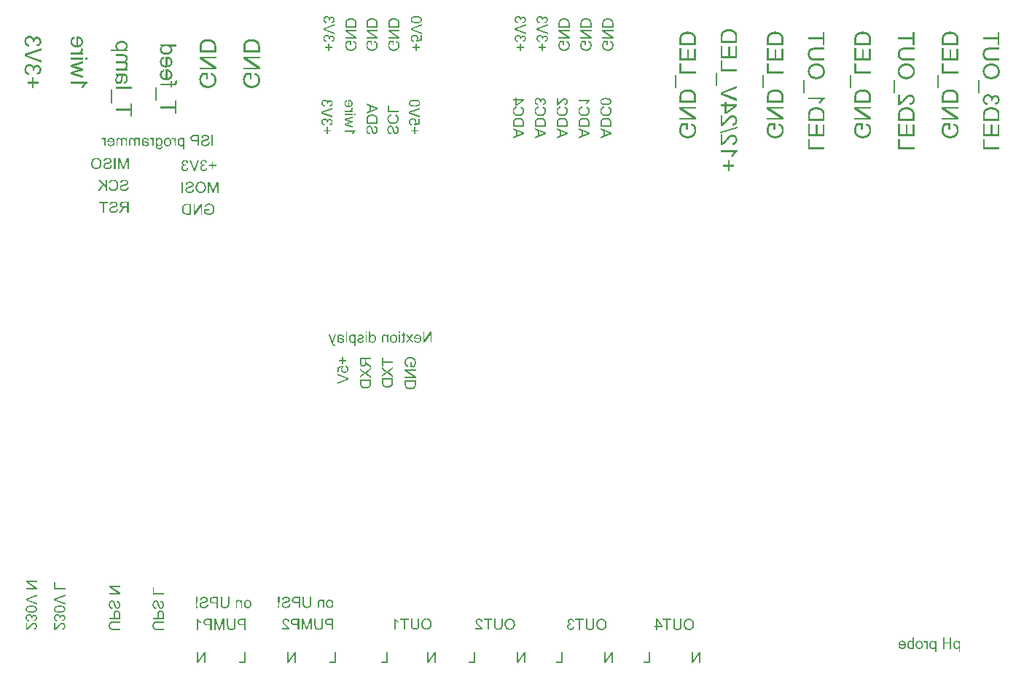
<source format=gbo>
G04*
G04 #@! TF.GenerationSoftware,Altium Limited,Altium Designer,20.0.13 (296)*
G04*
G04 Layer_Color=32896*
%FSAX24Y24*%
%MOIN*%
G70*
G01*
G75*
G36*
X010054Y025020D02*
X010070Y025017D01*
X010085Y025013D01*
X010097Y025009D01*
X010108Y025004D01*
X010112Y025003D01*
X010115Y025001D01*
X010117Y024999D01*
X010119Y024998D01*
X010121Y024997D01*
X010121D01*
X010134Y024987D01*
X010145Y024976D01*
X010154Y024964D01*
X010162Y024953D01*
X010168Y024943D01*
X010171Y024940D01*
X010173Y024936D01*
X010174Y024932D01*
X010175Y024930D01*
X010176Y024929D01*
Y024928D01*
X010182Y024911D01*
X010187Y024895D01*
X010190Y024879D01*
X010192Y024863D01*
X010194Y024857D01*
Y024851D01*
X010194Y024846D01*
X010195Y024841D01*
Y024837D01*
Y024835D01*
Y024833D01*
Y024832D01*
X010194Y024818D01*
X010193Y024804D01*
X010191Y024792D01*
X010188Y024779D01*
X010185Y024768D01*
X010182Y024757D01*
X010178Y024747D01*
X010174Y024738D01*
X010171Y024730D01*
X010167Y024722D01*
X010163Y024716D01*
X010160Y024711D01*
X010157Y024707D01*
X010155Y024704D01*
X010154Y024702D01*
X010153Y024701D01*
X010146Y024692D01*
X010136Y024684D01*
X010127Y024676D01*
X010118Y024671D01*
X010108Y024665D01*
X010098Y024661D01*
X010089Y024657D01*
X010079Y024654D01*
X010071Y024652D01*
X010063Y024650D01*
X010056Y024650D01*
X010049Y024648D01*
X010044D01*
X010040Y024648D01*
X010037D01*
X010026Y024648D01*
X010015Y024650D01*
X010005Y024652D01*
X009995Y024655D01*
X009978Y024663D01*
X009970Y024667D01*
X009963Y024672D01*
X009957Y024676D01*
X009951Y024680D01*
X009947Y024684D01*
X009943Y024688D01*
X009940Y024691D01*
X009938Y024694D01*
X009936Y024695D01*
X009936Y024695D01*
Y024685D01*
Y024675D01*
Y024666D01*
X009936Y024658D01*
Y024651D01*
X009937Y024644D01*
Y024638D01*
X009938Y024634D01*
X009938Y024629D01*
Y024626D01*
X009940Y024621D01*
X009940Y024617D01*
Y024617D01*
X009944Y024606D01*
X009949Y024596D01*
X009953Y024588D01*
X009959Y024581D01*
X009964Y024576D01*
X009968Y024572D01*
X009970Y024570D01*
X009972Y024569D01*
X009982Y024563D01*
X009992Y024558D01*
X010003Y024556D01*
X010014Y024553D01*
X010024Y024552D01*
X010031Y024551D01*
X010038D01*
X010052Y024552D01*
X010065Y024554D01*
X010075Y024557D01*
X010085Y024560D01*
X010092Y024563D01*
X010097Y024566D01*
X010100Y024568D01*
X010101Y024569D01*
X010107Y024574D01*
X010112Y024581D01*
X010115Y024587D01*
X010118Y024594D01*
X010120Y024600D01*
X010121Y024605D01*
X010122Y024608D01*
Y024610D01*
X010182Y024618D01*
Y024608D01*
X010181Y024597D01*
X010179Y024588D01*
X010177Y024579D01*
X010174Y024571D01*
X010171Y024564D01*
X010167Y024558D01*
X010163Y024552D01*
X010160Y024547D01*
X010156Y024542D01*
X010153Y024538D01*
X010150Y024535D01*
X010148Y024533D01*
X010146Y024531D01*
X010144Y024530D01*
X010144Y024530D01*
X010136Y024524D01*
X010127Y024520D01*
X010110Y024512D01*
X010092Y024507D01*
X010075Y024504D01*
X010068Y024503D01*
X010061Y024501D01*
X010054Y024501D01*
X010049D01*
X010045Y024500D01*
X010038D01*
X010018Y024501D01*
X010000Y024503D01*
X009984Y024507D01*
X009971Y024511D01*
X009965Y024512D01*
X009960Y024514D01*
X009956Y024516D01*
X009952Y024518D01*
X009949Y024519D01*
X009948Y024520D01*
X009946Y024521D01*
X009946D01*
X009932Y024530D01*
X009921Y024539D01*
X009911Y024548D01*
X009904Y024557D01*
X009898Y024565D01*
X009894Y024571D01*
X009892Y024574D01*
X009891Y024576D01*
X009890Y024577D01*
Y024577D01*
X009887Y024585D01*
X009885Y024592D01*
X009882Y024602D01*
X009880Y024611D01*
X009877Y024631D01*
X009875Y024651D01*
X009874Y024660D01*
X009873Y024669D01*
Y024676D01*
X009873Y024684D01*
Y024690D01*
Y024694D01*
Y024697D01*
Y024697D01*
Y025013D01*
X009930D01*
Y024968D01*
X009938Y024977D01*
X009946Y024985D01*
X009955Y024993D01*
X009964Y024999D01*
X009973Y025004D01*
X009982Y025008D01*
X009991Y025012D01*
X009999Y025014D01*
X010007Y025016D01*
X010014Y025018D01*
X010020Y025020D01*
X010026Y025020D01*
X010030D01*
X010034Y025021D01*
X010037D01*
X010054Y025020D01*
D02*
G37*
G36*
X009000Y025020D02*
X009013Y025018D01*
X009023Y025016D01*
X009033Y025013D01*
X009041Y025010D01*
X009047Y025007D01*
X009051Y025005D01*
X009051Y025004D01*
X009052D01*
X009062Y024998D01*
X009071Y024991D01*
X009079Y024983D01*
X009086Y024977D01*
X009091Y024970D01*
X009095Y024966D01*
X009097Y024962D01*
X009098Y024961D01*
Y025013D01*
X009153D01*
Y024648D01*
X009091D01*
Y024837D01*
X009091Y024854D01*
X009090Y024869D01*
X009088Y024882D01*
X009086Y024894D01*
X009085Y024901D01*
X009083Y024908D01*
X009082Y024911D01*
X009082Y024913D01*
X009077Y024922D01*
X009072Y024930D01*
X009067Y024938D01*
X009061Y024943D01*
X009057Y024947D01*
X009053Y024951D01*
X009049Y024953D01*
X009049Y024953D01*
X009040Y024958D01*
X009032Y024961D01*
X009024Y024964D01*
X009016Y024965D01*
X009009Y024966D01*
X009005Y024967D01*
X009000D01*
X008988Y024966D01*
X008978Y024964D01*
X008969Y024961D01*
X008963Y024957D01*
X008958Y024953D01*
X008954Y024949D01*
X008952Y024947D01*
X008951Y024946D01*
X008946Y024938D01*
X008943Y024928D01*
X008940Y024918D01*
X008938Y024907D01*
X008937Y024899D01*
X008936Y024891D01*
Y024888D01*
Y024886D01*
Y024885D01*
Y024884D01*
Y024648D01*
X008874D01*
Y024859D01*
Y024869D01*
X008873Y024879D01*
X008872Y024888D01*
X008870Y024896D01*
X008868Y024903D01*
X008866Y024910D01*
X008864Y024916D01*
X008861Y024921D01*
X008857Y024930D01*
X008853Y024936D01*
X008850Y024940D01*
X008849Y024941D01*
X008839Y024949D01*
X008828Y024956D01*
X008817Y024961D01*
X008807Y024964D01*
X008798Y024966D01*
X008790Y024966D01*
X008788Y024967D01*
X008784D01*
X008776Y024966D01*
X008769Y024966D01*
X008763Y024964D01*
X008758Y024962D01*
X008753Y024960D01*
X008750Y024959D01*
X008748Y024957D01*
X008747Y024957D01*
X008741Y024953D01*
X008737Y024948D01*
X008733Y024944D01*
X008730Y024940D01*
X008727Y024936D01*
X008726Y024933D01*
X008725Y024931D01*
Y024930D01*
X008723Y024923D01*
X008721Y024915D01*
X008720Y024906D01*
X008719Y024898D01*
X008719Y024890D01*
Y024883D01*
Y024880D01*
Y024879D01*
Y024878D01*
Y024877D01*
Y024648D01*
X008657D01*
Y024898D01*
Y024909D01*
X008658Y024920D01*
X008660Y024930D01*
X008662Y024939D01*
X008664Y024947D01*
X008666Y024955D01*
X008669Y024962D01*
X008672Y024968D01*
X008675Y024973D01*
X008677Y024978D01*
X008680Y024982D01*
X008682Y024985D01*
X008684Y024987D01*
X008685Y024989D01*
X008686Y024990D01*
X008687Y024991D01*
X008693Y024996D01*
X008698Y025001D01*
X008712Y025008D01*
X008726Y025014D01*
X008739Y025017D01*
X008752Y025020D01*
X008757Y025020D01*
X008761D01*
X008765Y025021D01*
X008771D01*
X008783Y025020D01*
X008796Y025018D01*
X008807Y025015D01*
X008818Y025011D01*
X008828Y025006D01*
X008837Y025001D01*
X008845Y024995D01*
X008853Y024989D01*
X008860Y024983D01*
X008866Y024977D01*
X008871Y024972D01*
X008876Y024966D01*
X008879Y024962D01*
X008881Y024959D01*
X008883Y024957D01*
X008883Y024957D01*
X008888Y024967D01*
X008894Y024977D01*
X008900Y024985D01*
X008906Y024991D01*
X008912Y024997D01*
X008916Y025001D01*
X008920Y025003D01*
X008921Y025004D01*
X008931Y025010D01*
X008942Y025014D01*
X008953Y025017D01*
X008964Y025019D01*
X008973Y025020D01*
X008981Y025021D01*
X008987D01*
X009000Y025020D01*
D02*
G37*
G36*
X008413D02*
X008426Y025018D01*
X008436Y025016D01*
X008446Y025013D01*
X008454Y025010D01*
X008460Y025007D01*
X008464Y025005D01*
X008464Y025004D01*
X008465D01*
X008475Y024998D01*
X008484Y024991D01*
X008492Y024983D01*
X008498Y024977D01*
X008504Y024970D01*
X008508Y024966D01*
X008510Y024962D01*
X008511Y024961D01*
Y025013D01*
X008566D01*
Y024648D01*
X008504D01*
Y024837D01*
X008504Y024854D01*
X008503Y024869D01*
X008501Y024882D01*
X008499Y024894D01*
X008498Y024901D01*
X008496Y024908D01*
X008495Y024911D01*
X008494Y024913D01*
X008490Y024922D01*
X008485Y024930D01*
X008479Y024938D01*
X008474Y024943D01*
X008470Y024947D01*
X008466Y024951D01*
X008462Y024953D01*
X008462Y024953D01*
X008453Y024958D01*
X008445Y024961D01*
X008437Y024964D01*
X008429Y024965D01*
X008422Y024966D01*
X008418Y024967D01*
X008413D01*
X008401Y024966D01*
X008391Y024964D01*
X008382Y024961D01*
X008376Y024957D01*
X008370Y024953D01*
X008367Y024949D01*
X008365Y024947D01*
X008364Y024946D01*
X008359Y024938D01*
X008355Y024928D01*
X008353Y024918D01*
X008351Y024907D01*
X008349Y024899D01*
X008349Y024891D01*
Y024888D01*
Y024886D01*
Y024885D01*
Y024884D01*
Y024648D01*
X008287D01*
Y024859D01*
Y024869D01*
X008286Y024879D01*
X008285Y024888D01*
X008283Y024896D01*
X008281Y024903D01*
X008279Y024910D01*
X008277Y024916D01*
X008274Y024921D01*
X008269Y024930D01*
X008266Y024936D01*
X008263Y024940D01*
X008262Y024941D01*
X008252Y024949D01*
X008241Y024956D01*
X008230Y024961D01*
X008220Y024964D01*
X008210Y024966D01*
X008203Y024966D01*
X008201Y024967D01*
X008197D01*
X008189Y024966D01*
X008182Y024966D01*
X008176Y024964D01*
X008170Y024962D01*
X008166Y024960D01*
X008163Y024959D01*
X008161Y024957D01*
X008160Y024957D01*
X008154Y024953D01*
X008149Y024948D01*
X008145Y024944D01*
X008143Y024940D01*
X008140Y024936D01*
X008139Y024933D01*
X008138Y024931D01*
Y024930D01*
X008136Y024923D01*
X008134Y024915D01*
X008133Y024906D01*
X008132Y024898D01*
X008132Y024890D01*
Y024883D01*
Y024880D01*
Y024879D01*
Y024878D01*
Y024877D01*
Y024648D01*
X008070D01*
Y024898D01*
Y024909D01*
X008071Y024920D01*
X008073Y024930D01*
X008075Y024939D01*
X008077Y024947D01*
X008079Y024955D01*
X008082Y024962D01*
X008084Y024968D01*
X008088Y024973D01*
X008090Y024978D01*
X008093Y024982D01*
X008095Y024985D01*
X008097Y024987D01*
X008098Y024989D01*
X008099Y024990D01*
X008100Y024991D01*
X008105Y024996D01*
X008111Y025001D01*
X008125Y025008D01*
X008139Y025014D01*
X008152Y025017D01*
X008164Y025020D01*
X008170Y025020D01*
X008174D01*
X008178Y025021D01*
X008184D01*
X008196Y025020D01*
X008208Y025018D01*
X008220Y025015D01*
X008231Y025011D01*
X008241Y025006D01*
X008250Y025001D01*
X008258Y024995D01*
X008266Y024989D01*
X008273Y024983D01*
X008279Y024977D01*
X008284Y024972D01*
X008288Y024966D01*
X008292Y024962D01*
X008294Y024959D01*
X008296Y024957D01*
X008296Y024957D01*
X008301Y024967D01*
X008307Y024977D01*
X008313Y024985D01*
X008319Y024991D01*
X008325Y024997D01*
X008329Y025001D01*
X008332Y025003D01*
X008334Y025004D01*
X008344Y025010D01*
X008355Y025014D01*
X008366Y025017D01*
X008376Y025019D01*
X008386Y025020D01*
X008393Y025021D01*
X008400D01*
X008413Y025020D01*
D02*
G37*
G36*
X009407D02*
X009423Y025019D01*
X009437Y025017D01*
X009449Y025014D01*
X009459Y025012D01*
X009463Y025011D01*
X009467Y025010D01*
X009469Y025009D01*
X009471Y025008D01*
X009473Y025008D01*
X009473D01*
X009486Y025002D01*
X009497Y024997D01*
X009506Y024991D01*
X009514Y024985D01*
X009520Y024979D01*
X009524Y024975D01*
X009527Y024972D01*
X009528Y024971D01*
X009534Y024962D01*
X009540Y024951D01*
X009545Y024941D01*
X009548Y024931D01*
X009551Y024922D01*
X009553Y024915D01*
X009554Y024913D01*
Y024911D01*
X009555Y024909D01*
Y024909D01*
X009494Y024900D01*
X009490Y024913D01*
X009485Y024925D01*
X009480Y024934D01*
X009475Y024941D01*
X009471Y024947D01*
X009467Y024951D01*
X009465Y024953D01*
X009464Y024954D01*
X009456Y024959D01*
X009445Y024963D01*
X009435Y024966D01*
X009423Y024968D01*
X009414Y024969D01*
X009406Y024970D01*
X009399D01*
X009383Y024969D01*
X009368Y024966D01*
X009356Y024963D01*
X009346Y024959D01*
X009338Y024955D01*
X009333Y024952D01*
X009330Y024949D01*
X009328Y024949D01*
X009322Y024942D01*
X009318Y024934D01*
X009315Y024925D01*
X009312Y024916D01*
X009311Y024908D01*
X009311Y024901D01*
Y024899D01*
Y024897D01*
Y024896D01*
Y024895D01*
Y024894D01*
Y024891D01*
Y024886D01*
X009311Y024883D01*
Y024881D01*
Y024880D01*
Y024879D01*
X009318Y024877D01*
X009326Y024875D01*
X009343Y024871D01*
X009362Y024867D01*
X009379Y024863D01*
X009388Y024862D01*
X009396Y024861D01*
X009403Y024860D01*
X009409Y024859D01*
X009414Y024858D01*
X009418D01*
X009421Y024858D01*
X009421D01*
X009435Y024856D01*
X009446Y024854D01*
X009455Y024853D01*
X009463Y024851D01*
X009469Y024850D01*
X009473Y024849D01*
X009476Y024848D01*
X009477D01*
X009486Y024846D01*
X009494Y024842D01*
X009501Y024839D01*
X009508Y024836D01*
X009513Y024833D01*
X009518Y024830D01*
X009520Y024829D01*
X009521Y024828D01*
X009528Y024823D01*
X009534Y024817D01*
X009540Y024811D01*
X009545Y024806D01*
X009548Y024800D01*
X009551Y024797D01*
X009553Y024794D01*
X009553Y024793D01*
X009557Y024784D01*
X009560Y024776D01*
X009562Y024767D01*
X009564Y024760D01*
X009564Y024753D01*
X009565Y024748D01*
Y024745D01*
Y024743D01*
X009564Y024735D01*
X009564Y024727D01*
X009560Y024713D01*
X009555Y024700D01*
X009549Y024689D01*
X009543Y024680D01*
X009538Y024674D01*
X009534Y024670D01*
X009534Y024669D01*
X009533Y024669D01*
X009526Y024663D01*
X009520Y024659D01*
X009505Y024652D01*
X009490Y024647D01*
X009475Y024644D01*
X009461Y024641D01*
X009456Y024640D01*
X009450D01*
X009446Y024640D01*
X009440D01*
X009427Y024640D01*
X009415Y024642D01*
X009403Y024644D01*
X009393Y024646D01*
X009385Y024648D01*
X009378Y024650D01*
X009376Y024650D01*
X009374Y024651D01*
X009373Y024652D01*
X009373D01*
X009361Y024657D01*
X009349Y024663D01*
X009337Y024671D01*
X009328Y024677D01*
X009318Y024684D01*
X009312Y024689D01*
X009309Y024691D01*
X009307Y024692D01*
X009307Y024694D01*
X009306D01*
X009305Y024684D01*
X009303Y024675D01*
X009301Y024667D01*
X009299Y024661D01*
X009297Y024655D01*
X009295Y024651D01*
X009295Y024648D01*
X009294Y024648D01*
X009229D01*
X009233Y024655D01*
X009236Y024663D01*
X009239Y024671D01*
X009242Y024678D01*
X009243Y024683D01*
X009244Y024688D01*
X009245Y024690D01*
Y024692D01*
X009246Y024697D01*
X009246Y024703D01*
Y024710D01*
X009247Y024718D01*
X009248Y024736D01*
Y024755D01*
X009248Y024764D01*
Y024772D01*
Y024780D01*
Y024787D01*
Y024793D01*
Y024797D01*
Y024800D01*
Y024800D01*
Y024883D01*
Y024898D01*
X009249Y024909D01*
X009250Y024919D01*
Y024927D01*
X009250Y024933D01*
X009251Y024937D01*
X009251Y024940D01*
Y024940D01*
X009254Y024949D01*
X009257Y024957D01*
X009260Y024964D01*
X009263Y024970D01*
X009267Y024975D01*
X009269Y024979D01*
X009271Y024981D01*
X009271Y024982D01*
X009277Y024987D01*
X009284Y024993D01*
X009291Y024998D01*
X009298Y025002D01*
X009305Y025005D01*
X009310Y025008D01*
X009313Y025009D01*
X009314Y025010D01*
X009314D01*
X009326Y025014D01*
X009338Y025016D01*
X009351Y025018D01*
X009363Y025020D01*
X009373Y025020D01*
X009378Y025021D01*
X009390D01*
X009407Y025020D01*
D02*
G37*
G36*
X007843D02*
X007856Y025019D01*
X007869Y025016D01*
X007880Y025013D01*
X007891Y025009D01*
X007901Y025004D01*
X007911Y025000D01*
X007919Y024995D01*
X007926Y024991D01*
X007933Y024986D01*
X007939Y024982D01*
X007943Y024978D01*
X007947Y024974D01*
X007950Y024972D01*
X007951Y024970D01*
X007952Y024970D01*
X007960Y024960D01*
X007968Y024949D01*
X007974Y024938D01*
X007980Y024926D01*
X007984Y024914D01*
X007987Y024902D01*
X007991Y024890D01*
X007993Y024879D01*
X007995Y024869D01*
X007997Y024859D01*
X007998Y024850D01*
X007999Y024842D01*
Y024836D01*
X007999Y024831D01*
Y024828D01*
Y024827D01*
X007999Y024810D01*
X007997Y024795D01*
X007995Y024781D01*
X007992Y024768D01*
X007989Y024756D01*
X007985Y024744D01*
X007980Y024734D01*
X007976Y024724D01*
X007972Y024716D01*
X007967Y024709D01*
X007963Y024703D01*
X007960Y024698D01*
X007957Y024694D01*
X007955Y024692D01*
X007953Y024690D01*
X007953Y024689D01*
X007943Y024680D01*
X007934Y024673D01*
X007923Y024666D01*
X007913Y024661D01*
X007902Y024655D01*
X007892Y024652D01*
X007881Y024648D01*
X007871Y024646D01*
X007862Y024644D01*
X007853Y024642D01*
X007845Y024641D01*
X007838Y024640D01*
X007833D01*
X007829Y024640D01*
X007825D01*
X007814Y024640D01*
X007802Y024641D01*
X007782Y024644D01*
X007773Y024647D01*
X007764Y024650D01*
X007756Y024652D01*
X007749Y024655D01*
X007743Y024658D01*
X007737Y024661D01*
X007732Y024663D01*
X007728Y024666D01*
X007725Y024668D01*
X007723Y024669D01*
X007722Y024671D01*
X007721D01*
X007707Y024683D01*
X007695Y024697D01*
X007686Y024712D01*
X007678Y024726D01*
X007673Y024738D01*
X007670Y024744D01*
X007669Y024749D01*
X007667Y024753D01*
X007666Y024755D01*
X007665Y024757D01*
Y024758D01*
X007730Y024766D01*
X007735Y024753D01*
X007741Y024741D01*
X007748Y024730D01*
X007754Y024722D01*
X007759Y024716D01*
X007764Y024712D01*
X007766Y024709D01*
X007768Y024709D01*
X007777Y024703D01*
X007787Y024698D01*
X007796Y024695D01*
X007805Y024693D01*
X007814Y024692D01*
X007819Y024691D01*
X007825D01*
X007834Y024692D01*
X007842Y024692D01*
X007857Y024696D01*
X007870Y024701D01*
X007881Y024707D01*
X007890Y024713D01*
X007897Y024718D01*
X007899Y024720D01*
X007901Y024721D01*
X007901Y024722D01*
X007902Y024722D01*
X007907Y024729D01*
X007912Y024736D01*
X007920Y024750D01*
X007926Y024765D01*
X007930Y024780D01*
X007933Y024793D01*
X007934Y024799D01*
X007934Y024804D01*
X007935Y024808D01*
X007936Y024812D01*
Y024814D01*
Y024814D01*
X007663D01*
X007663Y024821D01*
Y024827D01*
Y024829D01*
Y024831D01*
X007663Y024847D01*
X007665Y024863D01*
X007667Y024877D01*
X007670Y024891D01*
X007673Y024903D01*
X007677Y024915D01*
X007682Y024925D01*
X007686Y024935D01*
X007690Y024943D01*
X007695Y024951D01*
X007699Y024957D01*
X007702Y024962D01*
X007705Y024966D01*
X007707Y024968D01*
X007709Y024970D01*
X007709Y024971D01*
X007718Y024980D01*
X007728Y024987D01*
X007737Y024994D01*
X007748Y025000D01*
X007758Y025004D01*
X007768Y025008D01*
X007777Y025012D01*
X007787Y025015D01*
X007795Y025017D01*
X007804Y025018D01*
X007811Y025020D01*
X007817Y025020D01*
X007822Y025021D01*
X007829D01*
X007843Y025020D01*
D02*
G37*
G36*
X012500Y024648D02*
X012433D01*
Y025152D01*
X012500D01*
Y024648D01*
D02*
G37*
G36*
X011846D02*
X011779D01*
Y024852D01*
X011650D01*
X011631Y024853D01*
X011614Y024854D01*
X011597Y024856D01*
X011582Y024859D01*
X011569Y024863D01*
X011557Y024867D01*
X011546Y024871D01*
X011536Y024875D01*
X011528Y024879D01*
X011521Y024883D01*
X011515Y024886D01*
X011511Y024890D01*
X011507Y024893D01*
X011505Y024895D01*
X011504Y024896D01*
X011503Y024897D01*
X011496Y024905D01*
X011489Y024915D01*
X011484Y024924D01*
X011479Y024933D01*
X011475Y024942D01*
X011471Y024951D01*
X011467Y024968D01*
X011465Y024976D01*
X011464Y024983D01*
X011463Y024989D01*
X011462Y024995D01*
X011462Y025000D01*
Y025003D01*
Y025005D01*
Y025006D01*
X011462Y025020D01*
X011464Y025032D01*
X011467Y025044D01*
X011469Y025054D01*
X011472Y025063D01*
X011475Y025069D01*
X011476Y025071D01*
X011477Y025073D01*
X011477Y025074D01*
Y025075D01*
X011483Y025086D01*
X011490Y025096D01*
X011497Y025104D01*
X011504Y025111D01*
X011509Y025116D01*
X011514Y025120D01*
X011517Y025123D01*
X011518Y025123D01*
X011528Y025129D01*
X011538Y025134D01*
X011548Y025138D01*
X011558Y025142D01*
X011567Y025144D01*
X011574Y025145D01*
X011576Y025146D01*
X011578Y025147D01*
X011580D01*
X011590Y025149D01*
X011603Y025150D01*
X011616Y025151D01*
X011628Y025151D01*
X011639Y025152D01*
X011846D01*
Y024648D01*
D02*
G37*
G36*
X010671Y025020D02*
X010678Y025019D01*
X010685Y025017D01*
X010691Y025015D01*
X010696Y025012D01*
X010700Y025010D01*
X010703Y025009D01*
X010703Y025008D01*
X010710Y025003D01*
X010717Y024995D01*
X010724Y024987D01*
X010729Y024978D01*
X010734Y024970D01*
X010739Y024963D01*
X010740Y024961D01*
X010741Y024959D01*
X010742Y024957D01*
Y025013D01*
X010798D01*
Y024648D01*
X010736D01*
Y024838D01*
X010735Y024852D01*
X010735Y024866D01*
X010733Y024878D01*
X010731Y024889D01*
X010729Y024898D01*
X010727Y024904D01*
X010727Y024907D01*
Y024909D01*
X010726Y024909D01*
Y024910D01*
X010723Y024918D01*
X010720Y024924D01*
X010716Y024930D01*
X010712Y024935D01*
X010708Y024939D01*
X010706Y024942D01*
X010704Y024943D01*
X010703Y024944D01*
X010697Y024948D01*
X010691Y024951D01*
X010684Y024953D01*
X010679Y024955D01*
X010674Y024956D01*
X010670Y024957D01*
X010666D01*
X010658Y024956D01*
X010649Y024955D01*
X010642Y024953D01*
X010635Y024950D01*
X010629Y024947D01*
X010625Y024945D01*
X010622Y024944D01*
X010621Y024943D01*
X010599Y025001D01*
X010611Y025007D01*
X010623Y025012D01*
X010634Y025016D01*
X010644Y025018D01*
X010651Y025020D01*
X010658Y025021D01*
X010663D01*
X010671Y025020D01*
D02*
G37*
G36*
X009653D02*
X009660Y025019D01*
X009667Y025017D01*
X009673Y025015D01*
X009678Y025012D01*
X009682Y025010D01*
X009684Y025009D01*
X009685Y025008D01*
X009692Y025003D01*
X009699Y024995D01*
X009705Y024987D01*
X009711Y024978D01*
X009716Y024970D01*
X009721Y024963D01*
X009722Y024961D01*
X009723Y024959D01*
X009724Y024957D01*
Y025013D01*
X009780D01*
Y024648D01*
X009718D01*
Y024838D01*
X009717Y024852D01*
X009717Y024866D01*
X009715Y024878D01*
X009713Y024889D01*
X009711Y024898D01*
X009709Y024904D01*
X009709Y024907D01*
Y024909D01*
X009708Y024909D01*
Y024910D01*
X009705Y024918D01*
X009701Y024924D01*
X009698Y024930D01*
X009694Y024935D01*
X009690Y024939D01*
X009688Y024942D01*
X009686Y024943D01*
X009685Y024944D01*
X009679Y024948D01*
X009673Y024951D01*
X009666Y024953D01*
X009661Y024955D01*
X009656Y024956D01*
X009652Y024957D01*
X009648D01*
X009640Y024956D01*
X009631Y024955D01*
X009623Y024953D01*
X009617Y024950D01*
X009611Y024947D01*
X009606Y024945D01*
X009604Y024944D01*
X009602Y024943D01*
X009581Y025001D01*
X009593Y025007D01*
X009604Y025012D01*
X009616Y025016D01*
X009625Y025018D01*
X009633Y025020D01*
X009640Y025021D01*
X009645Y025021D01*
X009653Y025020D01*
D02*
G37*
G36*
X007461Y025020D02*
X007468Y025019D01*
X007475Y025017D01*
X007481Y025015D01*
X007486Y025012D01*
X007489Y025010D01*
X007492Y025009D01*
X007493Y025008D01*
X007499Y025002D01*
X007507Y024995D01*
X007513Y024987D01*
X007519Y024978D01*
X007524Y024970D01*
X007528Y024963D01*
X007529Y024961D01*
X007531Y024959D01*
X007531Y024957D01*
Y025013D01*
X007587D01*
Y024648D01*
X007526D01*
Y024838D01*
X007525Y024852D01*
X007524Y024866D01*
X007522Y024878D01*
X007520Y024889D01*
X007519Y024898D01*
X007517Y024904D01*
X007516Y024907D01*
Y024909D01*
X007516Y024909D01*
Y024910D01*
X007512Y024918D01*
X007509Y024924D01*
X007505Y024930D01*
X007501Y024935D01*
X007498Y024939D01*
X007495Y024942D01*
X007493Y024943D01*
X007493Y024944D01*
X007486Y024948D01*
X007480Y024951D01*
X007474Y024953D01*
X007468Y024955D01*
X007463Y024956D01*
X007459Y024957D01*
X007456D01*
X007447Y024956D01*
X007439Y024955D01*
X007431Y024953D01*
X007425Y024950D01*
X007419Y024947D01*
X007414Y024945D01*
X007411Y024944D01*
X007410Y024943D01*
X007388Y025001D01*
X007401Y025007D01*
X007412Y025012D01*
X007423Y025016D01*
X007433Y025018D01*
X007441Y025020D01*
X007447Y025021D01*
X007453D01*
X007461Y025020D01*
D02*
G37*
G36*
X010427Y025020D02*
X010439Y025019D01*
X010450Y025017D01*
X010461Y025014D01*
X010471Y025012D01*
X010481Y025008D01*
X010489Y025004D01*
X010497Y025001D01*
X010504Y024997D01*
X010511Y024993D01*
X010516Y024989D01*
X010521Y024987D01*
X010525Y024984D01*
X010527Y024982D01*
X010529Y024981D01*
X010529Y024980D01*
X010539Y024970D01*
X010548Y024960D01*
X010555Y024948D01*
X010562Y024936D01*
X010567Y024924D01*
X010571Y024911D01*
X010575Y024899D01*
X010578Y024886D01*
X010581Y024875D01*
X010582Y024865D01*
X010583Y024855D01*
X010584Y024846D01*
Y024840D01*
X010585Y024835D01*
Y024831D01*
Y024830D01*
X010584Y024813D01*
X010583Y024797D01*
X010581Y024783D01*
X010578Y024769D01*
X010574Y024756D01*
X010570Y024745D01*
X010566Y024734D01*
X010562Y024724D01*
X010557Y024716D01*
X010553Y024709D01*
X010549Y024703D01*
X010545Y024697D01*
X010543Y024694D01*
X010540Y024691D01*
X010539Y024689D01*
X010538Y024688D01*
X010529Y024680D01*
X010519Y024673D01*
X010509Y024666D01*
X010499Y024660D01*
X010488Y024655D01*
X010478Y024652D01*
X010468Y024648D01*
X010459Y024646D01*
X010449Y024644D01*
X010441Y024642D01*
X010434Y024641D01*
X010427Y024640D01*
X010422D01*
X010418Y024640D01*
X010415D01*
X010397Y024640D01*
X010380Y024643D01*
X010365Y024647D01*
X010353Y024651D01*
X010342Y024655D01*
X010337Y024657D01*
X010334Y024659D01*
X010331Y024660D01*
X010329Y024661D01*
X010327Y024662D01*
X010327D01*
X010312Y024671D01*
X010300Y024681D01*
X010289Y024692D01*
X010281Y024701D01*
X010274Y024711D01*
X010269Y024718D01*
X010267Y024720D01*
X010266Y024722D01*
X010265Y024724D01*
Y024724D01*
X010261Y024732D01*
X010258Y024741D01*
X010253Y024759D01*
X010249Y024777D01*
X010246Y024795D01*
X010245Y024803D01*
X010245Y024811D01*
X010244Y024818D01*
X010243Y024823D01*
Y024829D01*
Y024832D01*
Y024835D01*
Y024835D01*
X010244Y024851D01*
X010245Y024866D01*
X010248Y024880D01*
X010251Y024893D01*
X010255Y024905D01*
X010258Y024917D01*
X010263Y024926D01*
X010267Y024936D01*
X010272Y024943D01*
X010276Y024951D01*
X010280Y024957D01*
X010284Y024962D01*
X010287Y024966D01*
X010289Y024969D01*
X010291Y024970D01*
X010291Y024971D01*
X010300Y024980D01*
X010310Y024987D01*
X010320Y024994D01*
X010331Y025000D01*
X010341Y025004D01*
X010352Y025008D01*
X010361Y025012D01*
X010371Y025015D01*
X010380Y025017D01*
X010388Y025018D01*
X010396Y025020D01*
X010402Y025020D01*
X010407Y025021D01*
X010415D01*
X010427Y025020D01*
D02*
G37*
G36*
X012160Y025160D02*
X012178Y025158D01*
X012194Y025155D01*
X012207Y025152D01*
X012213Y025150D01*
X012219Y025149D01*
X012223Y025147D01*
X012227Y025145D01*
X012230Y025145D01*
X012232Y025144D01*
X012234Y025143D01*
X012234D01*
X012249Y025136D01*
X012262Y025128D01*
X012272Y025119D01*
X012282Y025111D01*
X012288Y025104D01*
X012293Y025098D01*
X012296Y025094D01*
X012297Y025093D01*
Y025092D01*
X012305Y025080D01*
X012310Y025067D01*
X012314Y025056D01*
X012316Y025044D01*
X012318Y025035D01*
X012318Y025027D01*
X012319Y025025D01*
Y025023D01*
Y025022D01*
Y025021D01*
X012318Y025008D01*
X012316Y024997D01*
X012314Y024985D01*
X012310Y024976D01*
X012307Y024968D01*
X012305Y024963D01*
X012303Y024959D01*
X012302Y024959D01*
Y024958D01*
X012295Y024948D01*
X012286Y024939D01*
X012277Y024931D01*
X012268Y024924D01*
X012261Y024919D01*
X012254Y024915D01*
X012251Y024913D01*
X012249Y024912D01*
X012249Y024911D01*
X012248D01*
X012242Y024909D01*
X012236Y024905D01*
X012221Y024900D01*
X012205Y024894D01*
X012189Y024890D01*
X012174Y024885D01*
X012168Y024884D01*
X012162Y024882D01*
X012158Y024881D01*
X012154Y024880D01*
X012152Y024879D01*
X012151D01*
X012139Y024876D01*
X012127Y024873D01*
X012117Y024871D01*
X012108Y024869D01*
X012099Y024866D01*
X012092Y024864D01*
X012085Y024863D01*
X012080Y024861D01*
X012075Y024859D01*
X012071Y024858D01*
X012068Y024858D01*
X012065Y024856D01*
X012062Y024856D01*
X012061Y024855D01*
X012050Y024850D01*
X012041Y024845D01*
X012033Y024840D01*
X012026Y024836D01*
X012022Y024832D01*
X012019Y024829D01*
X012017Y024826D01*
X012016Y024825D01*
X012011Y024819D01*
X012007Y024812D01*
X012005Y024804D01*
X012003Y024798D01*
X012002Y024793D01*
X012001Y024788D01*
Y024785D01*
Y024784D01*
X012002Y024776D01*
X012003Y024768D01*
X012006Y024760D01*
X012009Y024754D01*
X012011Y024749D01*
X012014Y024744D01*
X012015Y024741D01*
X012016Y024741D01*
X012022Y024734D01*
X012029Y024728D01*
X012036Y024722D01*
X012043Y024718D01*
X012050Y024715D01*
X012055Y024712D01*
X012059Y024711D01*
X012059Y024710D01*
X012060D01*
X012071Y024706D01*
X012082Y024703D01*
X012094Y024701D01*
X012104Y024700D01*
X012113Y024699D01*
X012120Y024699D01*
X012127D01*
X012142Y024699D01*
X012157Y024701D01*
X012170Y024703D01*
X012181Y024706D01*
X012191Y024709D01*
X012195Y024710D01*
X012198Y024711D01*
X012201Y024712D01*
X012203Y024713D01*
X012203Y024713D01*
X012204D01*
X012216Y024719D01*
X012226Y024726D01*
X012235Y024732D01*
X012242Y024739D01*
X012247Y024744D01*
X012251Y024749D01*
X012254Y024751D01*
X012255Y024753D01*
X012260Y024762D01*
X012264Y024773D01*
X012268Y024783D01*
X012271Y024793D01*
X012273Y024802D01*
X012274Y024809D01*
Y024812D01*
X012275Y024814D01*
Y024815D01*
Y024816D01*
X012338Y024810D01*
X012337Y024792D01*
X012333Y024774D01*
X012329Y024759D01*
X012324Y024745D01*
X012321Y024739D01*
X012319Y024734D01*
X012316Y024730D01*
X012314Y024726D01*
X012313Y024723D01*
X012312Y024721D01*
X012310Y024720D01*
Y024719D01*
X012300Y024705D01*
X012288Y024693D01*
X012276Y024682D01*
X012264Y024674D01*
X012254Y024667D01*
X012249Y024665D01*
X012246Y024663D01*
X012243Y024661D01*
X012240Y024659D01*
X012239Y024659D01*
X012238D01*
X012220Y024652D01*
X012201Y024648D01*
X012181Y024644D01*
X012163Y024642D01*
X012155Y024641D01*
X012148Y024640D01*
X012141Y024640D01*
X012135D01*
X012130Y024639D01*
X012123D01*
X012104Y024640D01*
X012085Y024642D01*
X012069Y024646D01*
X012055Y024649D01*
X012049Y024651D01*
X012043Y024653D01*
X012039Y024654D01*
X012034Y024655D01*
X012032Y024657D01*
X012029Y024658D01*
X012028Y024659D01*
X012027D01*
X012012Y024667D01*
X011998Y024676D01*
X011987Y024685D01*
X011978Y024694D01*
X011971Y024701D01*
X011965Y024708D01*
X011963Y024711D01*
X011962Y024713D01*
X011961Y024713D01*
Y024714D01*
X011953Y024727D01*
X011947Y024741D01*
X011943Y024753D01*
X011940Y024765D01*
X011938Y024775D01*
X011938Y024779D01*
Y024783D01*
X011937Y024785D01*
Y024787D01*
Y024789D01*
Y024789D01*
X011938Y024804D01*
X011940Y024818D01*
X011944Y024830D01*
X011948Y024840D01*
X011952Y024849D01*
X011956Y024856D01*
X011957Y024858D01*
X011958Y024859D01*
X011959Y024860D01*
Y024861D01*
X011967Y024872D01*
X011978Y024882D01*
X011988Y024891D01*
X011999Y024899D01*
X012009Y024905D01*
X012017Y024909D01*
X012020Y024911D01*
X012022Y024912D01*
X012023Y024913D01*
X012024D01*
X012030Y024915D01*
X012037Y024918D01*
X012045Y024920D01*
X012054Y024924D01*
X012072Y024929D01*
X012091Y024934D01*
X012100Y024936D01*
X012108Y024938D01*
X012116Y024940D01*
X012122Y024941D01*
X012127Y024943D01*
X012132Y024944D01*
X012135Y024945D01*
X012135D01*
X012150Y024948D01*
X012163Y024951D01*
X012175Y024955D01*
X012185Y024958D01*
X012194Y024961D01*
X012202Y024964D01*
X012209Y024967D01*
X012216Y024970D01*
X012221Y024972D01*
X012225Y024974D01*
X012228Y024976D01*
X012231Y024978D01*
X012233Y024978D01*
X012234Y024980D01*
X012236Y024980D01*
X012242Y024987D01*
X012247Y024995D01*
X012250Y025002D01*
X012252Y025009D01*
X012253Y025016D01*
X012255Y025020D01*
Y025023D01*
Y025025D01*
X012253Y025036D01*
X012250Y025046D01*
X012246Y025056D01*
X012241Y025064D01*
X012236Y025070D01*
X012232Y025075D01*
X012228Y025077D01*
X012227Y025079D01*
X012222Y025083D01*
X012215Y025086D01*
X012202Y025092D01*
X012187Y025096D01*
X012173Y025098D01*
X012160Y025100D01*
X012154Y025100D01*
X012149Y025101D01*
X012129D01*
X012119Y025100D01*
X012110Y025099D01*
X012101Y025097D01*
X012093Y025095D01*
X012086Y025093D01*
X012079Y025091D01*
X012074Y025089D01*
X012069Y025086D01*
X012064Y025085D01*
X012060Y025083D01*
X012057Y025081D01*
X012055Y025079D01*
X012053Y025078D01*
X012052Y025077D01*
X012041Y025067D01*
X012034Y025055D01*
X012028Y025043D01*
X012023Y025032D01*
X012020Y025022D01*
X012019Y025017D01*
X012018Y025013D01*
X012017Y025010D01*
X012017Y025007D01*
Y025006D01*
Y025005D01*
X011952Y025010D01*
X011954Y025025D01*
X011957Y025041D01*
X011961Y025054D01*
X011965Y025065D01*
X011970Y025075D01*
X011972Y025079D01*
X011973Y025083D01*
X011975Y025085D01*
X011976Y025087D01*
X011977Y025088D01*
Y025088D01*
X011986Y025101D01*
X011997Y025112D01*
X012008Y025121D01*
X012019Y025128D01*
X012028Y025134D01*
X012036Y025139D01*
X012039Y025140D01*
X012041Y025142D01*
X012043Y025142D01*
X012043D01*
X012060Y025148D01*
X012077Y025153D01*
X012093Y025156D01*
X012108Y025159D01*
X012116Y025159D01*
X012122Y025160D01*
X012127D01*
X012133Y025161D01*
X012142D01*
X012160Y025160D01*
D02*
G37*
G36*
X011039Y025020D02*
X011051Y025019D01*
X011061Y025016D01*
X011071Y025014D01*
X011078Y025011D01*
X011083Y025008D01*
X011086Y025007D01*
X011088Y025006D01*
X011097Y025001D01*
X011105Y024994D01*
X011113Y024987D01*
X011119Y024981D01*
X011124Y024974D01*
X011129Y024970D01*
X011132Y024966D01*
X011132Y024965D01*
Y025013D01*
X011189D01*
Y024508D01*
X011127D01*
Y024686D01*
X011120Y024678D01*
X011114Y024673D01*
X011107Y024667D01*
X011101Y024662D01*
X011095Y024658D01*
X011091Y024655D01*
X011088Y024653D01*
X011087Y024653D01*
X011077Y024648D01*
X011068Y024645D01*
X011058Y024643D01*
X011050Y024642D01*
X011042Y024640D01*
X011036Y024640D01*
X011031D01*
X011015Y024641D01*
X011000Y024644D01*
X010987Y024647D01*
X010975Y024652D01*
X010965Y024656D01*
X010960Y024658D01*
X010957Y024659D01*
X010954Y024661D01*
X010953Y024662D01*
X010951Y024663D01*
X010951D01*
X010937Y024673D01*
X010925Y024684D01*
X010915Y024695D01*
X010907Y024707D01*
X010900Y024716D01*
X010897Y024720D01*
X010895Y024724D01*
X010893Y024728D01*
X010892Y024730D01*
X010891Y024731D01*
Y024732D01*
X010885Y024749D01*
X010880Y024766D01*
X010876Y024783D01*
X010874Y024799D01*
X010873Y024806D01*
X010872Y024812D01*
X010872Y024818D01*
X010871Y024823D01*
Y024827D01*
Y024830D01*
Y024832D01*
Y024833D01*
X010872Y024852D01*
X010874Y024870D01*
X010877Y024886D01*
X010880Y024900D01*
X010882Y024906D01*
X010884Y024912D01*
X010885Y024917D01*
X010887Y024920D01*
X010888Y024924D01*
X010889Y024926D01*
X010890Y024928D01*
Y024928D01*
X010897Y024944D01*
X010906Y024958D01*
X010915Y024969D01*
X010924Y024979D01*
X010932Y024987D01*
X010938Y024992D01*
X010941Y024994D01*
X010943Y024995D01*
X010943Y024997D01*
X010944D01*
X010958Y025004D01*
X010972Y025010D01*
X010986Y025015D01*
X010998Y025018D01*
X011010Y025020D01*
X011015Y025020D01*
X011019D01*
X011022Y025021D01*
X011027D01*
X011039Y025020D01*
D02*
G37*
G36*
X008634Y021596D02*
X008567D01*
Y021819D01*
X008480D01*
X008473Y021819D01*
X008467D01*
X008461Y021818D01*
X008457Y021818D01*
X008455D01*
X008453Y021817D01*
X008453D01*
X008442Y021813D01*
X008436Y021811D01*
X008432Y021808D01*
X008428Y021806D01*
X008425Y021804D01*
X008423Y021804D01*
X008423Y021803D01*
X008417Y021798D01*
X008411Y021794D01*
X008405Y021788D01*
X008400Y021782D01*
X008395Y021777D01*
X008392Y021773D01*
X008389Y021770D01*
X008389Y021769D01*
X008381Y021759D01*
X008373Y021748D01*
X008365Y021737D01*
X008357Y021726D01*
X008350Y021716D01*
X008347Y021711D01*
X008345Y021707D01*
X008343Y021705D01*
X008341Y021702D01*
X008340Y021701D01*
Y021700D01*
X008274Y021596D01*
X008190D01*
X008277Y021732D01*
X008287Y021747D01*
X008297Y021760D01*
X008306Y021772D01*
X008314Y021781D01*
X008322Y021789D01*
X008328Y021795D01*
X008331Y021798D01*
X008332Y021799D01*
X008333D01*
X008339Y021804D01*
X008345Y021808D01*
X008358Y021817D01*
X008364Y021820D01*
X008368Y021823D01*
X008371Y021824D01*
X008373Y021825D01*
X008360Y021827D01*
X008347Y021829D01*
X008336Y021833D01*
X008326Y021836D01*
X008316Y021840D01*
X008307Y021844D01*
X008299Y021848D01*
X008291Y021852D01*
X008286Y021856D01*
X008280Y021859D01*
X008276Y021863D01*
X008272Y021865D01*
X008269Y021868D01*
X008267Y021870D01*
X008266Y021871D01*
X008265Y021871D01*
X008259Y021879D01*
X008253Y021886D01*
X008249Y021894D01*
X008245Y021901D01*
X008239Y021916D01*
X008235Y021930D01*
X008232Y021943D01*
X008232Y021948D01*
X008231Y021953D01*
X008230Y021957D01*
Y021959D01*
Y021961D01*
Y021962D01*
X008231Y021977D01*
X008234Y021991D01*
X008237Y022004D01*
X008241Y022016D01*
X008245Y022025D01*
X008248Y022032D01*
X008249Y022035D01*
X008251Y022037D01*
X008251Y022037D01*
Y022038D01*
X008260Y022050D01*
X008269Y022060D01*
X008278Y022069D01*
X008287Y022075D01*
X008295Y022081D01*
X008302Y022084D01*
X008305Y022085D01*
X008307Y022086D01*
X008307Y022086D01*
X008308D01*
X008314Y022089D01*
X008322Y022091D01*
X008339Y022094D01*
X008356Y022097D01*
X008372Y022098D01*
X008380Y022099D01*
X008387Y022100D01*
X008393D01*
X008399Y022100D01*
X008634D01*
Y021596D01*
D02*
G37*
G36*
X007694Y022041D02*
X007528D01*
Y021596D01*
X007461D01*
Y022041D01*
X007295D01*
Y022100D01*
X007694D01*
Y022041D01*
D02*
G37*
G36*
X007970Y022108D02*
X007988Y022106D01*
X008003Y022103D01*
X008017Y022100D01*
X008023Y022098D01*
X008028Y022097D01*
X008033Y022095D01*
X008037Y022094D01*
X008040Y022093D01*
X008042Y022092D01*
X008043Y022091D01*
X008044D01*
X008059Y022084D01*
X008072Y022076D01*
X008082Y022067D01*
X008091Y022060D01*
X008098Y022052D01*
X008103Y022046D01*
X008106Y022042D01*
X008107Y022041D01*
Y022041D01*
X008114Y022028D01*
X008120Y022016D01*
X008123Y022004D01*
X008126Y021993D01*
X008127Y021983D01*
X008128Y021976D01*
X008129Y021973D01*
Y021971D01*
Y021970D01*
Y021969D01*
X008128Y021957D01*
X008126Y021945D01*
X008123Y021934D01*
X008120Y021924D01*
X008117Y021917D01*
X008114Y021911D01*
X008112Y021907D01*
X008112Y021907D01*
Y021906D01*
X008104Y021896D01*
X008096Y021887D01*
X008087Y021879D01*
X008078Y021873D01*
X008070Y021867D01*
X008064Y021863D01*
X008061Y021861D01*
X008059Y021860D01*
X008059Y021859D01*
X008058D01*
X008052Y021857D01*
X008045Y021854D01*
X008031Y021848D01*
X008015Y021842D01*
X007999Y021838D01*
X007984Y021833D01*
X007978Y021832D01*
X007972Y021830D01*
X007967Y021829D01*
X007964Y021828D01*
X007961Y021827D01*
X007961D01*
X007948Y021824D01*
X007937Y021821D01*
X007927Y021819D01*
X007918Y021817D01*
X007909Y021814D01*
X007902Y021812D01*
X007895Y021811D01*
X007890Y021809D01*
X007885Y021808D01*
X007881Y021806D01*
X007877Y021806D01*
X007875Y021804D01*
X007872Y021804D01*
X007871Y021803D01*
X007860Y021798D01*
X007851Y021793D01*
X007843Y021789D01*
X007836Y021784D01*
X007832Y021780D01*
X007828Y021777D01*
X007826Y021774D01*
X007826Y021774D01*
X007821Y021767D01*
X007817Y021760D01*
X007815Y021753D01*
X007813Y021746D01*
X007812Y021741D01*
X007811Y021736D01*
Y021734D01*
Y021732D01*
X007812Y021724D01*
X007813Y021716D01*
X007816Y021709D01*
X007818Y021702D01*
X007821Y021697D01*
X007824Y021692D01*
X007825Y021690D01*
X007826Y021689D01*
X007832Y021682D01*
X007839Y021676D01*
X007846Y021671D01*
X007853Y021666D01*
X007860Y021663D01*
X007865Y021660D01*
X007868Y021659D01*
X007869Y021658D01*
X007870D01*
X007881Y021654D01*
X007892Y021652D01*
X007904Y021650D01*
X007914Y021648D01*
X007923Y021648D01*
X007930Y021647D01*
X007937D01*
X007952Y021648D01*
X007967Y021649D01*
X007980Y021652D01*
X007991Y021654D01*
X008001Y021657D01*
X008005Y021658D01*
X008008Y021659D01*
X008011Y021660D01*
X008013Y021661D01*
X008013Y021661D01*
X008014D01*
X008026Y021667D01*
X008036Y021674D01*
X008045Y021680D01*
X008052Y021687D01*
X008057Y021692D01*
X008061Y021697D01*
X008064Y021699D01*
X008064Y021701D01*
X008070Y021711D01*
X008074Y021721D01*
X008078Y021732D01*
X008081Y021741D01*
X008083Y021751D01*
X008084Y021757D01*
Y021760D01*
X008085Y021762D01*
Y021763D01*
Y021764D01*
X008148Y021758D01*
X008146Y021740D01*
X008143Y021722D01*
X008139Y021707D01*
X008133Y021694D01*
X008131Y021688D01*
X008129Y021682D01*
X008126Y021678D01*
X008124Y021674D01*
X008123Y021671D01*
X008122Y021669D01*
X008120Y021668D01*
Y021667D01*
X008110Y021654D01*
X008098Y021641D01*
X008086Y021631D01*
X008074Y021622D01*
X008064Y021615D01*
X008059Y021613D01*
X008056Y021611D01*
X008053Y021609D01*
X008050Y021608D01*
X008049Y021607D01*
X008048D01*
X008030Y021600D01*
X008011Y021596D01*
X007991Y021592D01*
X007973Y021590D01*
X007965Y021589D01*
X007958Y021589D01*
X007950Y021588D01*
X007944D01*
X007940Y021587D01*
X007933D01*
X007914Y021588D01*
X007895Y021591D01*
X007879Y021594D01*
X007865Y021597D01*
X007858Y021599D01*
X007853Y021601D01*
X007849Y021602D01*
X007844Y021604D01*
X007841Y021605D01*
X007839Y021606D01*
X007837Y021607D01*
X007837D01*
X007822Y021615D01*
X007808Y021624D01*
X007797Y021633D01*
X007788Y021642D01*
X007780Y021650D01*
X007775Y021656D01*
X007773Y021659D01*
X007772Y021661D01*
X007771Y021661D01*
Y021662D01*
X007763Y021675D01*
X007757Y021689D01*
X007753Y021701D01*
X007750Y021713D01*
X007748Y021723D01*
X007748Y021727D01*
Y021731D01*
X007747Y021734D01*
Y021736D01*
Y021737D01*
Y021737D01*
X007748Y021753D01*
X007750Y021766D01*
X007754Y021778D01*
X007757Y021789D01*
X007762Y021797D01*
X007765Y021804D01*
X007767Y021806D01*
X007768Y021808D01*
X007769Y021808D01*
Y021809D01*
X007777Y021820D01*
X007788Y021831D01*
X007798Y021839D01*
X007809Y021847D01*
X007818Y021853D01*
X007826Y021857D01*
X007830Y021859D01*
X007832Y021860D01*
X007833Y021861D01*
X007834D01*
X007839Y021863D01*
X007847Y021866D01*
X007855Y021869D01*
X007864Y021872D01*
X007882Y021877D01*
X007900Y021882D01*
X007910Y021884D01*
X007918Y021886D01*
X007925Y021888D01*
X007932Y021890D01*
X007937Y021891D01*
X007942Y021892D01*
X007944Y021893D01*
X007945D01*
X007959Y021896D01*
X007973Y021900D01*
X007984Y021903D01*
X007995Y021906D01*
X008004Y021909D01*
X008012Y021912D01*
X008019Y021915D01*
X008026Y021918D01*
X008030Y021920D01*
X008035Y021922D01*
X008038Y021924D01*
X008041Y021926D01*
X008043Y021926D01*
X008044Y021928D01*
X008045Y021928D01*
X008052Y021936D01*
X008057Y021943D01*
X008060Y021950D01*
X008062Y021957D01*
X008063Y021964D01*
X008064Y021968D01*
Y021972D01*
Y021973D01*
X008063Y021984D01*
X008060Y021995D01*
X008056Y022004D01*
X008051Y022012D01*
X008045Y022018D01*
X008041Y022023D01*
X008038Y022025D01*
X008037Y022027D01*
X008032Y022031D01*
X008025Y022034D01*
X008011Y022040D01*
X007997Y022044D01*
X007982Y022046D01*
X007969Y022048D01*
X007964Y022048D01*
X007959Y022049D01*
X007939D01*
X007929Y022048D01*
X007919Y022047D01*
X007911Y022045D01*
X007903Y022043D01*
X007896Y022041D01*
X007889Y022039D01*
X007883Y022037D01*
X007879Y022035D01*
X007874Y022033D01*
X007870Y022031D01*
X007867Y022029D01*
X007865Y022027D01*
X007863Y022026D01*
X007862Y022025D01*
X007851Y022015D01*
X007843Y022003D01*
X007837Y021991D01*
X007833Y021980D01*
X007830Y021970D01*
X007828Y021965D01*
X007828Y021961D01*
X007827Y021958D01*
X007826Y021955D01*
Y021954D01*
Y021953D01*
X007762Y021958D01*
X007763Y021974D01*
X007767Y021989D01*
X007771Y022002D01*
X007775Y022014D01*
X007780Y022023D01*
X007782Y022027D01*
X007783Y022031D01*
X007785Y022033D01*
X007786Y022035D01*
X007787Y022036D01*
Y022037D01*
X007796Y022049D01*
X007807Y022060D01*
X007818Y022069D01*
X007829Y022077D01*
X007838Y022083D01*
X007846Y022087D01*
X007849Y022088D01*
X007851Y022090D01*
X007853Y022090D01*
X007853D01*
X007870Y022096D01*
X007887Y022101D01*
X007903Y022104D01*
X007918Y022107D01*
X007925Y022107D01*
X007932Y022108D01*
X007937D01*
X007942Y022109D01*
X007952D01*
X007970Y022108D01*
D02*
G37*
G36*
X007635Y022596D02*
X007569D01*
Y022770D01*
X007487Y022850D01*
X007307Y022596D01*
X007218D01*
X007439Y022895D01*
X007227Y023100D01*
X007318D01*
X007569Y022850D01*
Y023100D01*
X007635D01*
Y022596D01*
D02*
G37*
G36*
X007948Y023107D02*
X007971Y023104D01*
X007992Y023099D01*
X008001Y023096D01*
X008010Y023094D01*
X008018Y023090D01*
X008025Y023088D01*
X008031Y023085D01*
X008036Y023083D01*
X008040Y023081D01*
X008043Y023079D01*
X008045Y023079D01*
X008046Y023078D01*
X008056Y023072D01*
X008066Y023065D01*
X008083Y023051D01*
X008098Y023037D01*
X008110Y023022D01*
X008115Y023015D01*
X008120Y023009D01*
X008123Y023003D01*
X008126Y022999D01*
X008129Y022995D01*
X008131Y022991D01*
X008131Y022989D01*
X008132Y022989D01*
X008137Y022978D01*
X008142Y022966D01*
X008149Y022943D01*
X008154Y022920D01*
X008156Y022909D01*
X008158Y022898D01*
X008159Y022888D01*
X008160Y022880D01*
X008161Y022872D01*
Y022865D01*
X008162Y022859D01*
Y022855D01*
Y022852D01*
Y022852D01*
X008160Y022825D01*
X008158Y022800D01*
X008156Y022789D01*
X008153Y022777D01*
X008151Y022767D01*
X008148Y022757D01*
X008146Y022748D01*
X008144Y022740D01*
X008141Y022734D01*
X008139Y022728D01*
X008138Y022723D01*
X008137Y022719D01*
X008135Y022717D01*
Y022716D01*
X008130Y022705D01*
X008124Y022694D01*
X008118Y022684D01*
X008112Y022675D01*
X008105Y022666D01*
X008099Y022658D01*
X008093Y022651D01*
X008086Y022645D01*
X008080Y022639D01*
X008075Y022634D01*
X008070Y022630D01*
X008066Y022627D01*
X008062Y022623D01*
X008059Y022621D01*
X008058Y022621D01*
X008057Y022620D01*
X008047Y022614D01*
X008037Y022610D01*
X008026Y022605D01*
X008015Y022601D01*
X007992Y022595D01*
X007971Y022591D01*
X007961Y022590D01*
X007953Y022589D01*
X007944Y022589D01*
X007938Y022588D01*
X007932Y022587D01*
X007924D01*
X007910Y022588D01*
X007896Y022589D01*
X007883Y022591D01*
X007870Y022594D01*
X007858Y022597D01*
X007847Y022601D01*
X007837Y022604D01*
X007828Y022609D01*
X007820Y022613D01*
X007813Y022616D01*
X007806Y022620D01*
X007801Y022623D01*
X007796Y022626D01*
X007794Y022628D01*
X007792Y022629D01*
X007791Y022630D01*
X007781Y022638D01*
X007772Y022648D01*
X007763Y022657D01*
X007756Y022668D01*
X007749Y022678D01*
X007743Y022688D01*
X007737Y022699D01*
X007733Y022709D01*
X007728Y022718D01*
X007725Y022727D01*
X007721Y022735D01*
X007719Y022741D01*
X007717Y022747D01*
X007716Y022752D01*
X007715Y022755D01*
Y022755D01*
X007782Y022772D01*
X007785Y022760D01*
X007788Y022750D01*
X007792Y022740D01*
X007796Y022730D01*
X007801Y022722D01*
X007805Y022714D01*
X007809Y022707D01*
X007814Y022701D01*
X007818Y022695D01*
X007822Y022690D01*
X007826Y022686D01*
X007828Y022682D01*
X007831Y022680D01*
X007833Y022678D01*
X007834Y022677D01*
X007835Y022676D01*
X007842Y022671D01*
X007850Y022666D01*
X007858Y022661D01*
X007866Y022658D01*
X007882Y022652D01*
X007897Y022648D01*
X007904Y022647D01*
X007910Y022646D01*
X007916Y022646D01*
X007921Y022645D01*
X007925Y022644D01*
X007930D01*
X007947Y022646D01*
X007963Y022648D01*
X007977Y022652D01*
X007990Y022656D01*
X008001Y022661D01*
X008005Y022663D01*
X008009Y022664D01*
X008012Y022666D01*
X008014Y022667D01*
X008015Y022668D01*
X008016D01*
X008030Y022678D01*
X008041Y022689D01*
X008051Y022701D01*
X008060Y022713D01*
X008066Y022723D01*
X008068Y022728D01*
X008070Y022732D01*
X008072Y022735D01*
X008074Y022737D01*
X008074Y022739D01*
Y022739D01*
X008080Y022758D01*
X008085Y022777D01*
X008088Y022796D01*
X008090Y022814D01*
X008091Y022821D01*
Y022829D01*
X008092Y022835D01*
X008093Y022841D01*
Y022846D01*
Y022849D01*
Y022851D01*
Y022852D01*
X008092Y022870D01*
X008090Y022888D01*
X008087Y022904D01*
X008085Y022919D01*
X008083Y022925D01*
X008082Y022931D01*
X008081Y022936D01*
X008080Y022941D01*
X008078Y022944D01*
X008078Y022947D01*
X008077Y022948D01*
Y022949D01*
X008070Y022966D01*
X008062Y022980D01*
X008053Y022993D01*
X008043Y023004D01*
X008036Y023012D01*
X008029Y023018D01*
X008026Y023021D01*
X008024Y023022D01*
X008023Y023023D01*
X008022D01*
X008015Y023029D01*
X008007Y023033D01*
X007990Y023040D01*
X007974Y023045D01*
X007959Y023048D01*
X007952Y023049D01*
X007945Y023050D01*
X007939Y023051D01*
X007935D01*
X007931Y023052D01*
X007925D01*
X007906Y023050D01*
X007890Y023048D01*
X007876Y023044D01*
X007863Y023039D01*
X007853Y023034D01*
X007849Y023032D01*
X007846Y023030D01*
X007843Y023029D01*
X007841Y023027D01*
X007841Y023026D01*
X007840D01*
X007834Y023021D01*
X007828Y023016D01*
X007818Y023003D01*
X007809Y022990D01*
X007802Y022977D01*
X007796Y022965D01*
X007794Y022960D01*
X007792Y022955D01*
X007791Y022951D01*
X007790Y022949D01*
X007789Y022947D01*
Y022946D01*
X007723Y022962D01*
X007727Y022974D01*
X007733Y022987D01*
X007738Y022998D01*
X007744Y023008D01*
X007750Y023018D01*
X007755Y023027D01*
X007761Y023035D01*
X007767Y023042D01*
X007773Y023048D01*
X007778Y023054D01*
X007784Y023059D01*
X007788Y023063D01*
X007791Y023066D01*
X007794Y023068D01*
X007795Y023069D01*
X007796Y023070D01*
X007806Y023077D01*
X007816Y023083D01*
X007827Y023088D01*
X007837Y023092D01*
X007849Y023096D01*
X007859Y023100D01*
X007879Y023104D01*
X007888Y023105D01*
X007897Y023107D01*
X007904Y023107D01*
X007911Y023108D01*
X007916Y023109D01*
X007936D01*
X007948Y023107D01*
D02*
G37*
G36*
X008456Y023108D02*
X008474Y023106D01*
X008490Y023103D01*
X008503Y023100D01*
X008509Y023098D01*
X008514Y023097D01*
X008519Y023095D01*
X008523Y023094D01*
X008526Y023093D01*
X008528Y023092D01*
X008530Y023091D01*
X008530D01*
X008545Y023084D01*
X008558Y023076D01*
X008568Y023067D01*
X008577Y023060D01*
X008584Y023052D01*
X008589Y023046D01*
X008592Y023042D01*
X008593Y023041D01*
Y023041D01*
X008600Y023028D01*
X008606Y023016D01*
X008610Y023004D01*
X008612Y022993D01*
X008614Y022983D01*
X008614Y022976D01*
X008615Y022973D01*
Y022971D01*
Y022970D01*
Y022969D01*
X008614Y022957D01*
X008612Y022945D01*
X008610Y022934D01*
X008606Y022924D01*
X008603Y022917D01*
X008600Y022911D01*
X008598Y022907D01*
X008598Y022907D01*
Y022906D01*
X008591Y022896D01*
X008582Y022887D01*
X008573Y022879D01*
X008564Y022873D01*
X008556Y022867D01*
X008550Y022863D01*
X008547Y022861D01*
X008545Y022860D01*
X008545Y022859D01*
X008544D01*
X008538Y022857D01*
X008532Y022854D01*
X008517Y022848D01*
X008501Y022842D01*
X008485Y022838D01*
X008470Y022833D01*
X008464Y022832D01*
X008458Y022830D01*
X008453Y022829D01*
X008450Y022828D01*
X008448Y022827D01*
X008447D01*
X008434Y022824D01*
X008423Y022821D01*
X008413Y022819D01*
X008404Y022817D01*
X008395Y022814D01*
X008388Y022812D01*
X008381Y022811D01*
X008376Y022809D01*
X008371Y022808D01*
X008367Y022806D01*
X008364Y022806D01*
X008361Y022804D01*
X008358Y022804D01*
X008357Y022803D01*
X008346Y022798D01*
X008337Y022793D01*
X008329Y022789D01*
X008322Y022784D01*
X008318Y022780D01*
X008314Y022777D01*
X008312Y022774D01*
X008312Y022774D01*
X008307Y022767D01*
X008303Y022760D01*
X008301Y022753D01*
X008299Y022746D01*
X008298Y022741D01*
X008297Y022736D01*
Y022734D01*
Y022732D01*
X008298Y022724D01*
X008299Y022716D01*
X008302Y022709D01*
X008305Y022702D01*
X008307Y022697D01*
X008310Y022692D01*
X008311Y022690D01*
X008312Y022689D01*
X008318Y022682D01*
X008325Y022676D01*
X008332Y022671D01*
X008339Y022666D01*
X008346Y022663D01*
X008351Y022660D01*
X008354Y022659D01*
X008355Y022658D01*
X008356D01*
X008367Y022654D01*
X008378Y022652D01*
X008390Y022650D01*
X008400Y022648D01*
X008409Y022648D01*
X008416Y022647D01*
X008423D01*
X008438Y022648D01*
X008453Y022649D01*
X008466Y022652D01*
X008477Y022654D01*
X008487Y022657D01*
X008491Y022658D01*
X008494Y022659D01*
X008497Y022660D01*
X008499Y022661D01*
X008499Y022661D01*
X008500D01*
X008512Y022667D01*
X008522Y022674D01*
X008531Y022680D01*
X008538Y022687D01*
X008543Y022692D01*
X008547Y022697D01*
X008550Y022699D01*
X008551Y022701D01*
X008556Y022711D01*
X008560Y022721D01*
X008564Y022732D01*
X008567Y022741D01*
X008569Y022751D01*
X008570Y022757D01*
Y022760D01*
X008571Y022762D01*
Y022763D01*
Y022764D01*
X008634Y022758D01*
X008633Y022740D01*
X008629Y022722D01*
X008625Y022707D01*
X008619Y022694D01*
X008617Y022688D01*
X008615Y022682D01*
X008612Y022678D01*
X008610Y022675D01*
X008609Y022671D01*
X008608Y022669D01*
X008606Y022668D01*
Y022667D01*
X008596Y022654D01*
X008584Y022641D01*
X008572Y022631D01*
X008560Y022622D01*
X008550Y022615D01*
X008545Y022613D01*
X008542Y022611D01*
X008539Y022609D01*
X008536Y022608D01*
X008535Y022607D01*
X008534D01*
X008516Y022600D01*
X008497Y022596D01*
X008477Y022592D01*
X008459Y022590D01*
X008451Y022589D01*
X008444Y022589D01*
X008436Y022588D01*
X008431D01*
X008426Y022587D01*
X008419D01*
X008400Y022588D01*
X008381Y022591D01*
X008365Y022594D01*
X008351Y022597D01*
X008345Y022599D01*
X008339Y022601D01*
X008335Y022602D01*
X008330Y022604D01*
X008328Y022605D01*
X008325Y022606D01*
X008324Y022607D01*
X008323D01*
X008308Y022615D01*
X008294Y022624D01*
X008283Y022633D01*
X008274Y022642D01*
X008267Y022650D01*
X008261Y022656D01*
X008259Y022659D01*
X008258Y022661D01*
X008257Y022661D01*
Y022662D01*
X008249Y022675D01*
X008243Y022689D01*
X008239Y022701D01*
X008236Y022713D01*
X008234Y022723D01*
X008234Y022727D01*
Y022731D01*
X008233Y022734D01*
Y022736D01*
Y022737D01*
Y022737D01*
X008234Y022753D01*
X008236Y022766D01*
X008240Y022778D01*
X008244Y022789D01*
X008248Y022797D01*
X008251Y022804D01*
X008253Y022806D01*
X008254Y022808D01*
X008255Y022808D01*
Y022809D01*
X008263Y022820D01*
X008274Y022831D01*
X008284Y022839D01*
X008295Y022847D01*
X008305Y022853D01*
X008312Y022857D01*
X008316Y022859D01*
X008318Y022860D01*
X008319Y022861D01*
X008320D01*
X008326Y022863D01*
X008333Y022866D01*
X008341Y022869D01*
X008350Y022872D01*
X008368Y022877D01*
X008387Y022882D01*
X008396Y022884D01*
X008404Y022886D01*
X008411Y022888D01*
X008418Y022890D01*
X008423Y022891D01*
X008428Y022892D01*
X008431Y022893D01*
X008431D01*
X008446Y022896D01*
X008459Y022900D01*
X008471Y022903D01*
X008481Y022906D01*
X008490Y022909D01*
X008498Y022912D01*
X008505Y022915D01*
X008512Y022918D01*
X008516Y022920D01*
X008521Y022922D01*
X008524Y022924D01*
X008527Y022926D01*
X008529Y022926D01*
X008530Y022928D01*
X008532Y022928D01*
X008538Y022936D01*
X008543Y022943D01*
X008546Y022950D01*
X008548Y022957D01*
X008549Y022964D01*
X008551Y022968D01*
Y022972D01*
Y022973D01*
X008549Y022984D01*
X008546Y022995D01*
X008542Y023004D01*
X008537Y023012D01*
X008532Y023018D01*
X008528Y023023D01*
X008524Y023025D01*
X008523Y023027D01*
X008518Y023031D01*
X008511Y023034D01*
X008497Y023040D01*
X008483Y023044D01*
X008469Y023046D01*
X008455Y023048D01*
X008450Y023048D01*
X008445Y023049D01*
X008425D01*
X008415Y023048D01*
X008406Y023047D01*
X008397Y023045D01*
X008389Y023043D01*
X008382Y023041D01*
X008375Y023039D01*
X008369Y023037D01*
X008365Y023035D01*
X008360Y023033D01*
X008356Y023031D01*
X008353Y023029D01*
X008351Y023027D01*
X008349Y023026D01*
X008348Y023025D01*
X008337Y023015D01*
X008329Y023003D01*
X008324Y022991D01*
X008319Y022980D01*
X008316Y022970D01*
X008314Y022965D01*
X008314Y022961D01*
X008313Y022958D01*
X008312Y022955D01*
Y022954D01*
Y022953D01*
X008248Y022958D01*
X008249Y022974D01*
X008253Y022989D01*
X008257Y023002D01*
X008261Y023014D01*
X008266Y023023D01*
X008268Y023027D01*
X008269Y023031D01*
X008271Y023033D01*
X008272Y023035D01*
X008273Y023036D01*
Y023037D01*
X008282Y023049D01*
X008293Y023060D01*
X008304Y023069D01*
X008315Y023077D01*
X008324Y023083D01*
X008332Y023087D01*
X008335Y023088D01*
X008337Y023090D01*
X008339Y023090D01*
X008339D01*
X008356Y023096D01*
X008373Y023101D01*
X008389Y023104D01*
X008404Y023107D01*
X008411Y023107D01*
X008418Y023108D01*
X008423D01*
X008429Y023109D01*
X008438D01*
X008456Y023108D01*
D02*
G37*
G36*
X008634Y023596D02*
X008570D01*
Y024025D01*
X008424Y023596D01*
X008364D01*
X008217Y024018D01*
Y023596D01*
X008152D01*
Y024100D01*
X008242D01*
X008364Y023749D01*
X008370Y023730D01*
X008375Y023714D01*
X008380Y023700D01*
X008384Y023688D01*
X008387Y023680D01*
X008389Y023673D01*
X008390Y023669D01*
X008390Y023668D01*
X008394Y023678D01*
X008398Y023690D01*
X008402Y023703D01*
X008406Y023715D01*
X008409Y023726D01*
X008411Y023730D01*
X008412Y023735D01*
X008413Y023738D01*
X008414Y023741D01*
X008415Y023742D01*
Y023743D01*
X008534Y024100D01*
X008634D01*
Y023596D01*
D02*
G37*
G36*
X008034D02*
X007967D01*
Y024100D01*
X008034D01*
Y023596D01*
D02*
G37*
G36*
X007694Y024108D02*
X007712Y024106D01*
X007727Y024103D01*
X007741Y024100D01*
X007747Y024098D01*
X007752Y024097D01*
X007757Y024095D01*
X007761Y024094D01*
X007764Y024093D01*
X007766Y024092D01*
X007767Y024091D01*
X007768D01*
X007782Y024084D01*
X007795Y024076D01*
X007806Y024067D01*
X007815Y024060D01*
X007822Y024052D01*
X007827Y024046D01*
X007830Y024042D01*
X007831Y024041D01*
Y024041D01*
X007838Y024028D01*
X007843Y024016D01*
X007847Y024004D01*
X007850Y023993D01*
X007851Y023983D01*
X007852Y023976D01*
X007853Y023973D01*
Y023971D01*
Y023970D01*
Y023969D01*
X007852Y023957D01*
X007850Y023945D01*
X007847Y023934D01*
X007844Y023924D01*
X007841Y023917D01*
X007838Y023911D01*
X007836Y023907D01*
X007836Y023907D01*
Y023906D01*
X007828Y023896D01*
X007820Y023887D01*
X007811Y023879D01*
X007802Y023873D01*
X007794Y023867D01*
X007788Y023863D01*
X007785Y023861D01*
X007783Y023860D01*
X007782Y023859D01*
X007782D01*
X007776Y023857D01*
X007769Y023854D01*
X007755Y023848D01*
X007738Y023842D01*
X007723Y023838D01*
X007708Y023833D01*
X007702Y023832D01*
X007696Y023830D01*
X007691Y023829D01*
X007688Y023828D01*
X007685Y023827D01*
X007685D01*
X007672Y023824D01*
X007661Y023821D01*
X007651Y023819D01*
X007641Y023817D01*
X007633Y023814D01*
X007626Y023812D01*
X007619Y023811D01*
X007614Y023809D01*
X007609Y023808D01*
X007605Y023806D01*
X007601Y023806D01*
X007599Y023804D01*
X007596Y023804D01*
X007595Y023803D01*
X007584Y023798D01*
X007574Y023793D01*
X007567Y023789D01*
X007560Y023784D01*
X007555Y023780D01*
X007552Y023777D01*
X007550Y023774D01*
X007549Y023774D01*
X007545Y023767D01*
X007541Y023760D01*
X007538Y023753D01*
X007537Y023746D01*
X007536Y023741D01*
X007535Y023736D01*
Y023734D01*
Y023732D01*
X007536Y023724D01*
X007537Y023716D01*
X007540Y023709D01*
X007542Y023702D01*
X007545Y023697D01*
X007548Y023692D01*
X007549Y023690D01*
X007549Y023689D01*
X007555Y023682D01*
X007563Y023676D01*
X007570Y023671D01*
X007577Y023666D01*
X007584Y023663D01*
X007589Y023660D01*
X007592Y023659D01*
X007593Y023658D01*
X007593D01*
X007605Y023654D01*
X007616Y023652D01*
X007628Y023650D01*
X007637Y023648D01*
X007647Y023648D01*
X007654Y023647D01*
X007660D01*
X007676Y023648D01*
X007691Y023649D01*
X007704Y023652D01*
X007715Y023654D01*
X007725Y023657D01*
X007729Y023658D01*
X007732Y023659D01*
X007734Y023660D01*
X007736Y023661D01*
X007737Y023661D01*
X007738D01*
X007750Y023667D01*
X007760Y023674D01*
X007769Y023680D01*
X007776Y023687D01*
X007781Y023692D01*
X007785Y023697D01*
X007788Y023699D01*
X007788Y023701D01*
X007794Y023711D01*
X007798Y023721D01*
X007802Y023732D01*
X007805Y023741D01*
X007807Y023751D01*
X007808Y023757D01*
Y023760D01*
X007809Y023762D01*
Y023763D01*
Y023764D01*
X007872Y023758D01*
X007870Y023740D01*
X007867Y023722D01*
X007862Y023707D01*
X007857Y023694D01*
X007855Y023688D01*
X007853Y023682D01*
X007850Y023678D01*
X007848Y023674D01*
X007847Y023671D01*
X007845Y023669D01*
X007844Y023668D01*
Y023667D01*
X007834Y023654D01*
X007822Y023641D01*
X007810Y023631D01*
X007798Y023622D01*
X007788Y023615D01*
X007783Y023613D01*
X007780Y023611D01*
X007776Y023609D01*
X007774Y023608D01*
X007773Y023607D01*
X007772D01*
X007754Y023600D01*
X007734Y023596D01*
X007715Y023592D01*
X007697Y023590D01*
X007689Y023589D01*
X007681Y023589D01*
X007674Y023588D01*
X007668D01*
X007664Y023587D01*
X007657D01*
X007637Y023588D01*
X007619Y023591D01*
X007603Y023594D01*
X007589Y023597D01*
X007582Y023599D01*
X007577Y023601D01*
X007572Y023602D01*
X007568Y023604D01*
X007565Y023605D01*
X007563Y023606D01*
X007561Y023607D01*
X007561D01*
X007546Y023615D01*
X007532Y023624D01*
X007521Y023633D01*
X007511Y023642D01*
X007504Y023650D01*
X007498Y023656D01*
X007497Y023659D01*
X007496Y023661D01*
X007494Y023661D01*
Y023662D01*
X007487Y023675D01*
X007481Y023689D01*
X007477Y023701D01*
X007473Y023713D01*
X007472Y023723D01*
X007471Y023727D01*
Y023731D01*
X007471Y023734D01*
Y023736D01*
Y023737D01*
Y023737D01*
X007471Y023753D01*
X007474Y023766D01*
X007477Y023778D01*
X007481Y023789D01*
X007486Y023797D01*
X007489Y023804D01*
X007490Y023806D01*
X007492Y023808D01*
X007492Y023808D01*
Y023809D01*
X007501Y023820D01*
X007511Y023831D01*
X007522Y023839D01*
X007532Y023847D01*
X007542Y023853D01*
X007550Y023857D01*
X007553Y023859D01*
X007555Y023860D01*
X007557Y023861D01*
X007557D01*
X007563Y023863D01*
X007570Y023866D01*
X007579Y023869D01*
X007588Y023872D01*
X007606Y023877D01*
X007624Y023882D01*
X007633Y023884D01*
X007641Y023886D01*
X007649Y023888D01*
X007656Y023890D01*
X007661Y023891D01*
X007666Y023892D01*
X007668Y023893D01*
X007669D01*
X007683Y023896D01*
X007696Y023900D01*
X007708Y023903D01*
X007719Y023906D01*
X007728Y023909D01*
X007736Y023912D01*
X007743Y023915D01*
X007750Y023918D01*
X007754Y023920D01*
X007759Y023922D01*
X007762Y023924D01*
X007765Y023926D01*
X007767Y023926D01*
X007768Y023928D01*
X007769Y023928D01*
X007776Y023936D01*
X007780Y023943D01*
X007784Y023950D01*
X007786Y023957D01*
X007787Y023964D01*
X007788Y023968D01*
Y023972D01*
Y023973D01*
X007787Y023984D01*
X007784Y023995D01*
X007780Y024004D01*
X007775Y024012D01*
X007769Y024018D01*
X007765Y024023D01*
X007762Y024025D01*
X007761Y024027D01*
X007755Y024031D01*
X007749Y024034D01*
X007735Y024040D01*
X007721Y024044D01*
X007706Y024046D01*
X007693Y024048D01*
X007688Y024048D01*
X007683Y024049D01*
X007662D01*
X007652Y024048D01*
X007643Y024047D01*
X007635Y024045D01*
X007627Y024043D01*
X007620Y024041D01*
X007613Y024039D01*
X007607Y024037D01*
X007603Y024035D01*
X007598Y024033D01*
X007594Y024031D01*
X007591Y024029D01*
X007589Y024027D01*
X007587Y024026D01*
X007586Y024025D01*
X007575Y024015D01*
X007567Y024003D01*
X007561Y023991D01*
X007557Y023980D01*
X007553Y023970D01*
X007552Y023965D01*
X007551Y023961D01*
X007551Y023958D01*
X007550Y023955D01*
Y023954D01*
Y023953D01*
X007486Y023958D01*
X007487Y023974D01*
X007490Y023989D01*
X007494Y024002D01*
X007499Y024014D01*
X007504Y024023D01*
X007506Y024027D01*
X007507Y024031D01*
X007509Y024033D01*
X007509Y024035D01*
X007511Y024036D01*
Y024037D01*
X007520Y024049D01*
X007531Y024060D01*
X007542Y024069D01*
X007553Y024077D01*
X007562Y024083D01*
X007570Y024087D01*
X007573Y024088D01*
X007575Y024090D01*
X007576Y024090D01*
X007577D01*
X007593Y024096D01*
X007610Y024101D01*
X007627Y024104D01*
X007642Y024107D01*
X007649Y024107D01*
X007656Y024108D01*
X007661D01*
X007666Y024109D01*
X007675D01*
X007694Y024108D01*
D02*
G37*
G36*
X007178D02*
X007197Y024105D01*
X007214Y024102D01*
X007231Y024098D01*
X007246Y024092D01*
X007261Y024086D01*
X007274Y024080D01*
X007286Y024073D01*
X007296Y024066D01*
X007306Y024060D01*
X007314Y024054D01*
X007321Y024048D01*
X007326Y024044D01*
X007330Y024041D01*
X007332Y024038D01*
X007333Y024037D01*
X007345Y024023D01*
X007355Y024008D01*
X007364Y023993D01*
X007372Y023977D01*
X007378Y023961D01*
X007384Y023944D01*
X007388Y023928D01*
X007391Y023913D01*
X007394Y023898D01*
X007397Y023884D01*
X007398Y023873D01*
X007399Y023862D01*
X007399Y023853D01*
X007400Y023846D01*
Y023844D01*
Y023842D01*
Y023842D01*
Y023841D01*
X007399Y023829D01*
X007399Y023817D01*
X007395Y023793D01*
X007391Y023772D01*
X007388Y023762D01*
X007385Y023753D01*
X007383Y023745D01*
X007380Y023737D01*
X007378Y023731D01*
X007376Y023726D01*
X007374Y023721D01*
X007372Y023718D01*
X007371Y023716D01*
Y023715D01*
X007359Y023694D01*
X007345Y023675D01*
X007339Y023667D01*
X007332Y023659D01*
X007324Y023652D01*
X007318Y023646D01*
X007311Y023640D01*
X007305Y023635D01*
X007300Y023631D01*
X007296Y023628D01*
X007292Y023625D01*
X007289Y023623D01*
X007287Y023622D01*
X007286Y023621D01*
X007276Y023615D01*
X007265Y023610D01*
X007254Y023606D01*
X007243Y023602D01*
X007221Y023596D01*
X007202Y023592D01*
X007193Y023590D01*
X007185Y023589D01*
X007178Y023589D01*
X007171Y023588D01*
X007166Y023587D01*
X007159D01*
X007147Y023588D01*
X007135Y023589D01*
X007113Y023592D01*
X007092Y023597D01*
X007082Y023600D01*
X007073Y023603D01*
X007065Y023606D01*
X007058Y023608D01*
X007052Y023611D01*
X007047Y023613D01*
X007043Y023615D01*
X007040Y023617D01*
X007038Y023618D01*
X007037D01*
X007027Y023624D01*
X007017Y023631D01*
X006999Y023646D01*
X006984Y023661D01*
X006977Y023668D01*
X006972Y023675D01*
X006966Y023682D01*
X006962Y023688D01*
X006958Y023694D01*
X006955Y023699D01*
X006953Y023703D01*
X006951Y023707D01*
X006950Y023709D01*
X006949Y023709D01*
X006944Y023721D01*
X006939Y023733D01*
X006931Y023756D01*
X006926Y023779D01*
X006924Y023791D01*
X006922Y023801D01*
X006920Y023811D01*
X006919Y023819D01*
X006918Y023827D01*
Y023834D01*
X006918Y023840D01*
Y023844D01*
Y023846D01*
Y023847D01*
Y023861D01*
X006919Y023875D01*
X006922Y023900D01*
X006924Y023912D01*
X006927Y023923D01*
X006930Y023934D01*
X006932Y023943D01*
X006935Y023951D01*
X006938Y023959D01*
X006941Y023966D01*
X006943Y023972D01*
X006945Y023976D01*
X006946Y023980D01*
X006947Y023982D01*
X006947Y023982D01*
X006960Y024003D01*
X006966Y024013D01*
X006973Y024022D01*
X006980Y024030D01*
X006987Y024038D01*
X006995Y024045D01*
X007001Y024051D01*
X007008Y024057D01*
X007014Y024062D01*
X007019Y024065D01*
X007024Y024069D01*
X007028Y024072D01*
X007031Y024074D01*
X007033Y024075D01*
X007033Y024075D01*
X007044Y024081D01*
X007055Y024086D01*
X007065Y024091D01*
X007077Y024095D01*
X007098Y024101D01*
X007117Y024105D01*
X007126Y024106D01*
X007134Y024107D01*
X007141Y024107D01*
X007147Y024108D01*
X007152Y024109D01*
X007159D01*
X007178Y024108D01*
D02*
G37*
G36*
X012743Y022504D02*
X012678D01*
Y022933D01*
X012533Y022504D01*
X012473D01*
X012325Y022926D01*
Y022504D01*
X012261D01*
Y023008D01*
X012351D01*
X012472Y022657D01*
X012479Y022638D01*
X012484Y022622D01*
X012489Y022608D01*
X012493Y022596D01*
X012495Y022587D01*
X012497Y022581D01*
X012499Y022577D01*
X012499Y022576D01*
X012503Y022586D01*
X012506Y022598D01*
X012510Y022610D01*
X012514Y022622D01*
X012518Y022633D01*
X012520Y022638D01*
X012521Y022643D01*
X012522Y022646D01*
X012523Y022649D01*
X012524Y022650D01*
Y022650D01*
X012643Y023008D01*
X012743D01*
Y022504D01*
D02*
G37*
G36*
X011125D02*
X011058D01*
Y023008D01*
X011125D01*
Y022504D01*
D02*
G37*
G36*
X011952Y023016D02*
X011971Y023013D01*
X011988Y023010D01*
X012005Y023005D01*
X012020Y023000D01*
X012035Y022994D01*
X012048Y022988D01*
X012060Y022981D01*
X012070Y022974D01*
X012080Y022968D01*
X012088Y022961D01*
X012095Y022956D01*
X012100Y022952D01*
X012104Y022948D01*
X012106Y022946D01*
X012107Y022945D01*
X012119Y022931D01*
X012129Y022916D01*
X012138Y022900D01*
X012146Y022885D01*
X012152Y022868D01*
X012157Y022852D01*
X012162Y022836D01*
X012165Y022820D01*
X012168Y022806D01*
X012171Y022792D01*
X012172Y022780D01*
X012173Y022770D01*
X012173Y022761D01*
X012174Y022754D01*
Y022752D01*
Y022750D01*
Y022750D01*
Y022749D01*
X012173Y022736D01*
X012173Y022725D01*
X012169Y022701D01*
X012165Y022680D01*
X012162Y022670D01*
X012159Y022661D01*
X012157Y022653D01*
X012154Y022645D01*
X012152Y022639D01*
X012150Y022633D01*
X012148Y022629D01*
X012146Y022626D01*
X012145Y022624D01*
Y022623D01*
X012133Y022602D01*
X012119Y022583D01*
X012113Y022575D01*
X012106Y022567D01*
X012098Y022560D01*
X012092Y022553D01*
X012085Y022548D01*
X012079Y022543D01*
X012074Y022539D01*
X012070Y022536D01*
X012066Y022532D01*
X012063Y022530D01*
X012061Y022530D01*
X012060Y022529D01*
X012050Y022523D01*
X012039Y022518D01*
X012028Y022513D01*
X012017Y022509D01*
X011995Y022504D01*
X011976Y022500D01*
X011967Y022498D01*
X011959Y022497D01*
X011952Y022496D01*
X011945Y022496D01*
X011940Y022495D01*
X011933D01*
X011921Y022496D01*
X011909Y022496D01*
X011887Y022500D01*
X011866Y022505D01*
X011856Y022507D01*
X011847Y022511D01*
X011839Y022513D01*
X011832Y022516D01*
X011826Y022519D01*
X011821Y022521D01*
X011817Y022523D01*
X011814Y022525D01*
X011812Y022526D01*
X011811D01*
X011801Y022532D01*
X011791Y022538D01*
X011773Y022553D01*
X011758Y022568D01*
X011751Y022576D01*
X011746Y022583D01*
X011740Y022590D01*
X011736Y022596D01*
X011732Y022602D01*
X011729Y022607D01*
X011726Y022611D01*
X011725Y022614D01*
X011724Y022616D01*
X011723Y022617D01*
X011718Y022629D01*
X011713Y022641D01*
X011705Y022664D01*
X011700Y022687D01*
X011698Y022698D01*
X011696Y022709D01*
X011694Y022719D01*
X011693Y022727D01*
X011692Y022735D01*
Y022742D01*
X011692Y022748D01*
Y022752D01*
Y022754D01*
Y022755D01*
Y022769D01*
X011693Y022782D01*
X011696Y022808D01*
X011698Y022820D01*
X011701Y022831D01*
X011704Y022841D01*
X011706Y022851D01*
X011709Y022859D01*
X011712Y022867D01*
X011715Y022874D01*
X011717Y022879D01*
X011719Y022884D01*
X011720Y022887D01*
X011721Y022889D01*
X011721Y022890D01*
X011734Y022911D01*
X011740Y022921D01*
X011747Y022930D01*
X011754Y022938D01*
X011761Y022946D01*
X011768Y022953D01*
X011775Y022959D01*
X011782Y022965D01*
X011788Y022969D01*
X011793Y022973D01*
X011798Y022977D01*
X011802Y022980D01*
X011805Y022982D01*
X011807Y022982D01*
X011807Y022983D01*
X011818Y022989D01*
X011829Y022994D01*
X011839Y022999D01*
X011850Y023003D01*
X011871Y023009D01*
X011890Y023013D01*
X011900Y023014D01*
X011908Y023015D01*
X011915Y023015D01*
X011921Y023016D01*
X011926Y023017D01*
X011932D01*
X011952Y023016D01*
D02*
G37*
G36*
X011450D02*
X011468Y023014D01*
X011484Y023011D01*
X011498Y023008D01*
X011503Y023006D01*
X011509Y023005D01*
X011513Y023003D01*
X011517Y023001D01*
X011521Y023001D01*
X011522Y022999D01*
X011524Y022999D01*
X011524D01*
X011539Y022992D01*
X011552Y022984D01*
X011562Y022975D01*
X011572Y022967D01*
X011578Y022960D01*
X011583Y022954D01*
X011586Y022950D01*
X011587Y022949D01*
Y022948D01*
X011595Y022936D01*
X011600Y022923D01*
X011604Y022912D01*
X011606Y022900D01*
X011608Y022891D01*
X011608Y022883D01*
X011609Y022881D01*
Y022879D01*
Y022877D01*
Y022877D01*
X011608Y022864D01*
X011606Y022853D01*
X011604Y022841D01*
X011601Y022832D01*
X011597Y022824D01*
X011595Y022819D01*
X011593Y022815D01*
X011592Y022814D01*
Y022814D01*
X011585Y022804D01*
X011576Y022795D01*
X011567Y022787D01*
X011559Y022780D01*
X011551Y022774D01*
X011544Y022771D01*
X011542Y022769D01*
X011540Y022768D01*
X011539Y022767D01*
X011538D01*
X011532Y022765D01*
X011526Y022761D01*
X011511Y022756D01*
X011495Y022750D01*
X011479Y022746D01*
X011464Y022741D01*
X011458Y022740D01*
X011452Y022738D01*
X011448Y022737D01*
X011444Y022736D01*
X011442Y022735D01*
X011441D01*
X011429Y022732D01*
X011418Y022729D01*
X011407Y022727D01*
X011398Y022725D01*
X011389Y022722D01*
X011382Y022720D01*
X011376Y022719D01*
X011370Y022717D01*
X011365Y022715D01*
X011361Y022714D01*
X011358Y022713D01*
X011355Y022712D01*
X011353Y022711D01*
X011351Y022711D01*
X011340Y022706D01*
X011331Y022701D01*
X011323Y022696D01*
X011316Y022692D01*
X011312Y022688D01*
X011309Y022685D01*
X011307Y022682D01*
X011306Y022681D01*
X011301Y022675D01*
X011297Y022668D01*
X011295Y022660D01*
X011294Y022654D01*
X011292Y022649D01*
X011292Y022644D01*
Y022641D01*
Y022640D01*
X011292Y022631D01*
X011294Y022624D01*
X011296Y022616D01*
X011299Y022610D01*
X011301Y022605D01*
X011304Y022600D01*
X011305Y022597D01*
X011306Y022597D01*
X011312Y022589D01*
X011319Y022584D01*
X011326Y022578D01*
X011334Y022574D01*
X011340Y022570D01*
X011345Y022568D01*
X011349Y022567D01*
X011349Y022566D01*
X011350D01*
X011361Y022562D01*
X011372Y022559D01*
X011384Y022557D01*
X011394Y022556D01*
X011403Y022555D01*
X011410Y022555D01*
X011417D01*
X011433Y022555D01*
X011447Y022557D01*
X011460Y022559D01*
X011471Y022562D01*
X011481Y022565D01*
X011485Y022566D01*
X011488Y022567D01*
X011491Y022568D01*
X011493Y022568D01*
X011494Y022569D01*
X011494D01*
X011506Y022575D01*
X011517Y022582D01*
X011525Y022588D01*
X011532Y022595D01*
X011538Y022600D01*
X011542Y022605D01*
X011544Y022607D01*
X011545Y022608D01*
X011550Y022618D01*
X011555Y022629D01*
X011559Y022639D01*
X011561Y022649D01*
X011563Y022658D01*
X011564Y022665D01*
Y022668D01*
X011565Y022669D01*
Y022671D01*
Y022671D01*
X011628Y022666D01*
X011627Y022648D01*
X011624Y022630D01*
X011619Y022615D01*
X011614Y022601D01*
X011611Y022595D01*
X011609Y022590D01*
X011606Y022586D01*
X011604Y022582D01*
X011603Y022579D01*
X011602Y022577D01*
X011601Y022576D01*
Y022575D01*
X011590Y022561D01*
X011578Y022549D01*
X011566Y022538D01*
X011555Y022530D01*
X011544Y022523D01*
X011540Y022521D01*
X011536Y022519D01*
X011533Y022517D01*
X011530Y022515D01*
X011529Y022515D01*
X011528D01*
X011510Y022508D01*
X011491Y022504D01*
X011471Y022500D01*
X011454Y022498D01*
X011445Y022497D01*
X011438Y022496D01*
X011431Y022496D01*
X011425D01*
X011420Y022495D01*
X011414D01*
X011394Y022496D01*
X011376Y022498D01*
X011359Y022502D01*
X011345Y022505D01*
X011339Y022507D01*
X011334Y022509D01*
X011329Y022510D01*
X011324Y022511D01*
X011322Y022513D01*
X011319Y022514D01*
X011318Y022515D01*
X011317D01*
X011302Y022523D01*
X011288Y022532D01*
X011277Y022541D01*
X011268Y022549D01*
X011261Y022557D01*
X011255Y022564D01*
X011254Y022567D01*
X011252Y022568D01*
X011251Y022569D01*
Y022570D01*
X011243Y022583D01*
X011237Y022597D01*
X011233Y022609D01*
X011230Y022621D01*
X011229Y022631D01*
X011228Y022635D01*
Y022639D01*
X011227Y022641D01*
Y022643D01*
Y022645D01*
Y022645D01*
X011228Y022660D01*
X011231Y022673D01*
X011234Y022686D01*
X011238Y022696D01*
X011242Y022705D01*
X011246Y022711D01*
X011247Y022713D01*
X011248Y022715D01*
X011249Y022716D01*
Y022717D01*
X011257Y022728D01*
X011268Y022738D01*
X011278Y022747D01*
X011289Y022755D01*
X011299Y022761D01*
X011307Y022765D01*
X011310Y022767D01*
X011312Y022768D01*
X011313Y022769D01*
X011314D01*
X011320Y022771D01*
X011327Y022774D01*
X011336Y022776D01*
X011344Y022780D01*
X011362Y022785D01*
X011381Y022790D01*
X011390Y022792D01*
X011398Y022794D01*
X011406Y022796D01*
X011412Y022797D01*
X011418Y022799D01*
X011422Y022800D01*
X011425Y022801D01*
X011425D01*
X011440Y022804D01*
X011453Y022807D01*
X011465Y022811D01*
X011475Y022814D01*
X011484Y022817D01*
X011492Y022820D01*
X011500Y022823D01*
X011506Y022826D01*
X011511Y022828D01*
X011515Y022830D01*
X011519Y022832D01*
X011521Y022833D01*
X011523Y022834D01*
X011524Y022835D01*
X011526Y022836D01*
X011532Y022843D01*
X011537Y022851D01*
X011540Y022858D01*
X011542Y022865D01*
X011543Y022872D01*
X011545Y022876D01*
Y022879D01*
Y022881D01*
X011543Y022892D01*
X011540Y022902D01*
X011536Y022912D01*
X011531Y022919D01*
X011526Y022926D01*
X011522Y022931D01*
X011519Y022933D01*
X011517Y022935D01*
X011512Y022938D01*
X011505Y022942D01*
X011492Y022948D01*
X011477Y022952D01*
X011463Y022954D01*
X011450Y022956D01*
X011444Y022956D01*
X011439Y022957D01*
X011419D01*
X011409Y022956D01*
X011400Y022955D01*
X011391Y022953D01*
X011383Y022951D01*
X011376Y022949D01*
X011370Y022947D01*
X011364Y022945D01*
X011359Y022942D01*
X011355Y022940D01*
X011351Y022938D01*
X011347Y022936D01*
X011345Y022935D01*
X011343Y022934D01*
X011342Y022933D01*
X011332Y022923D01*
X011324Y022911D01*
X011318Y022899D01*
X011313Y022888D01*
X011310Y022877D01*
X011309Y022873D01*
X011308Y022869D01*
X011307Y022866D01*
X011307Y022863D01*
Y022862D01*
Y022861D01*
X011242Y022866D01*
X011244Y022881D01*
X011247Y022896D01*
X011251Y022910D01*
X011255Y022921D01*
X011260Y022931D01*
X011262Y022935D01*
X011263Y022938D01*
X011265Y022941D01*
X011266Y022943D01*
X011267Y022944D01*
Y022944D01*
X011276Y022957D01*
X011288Y022968D01*
X011298Y022977D01*
X011309Y022984D01*
X011318Y022990D01*
X011326Y022995D01*
X011330Y022996D01*
X011332Y022998D01*
X011333Y022998D01*
X011334D01*
X011350Y023004D01*
X011367Y023009D01*
X011383Y023012D01*
X011398Y023015D01*
X011406Y023015D01*
X011412Y023016D01*
X011418D01*
X011423Y023017D01*
X011432D01*
X011450Y023016D01*
D02*
G37*
G36*
X011999Y021504D02*
X011935D01*
Y021899D01*
X011670Y021504D01*
X011601D01*
Y022008D01*
X011666D01*
Y021612D01*
X011931Y022008D01*
X011999D01*
Y021504D01*
D02*
G37*
G36*
X012325Y022016D02*
X012338Y022015D01*
X012364Y022012D01*
X012375Y022009D01*
X012386Y022007D01*
X012396Y022004D01*
X012406Y022001D01*
X012414Y021998D01*
X012422Y021995D01*
X012429Y021992D01*
X012434Y021990D01*
X012438Y021988D01*
X012442Y021986D01*
X012444Y021986D01*
X012444Y021985D01*
X012455Y021979D01*
X012465Y021972D01*
X012482Y021957D01*
X012490Y021950D01*
X012497Y021942D01*
X012504Y021934D01*
X012510Y021926D01*
X012515Y021919D01*
X012520Y021912D01*
X012524Y021906D01*
X012527Y021901D01*
X012530Y021896D01*
X012531Y021893D01*
X012532Y021891D01*
X012533Y021891D01*
X012538Y021879D01*
X012543Y021866D01*
X012551Y021842D01*
X012556Y021819D01*
X012558Y021808D01*
X012559Y021798D01*
X012560Y021788D01*
X012562Y021780D01*
X012562Y021772D01*
Y021765D01*
X012563Y021760D01*
Y021756D01*
Y021753D01*
Y021753D01*
X012562Y021739D01*
X012562Y021726D01*
X012558Y021700D01*
X012556Y021689D01*
X012553Y021678D01*
X012551Y021668D01*
X012547Y021658D01*
X012545Y021649D01*
X012542Y021641D01*
X012539Y021635D01*
X012537Y021629D01*
X012535Y021624D01*
X012533Y021621D01*
X012532Y021619D01*
Y021618D01*
X012526Y021607D01*
X012520Y021597D01*
X012512Y021588D01*
X012505Y021579D01*
X012497Y021570D01*
X012490Y021563D01*
X012482Y021556D01*
X012475Y021550D01*
X012468Y021545D01*
X012462Y021540D01*
X012456Y021536D01*
X012451Y021532D01*
X012447Y021530D01*
X012444Y021528D01*
X012442Y021527D01*
X012441Y021526D01*
X012429Y021521D01*
X012417Y021516D01*
X012394Y021508D01*
X012371Y021503D01*
X012361Y021501D01*
X012350Y021499D01*
X012341Y021498D01*
X012333Y021497D01*
X012325Y021496D01*
X012318D01*
X012313Y021495D01*
X012306D01*
X012285Y021496D01*
X012266Y021498D01*
X012247Y021502D01*
X012231Y021505D01*
X012225Y021507D01*
X012218Y021509D01*
X012212Y021510D01*
X012207Y021511D01*
X012204Y021513D01*
X012201Y021514D01*
X012199Y021515D01*
X012198D01*
X012179Y021523D01*
X012160Y021532D01*
X012143Y021542D01*
X012127Y021551D01*
X012121Y021556D01*
X012115Y021560D01*
X012110Y021563D01*
X012105Y021567D01*
X012101Y021569D01*
X012099Y021571D01*
X012097Y021572D01*
X012097Y021573D01*
Y021761D01*
X012310D01*
Y021701D01*
X012162D01*
Y021607D01*
X012171Y021599D01*
X012181Y021593D01*
X012192Y021587D01*
X012202Y021582D01*
X012211Y021577D01*
X012219Y021574D01*
X012221Y021573D01*
X012223Y021572D01*
X012225Y021571D01*
X012225D01*
X012241Y021566D01*
X012256Y021562D01*
X012270Y021559D01*
X012283Y021557D01*
X012294Y021555D01*
X012299D01*
X012303Y021555D01*
X012310D01*
X012328Y021555D01*
X012346Y021558D01*
X012362Y021561D01*
X012375Y021566D01*
X012382Y021568D01*
X012387Y021570D01*
X012392Y021571D01*
X012396Y021573D01*
X012400Y021574D01*
X012402Y021576D01*
X012404Y021576D01*
X012404D01*
X012420Y021586D01*
X012433Y021596D01*
X012445Y021608D01*
X012454Y021618D01*
X012461Y021628D01*
X012465Y021633D01*
X012467Y021637D01*
X012469Y021639D01*
X012470Y021642D01*
X012471Y021643D01*
Y021644D01*
X012479Y021662D01*
X012484Y021681D01*
X012488Y021700D01*
X012491Y021717D01*
X012492Y021725D01*
X012493Y021733D01*
X012493Y021740D01*
Y021746D01*
X012494Y021750D01*
Y021753D01*
Y021756D01*
Y021757D01*
X012493Y021777D01*
X012491Y021796D01*
X012488Y021813D01*
X012484Y021828D01*
X012483Y021835D01*
X012481Y021841D01*
X012480Y021846D01*
X012478Y021851D01*
X012477Y021854D01*
X012476Y021856D01*
X012475Y021858D01*
Y021858D01*
X012471Y021868D01*
X012465Y021878D01*
X012460Y021887D01*
X012455Y021894D01*
X012451Y021900D01*
X012447Y021904D01*
X012444Y021907D01*
X012444Y021908D01*
X012436Y021916D01*
X012427Y021924D01*
X012417Y021930D01*
X012409Y021935D01*
X012402Y021940D01*
X012395Y021942D01*
X012391Y021944D01*
X012390Y021945D01*
X012390D01*
X012377Y021950D01*
X012364Y021954D01*
X012350Y021956D01*
X012337Y021957D01*
X012327Y021959D01*
X012322D01*
X012318Y021959D01*
X012310D01*
X012297Y021959D01*
X012284Y021957D01*
X012272Y021955D01*
X012262Y021953D01*
X012253Y021950D01*
X012247Y021948D01*
X012243Y021946D01*
X012242Y021946D01*
X012242D01*
X012230Y021940D01*
X012221Y021935D01*
X012212Y021929D01*
X012205Y021923D01*
X012200Y021918D01*
X012196Y021914D01*
X012194Y021912D01*
X012193Y021910D01*
X012187Y021902D01*
X012181Y021892D01*
X012177Y021881D01*
X012173Y021872D01*
X012169Y021863D01*
X012167Y021856D01*
X012166Y021854D01*
X012165Y021852D01*
X012165Y021851D01*
Y021850D01*
X012104Y021866D01*
X012110Y021885D01*
X012116Y021901D01*
X012122Y021915D01*
X012129Y021927D01*
X012135Y021936D01*
X012137Y021940D01*
X012139Y021943D01*
X012141Y021946D01*
X012142Y021948D01*
X012143Y021948D01*
Y021949D01*
X012153Y021960D01*
X012164Y021970D01*
X012176Y021978D01*
X012187Y021986D01*
X012197Y021991D01*
X012201Y021993D01*
X012205Y021995D01*
X012208Y021996D01*
X012210Y021997D01*
X012211Y021998D01*
X012212D01*
X012229Y022004D01*
X012246Y022009D01*
X012263Y022012D01*
X012278Y022015D01*
X012285Y022015D01*
X012291Y022016D01*
X012297D01*
X012302Y022017D01*
X012311D01*
X012325Y022016D01*
D02*
G37*
G36*
X011489Y021504D02*
X011307D01*
X011291Y021504D01*
X011275Y021505D01*
X011261Y021506D01*
X011250Y021508D01*
X011240Y021509D01*
X011236Y021510D01*
X011233Y021511D01*
X011230Y021511D01*
X011228D01*
X011227Y021512D01*
X011227D01*
X011214Y021515D01*
X011202Y021519D01*
X011192Y021524D01*
X011183Y021528D01*
X011176Y021531D01*
X011171Y021534D01*
X011168Y021536D01*
X011166Y021537D01*
X011157Y021544D01*
X011148Y021551D01*
X011140Y021559D01*
X011134Y021567D01*
X011128Y021573D01*
X011124Y021578D01*
X011120Y021582D01*
X011120Y021583D01*
X011113Y021594D01*
X011105Y021607D01*
X011099Y021619D01*
X011095Y021631D01*
X011091Y021641D01*
X011090Y021645D01*
X011088Y021649D01*
X011087Y021652D01*
X011086Y021654D01*
X011086Y021656D01*
Y021656D01*
X011081Y021673D01*
X011078Y021691D01*
X011075Y021708D01*
X011074Y021724D01*
X011073Y021731D01*
X011073Y021738D01*
Y021744D01*
X011072Y021748D01*
Y021753D01*
Y021755D01*
Y021757D01*
Y021758D01*
X011073Y021782D01*
X011075Y021805D01*
X011077Y021816D01*
X011078Y021826D01*
X011080Y021835D01*
X011082Y021843D01*
X011084Y021851D01*
X011086Y021858D01*
X011088Y021864D01*
X011089Y021869D01*
X011090Y021873D01*
X011092Y021875D01*
X011092Y021877D01*
Y021878D01*
X011100Y021897D01*
X011110Y021914D01*
X011120Y021929D01*
X011130Y021941D01*
X011134Y021946D01*
X011138Y021951D01*
X011142Y021955D01*
X011145Y021958D01*
X011148Y021961D01*
X011150Y021963D01*
X011151Y021963D01*
X011152Y021964D01*
X011164Y021973D01*
X011176Y021981D01*
X011189Y021987D01*
X011200Y021992D01*
X011210Y021996D01*
X011215Y021997D01*
X011219Y021998D01*
X011221Y021999D01*
X011224Y021999D01*
X011225Y022000D01*
X011226D01*
X011239Y022003D01*
X011253Y022005D01*
X011268Y022006D01*
X011282Y022007D01*
X011295D01*
X011301Y022008D01*
X011489D01*
Y021504D01*
D02*
G37*
G36*
X012085Y024009D02*
X012096Y024009D01*
X012116Y024005D01*
X012133Y023999D01*
X012140Y023996D01*
X012147Y023993D01*
X012153Y023990D01*
X012159Y023986D01*
X012164Y023983D01*
X012167Y023980D01*
X012171Y023978D01*
X012173Y023977D01*
X012174Y023976D01*
X012175Y023975D01*
X012182Y023969D01*
X012188Y023961D01*
X012200Y023946D01*
X012208Y023930D01*
X012215Y023915D01*
X012218Y023908D01*
X012220Y023901D01*
X012222Y023895D01*
X012223Y023890D01*
X012225Y023885D01*
X012225Y023882D01*
X012226Y023880D01*
Y023879D01*
X012164Y023868D01*
X012161Y023884D01*
X012157Y023898D01*
X012152Y023910D01*
X012146Y023919D01*
X012142Y023927D01*
X012138Y023932D01*
X012135Y023935D01*
X012134Y023936D01*
X012124Y023944D01*
X012114Y023949D01*
X012104Y023953D01*
X012095Y023956D01*
X012086Y023957D01*
X012079Y023958D01*
X012076Y023959D01*
X012073D01*
X012060Y023958D01*
X012049Y023956D01*
X012038Y023952D01*
X012030Y023948D01*
X012023Y023943D01*
X012018Y023940D01*
X012015Y023937D01*
X012014Y023936D01*
X012006Y023927D01*
X012000Y023917D01*
X011996Y023908D01*
X011993Y023900D01*
X011992Y023892D01*
X011991Y023886D01*
X011990Y023881D01*
Y023881D01*
Y023880D01*
X011991Y023872D01*
X011992Y023865D01*
X011996Y023852D01*
X012000Y023841D01*
X012006Y023832D01*
X012012Y023825D01*
X012017Y023820D01*
X012021Y023817D01*
X012022Y023816D01*
X012022D01*
X012034Y023809D01*
X012047Y023804D01*
X012059Y023801D01*
X012070Y023798D01*
X012079Y023797D01*
X012087Y023796D01*
X012089Y023795D01*
X012097D01*
X012100Y023796D01*
X012102Y023797D01*
X012103D01*
X012110Y023742D01*
X012101Y023744D01*
X012093Y023746D01*
X012085Y023748D01*
X012078Y023748D01*
X012074Y023749D01*
X012066D01*
X012051Y023748D01*
X012037Y023744D01*
X012025Y023740D01*
X012015Y023735D01*
X012007Y023730D01*
X012001Y023726D01*
X011997Y023723D01*
X011996Y023721D01*
X011990Y023716D01*
X011986Y023710D01*
X011979Y023699D01*
X011974Y023687D01*
X011971Y023676D01*
X011969Y023666D01*
X011968Y023662D01*
Y023658D01*
X011967Y023655D01*
Y023653D01*
Y023652D01*
Y023651D01*
Y023643D01*
X011969Y023635D01*
X011972Y023621D01*
X011977Y023608D01*
X011982Y023597D01*
X011988Y023588D01*
X011993Y023582D01*
X011995Y023580D01*
X011996Y023578D01*
X011997Y023577D01*
X011998Y023576D01*
X012003Y023571D01*
X012009Y023567D01*
X012022Y023559D01*
X012034Y023553D01*
X012046Y023550D01*
X012056Y023547D01*
X012061Y023547D01*
X012064D01*
X012067Y023546D01*
X012072D01*
X012085Y023547D01*
X012097Y023550D01*
X012108Y023553D01*
X012117Y023558D01*
X012125Y023562D01*
X012130Y023566D01*
X012133Y023568D01*
X012135Y023569D01*
X012139Y023574D01*
X012143Y023579D01*
X012150Y023591D01*
X012157Y023604D01*
X012162Y023616D01*
X012165Y023628D01*
X012167Y023633D01*
X012168Y023637D01*
X012169Y023641D01*
X012169Y023643D01*
X012170Y023645D01*
Y023646D01*
X012232Y023637D01*
X012230Y023626D01*
X012228Y023614D01*
X012225Y023605D01*
X012221Y023595D01*
X012217Y023586D01*
X012213Y023577D01*
X012209Y023569D01*
X012205Y023562D01*
X012200Y023556D01*
X012196Y023550D01*
X012192Y023546D01*
X012189Y023542D01*
X012186Y023538D01*
X012184Y023536D01*
X012183Y023535D01*
X012182Y023534D01*
X012173Y023527D01*
X012165Y023521D01*
X012156Y023516D01*
X012146Y023511D01*
X012137Y023508D01*
X012127Y023505D01*
X012110Y023500D01*
X012103Y023498D01*
X012095Y023497D01*
X012088Y023496D01*
X012083Y023496D01*
X012078Y023495D01*
X012072D01*
X012058Y023496D01*
X012045Y023497D01*
X012033Y023499D01*
X012022Y023502D01*
X012011Y023505D01*
X012001Y023509D01*
X011992Y023513D01*
X011983Y023518D01*
X011976Y023522D01*
X011969Y023526D01*
X011963Y023530D01*
X011959Y023533D01*
X011955Y023536D01*
X011952Y023538D01*
X011951Y023540D01*
X011950Y023540D01*
X011942Y023549D01*
X011935Y023558D01*
X011928Y023568D01*
X011922Y023577D01*
X011918Y023587D01*
X011914Y023596D01*
X011910Y023605D01*
X011908Y023614D01*
X011906Y023622D01*
X011904Y023629D01*
X011903Y023635D01*
X011902Y023641D01*
X011902Y023646D01*
Y023650D01*
Y023652D01*
Y023652D01*
X011903Y023670D01*
X011906Y023685D01*
X011910Y023699D01*
X011914Y023711D01*
X011919Y023721D01*
X011921Y023724D01*
X011923Y023727D01*
X011924Y023730D01*
X011925Y023732D01*
X011927Y023732D01*
Y023733D01*
X011937Y023744D01*
X011948Y023753D01*
X011959Y023761D01*
X011971Y023767D01*
X011980Y023771D01*
X011985Y023773D01*
X011989Y023774D01*
X011992Y023775D01*
X011994Y023776D01*
X011996Y023776D01*
X011996D01*
X011984Y023783D01*
X011974Y023790D01*
X011965Y023797D01*
X011958Y023804D01*
X011952Y023810D01*
X011948Y023814D01*
X011945Y023818D01*
X011944Y023819D01*
X011939Y023830D01*
X011934Y023840D01*
X011931Y023850D01*
X011929Y023859D01*
X011927Y023867D01*
X011927Y023874D01*
Y023877D01*
Y023878D01*
Y023879D01*
X011927Y023891D01*
X011929Y023903D01*
X011933Y023914D01*
X011936Y023924D01*
X011940Y023932D01*
X011942Y023938D01*
X011945Y023942D01*
X011946Y023943D01*
Y023944D01*
X011953Y023955D01*
X011961Y023964D01*
X011971Y023973D01*
X011979Y023980D01*
X011987Y023985D01*
X011993Y023989D01*
X011996Y023990D01*
X011998Y023992D01*
X011998Y023992D01*
X011999D01*
X012012Y023998D01*
X012025Y024003D01*
X012038Y024005D01*
X012049Y024008D01*
X012059Y024009D01*
X012064D01*
X012067Y024010D01*
X012074D01*
X012085Y024009D01*
D02*
G37*
G36*
X011224D02*
X011235Y024009D01*
X011254Y024005D01*
X011271Y023999D01*
X011279Y023996D01*
X011286Y023993D01*
X011292Y023990D01*
X011298Y023986D01*
X011302Y023983D01*
X011306Y023980D01*
X011309Y023978D01*
X011311Y023977D01*
X011313Y023976D01*
X011313Y023975D01*
X011321Y023969D01*
X011327Y023961D01*
X011338Y023946D01*
X011347Y023930D01*
X011354Y023915D01*
X011357Y023908D01*
X011359Y023901D01*
X011361Y023895D01*
X011362Y023890D01*
X011363Y023885D01*
X011364Y023882D01*
X011365Y023880D01*
Y023879D01*
X011303Y023868D01*
X011300Y023884D01*
X011296Y023898D01*
X011290Y023910D01*
X011285Y023919D01*
X011281Y023927D01*
X011277Y023932D01*
X011274Y023935D01*
X011273Y023936D01*
X011263Y023944D01*
X011253Y023949D01*
X011242Y023953D01*
X011233Y023956D01*
X011225Y023957D01*
X011218Y023958D01*
X011215Y023959D01*
X011212D01*
X011199Y023958D01*
X011187Y023956D01*
X011177Y023952D01*
X011168Y023948D01*
X011162Y023943D01*
X011157Y023940D01*
X011154Y023937D01*
X011153Y023936D01*
X011145Y023927D01*
X011139Y023917D01*
X011135Y023908D01*
X011132Y023900D01*
X011130Y023892D01*
X011130Y023886D01*
X011129Y023881D01*
Y023881D01*
Y023880D01*
X011130Y023872D01*
X011130Y023865D01*
X011134Y023852D01*
X011139Y023841D01*
X011145Y023832D01*
X011151Y023825D01*
X011156Y023820D01*
X011160Y023817D01*
X011160Y023816D01*
X011161D01*
X011173Y023809D01*
X011185Y023804D01*
X011197Y023801D01*
X011208Y023798D01*
X011218Y023797D01*
X011225Y023796D01*
X011228Y023795D01*
X011235D01*
X011239Y023796D01*
X011241Y023797D01*
X011242D01*
X011249Y023742D01*
X011240Y023744D01*
X011231Y023746D01*
X011223Y023748D01*
X011217Y023748D01*
X011212Y023749D01*
X011205D01*
X011189Y023748D01*
X011176Y023744D01*
X011164Y023740D01*
X011153Y023735D01*
X011145Y023730D01*
X011139Y023726D01*
X011136Y023723D01*
X011134Y023721D01*
X011129Y023716D01*
X011125Y023710D01*
X011118Y023699D01*
X011113Y023687D01*
X011109Y023676D01*
X011107Y023666D01*
X011107Y023662D01*
Y023658D01*
X011106Y023655D01*
Y023653D01*
Y023652D01*
Y023651D01*
Y023643D01*
X011107Y023635D01*
X011111Y023621D01*
X011116Y023608D01*
X011121Y023597D01*
X011126Y023588D01*
X011132Y023582D01*
X011134Y023580D01*
X011135Y023578D01*
X011136Y023577D01*
X011136Y023576D01*
X011142Y023571D01*
X011148Y023567D01*
X011160Y023559D01*
X011173Y023553D01*
X011185Y023550D01*
X011195Y023547D01*
X011199Y023547D01*
X011203D01*
X011206Y023546D01*
X011210D01*
X011223Y023547D01*
X011236Y023550D01*
X011246Y023553D01*
X011256Y023558D01*
X011263Y023562D01*
X011269Y023566D01*
X011272Y023568D01*
X011273Y023569D01*
X011278Y023574D01*
X011282Y023579D01*
X011289Y023591D01*
X011296Y023604D01*
X011300Y023616D01*
X011304Y023628D01*
X011305Y023633D01*
X011307Y023637D01*
X011307Y023641D01*
X011308Y023643D01*
X011309Y023645D01*
Y023646D01*
X011370Y023637D01*
X011369Y023626D01*
X011366Y023614D01*
X011364Y023605D01*
X011360Y023595D01*
X011356Y023586D01*
X011352Y023577D01*
X011347Y023569D01*
X011344Y023562D01*
X011339Y023556D01*
X011335Y023550D01*
X011331Y023546D01*
X011328Y023542D01*
X011324Y023538D01*
X011323Y023536D01*
X011321Y023535D01*
X011321Y023534D01*
X011312Y023527D01*
X011303Y023521D01*
X011294Y023516D01*
X011284Y023511D01*
X011275Y023508D01*
X011266Y023505D01*
X011249Y023500D01*
X011241Y023498D01*
X011233Y023497D01*
X011227Y023496D01*
X011221Y023496D01*
X011217Y023495D01*
X011210D01*
X011197Y023496D01*
X011184Y023497D01*
X011172Y023499D01*
X011160Y023502D01*
X011149Y023505D01*
X011139Y023509D01*
X011130Y023513D01*
X011122Y023518D01*
X011115Y023522D01*
X011108Y023526D01*
X011102Y023530D01*
X011098Y023533D01*
X011094Y023536D01*
X011091Y023538D01*
X011090Y023540D01*
X011089Y023540D01*
X011080Y023549D01*
X011073Y023558D01*
X011067Y023568D01*
X011061Y023577D01*
X011056Y023587D01*
X011052Y023596D01*
X011049Y023605D01*
X011046Y023614D01*
X011044Y023622D01*
X011043Y023629D01*
X011042Y023635D01*
X011041Y023641D01*
X011040Y023646D01*
Y023650D01*
Y023652D01*
Y023652D01*
X011042Y023670D01*
X011044Y023685D01*
X011048Y023699D01*
X011053Y023711D01*
X011057Y023721D01*
X011059Y023724D01*
X011061Y023727D01*
X011063Y023730D01*
X011064Y023732D01*
X011065Y023732D01*
Y023733D01*
X011075Y023744D01*
X011087Y023753D01*
X011098Y023761D01*
X011109Y023767D01*
X011119Y023771D01*
X011124Y023773D01*
X011128Y023774D01*
X011130Y023775D01*
X011133Y023776D01*
X011134Y023776D01*
X011135D01*
X011123Y023783D01*
X011113Y023790D01*
X011103Y023797D01*
X011096Y023804D01*
X011090Y023810D01*
X011086Y023814D01*
X011084Y023818D01*
X011083Y023819D01*
X011077Y023830D01*
X011073Y023840D01*
X011070Y023850D01*
X011067Y023859D01*
X011066Y023867D01*
X011065Y023874D01*
Y023877D01*
Y023878D01*
Y023879D01*
X011066Y023891D01*
X011068Y023903D01*
X011071Y023914D01*
X011075Y023924D01*
X011078Y023932D01*
X011081Y023938D01*
X011084Y023942D01*
X011084Y023943D01*
Y023944D01*
X011092Y023955D01*
X011100Y023964D01*
X011109Y023973D01*
X011118Y023980D01*
X011126Y023985D01*
X011132Y023989D01*
X011134Y023990D01*
X011136Y023992D01*
X011137Y023992D01*
X011138D01*
X011151Y023998D01*
X011164Y024003D01*
X011176Y024005D01*
X011188Y024008D01*
X011198Y024009D01*
X011202D01*
X011206Y024010D01*
X011213D01*
X011224Y024009D01*
D02*
G37*
G36*
X012497Y023781D02*
X012634D01*
Y023723D01*
X012497D01*
Y023585D01*
X012438D01*
Y023723D01*
X012301D01*
Y023781D01*
X012438D01*
Y023918D01*
X012497D01*
Y023781D01*
D02*
G37*
G36*
X011672Y023504D02*
X011602D01*
X011405Y024008D01*
X011473D01*
X011609Y023641D01*
X011615Y023626D01*
X011620Y023611D01*
X011625Y023597D01*
X011629Y023584D01*
X011632Y023574D01*
X011633Y023570D01*
X011635Y023566D01*
X011635Y023563D01*
X011636Y023561D01*
X011637Y023559D01*
Y023559D01*
X011641Y023573D01*
X011645Y023588D01*
X011650Y023602D01*
X011654Y023614D01*
X011658Y023626D01*
X011659Y023630D01*
X011660Y023634D01*
X011662Y023637D01*
X011662Y023639D01*
X011663Y023641D01*
Y023641D01*
X011794Y024008D01*
X011867D01*
X011672Y023504D01*
D02*
G37*
G36*
X020534Y026246D02*
X020979D01*
Y026179D01*
X020474D01*
Y026494D01*
X020534D01*
Y026246D01*
D02*
G37*
G36*
X020651Y026033D02*
X020639Y026029D01*
X020628Y026026D01*
X020619Y026022D01*
X020609Y026018D01*
X020600Y026014D01*
X020592Y026010D01*
X020585Y026005D01*
X020579Y026000D01*
X020573Y025996D01*
X020569Y025993D01*
X020564Y025989D01*
X020561Y025986D01*
X020558Y025983D01*
X020556Y025981D01*
X020556Y025980D01*
X020555Y025979D01*
X020549Y025972D01*
X020544Y025964D01*
X020540Y025956D01*
X020537Y025948D01*
X020531Y025932D01*
X020527Y025917D01*
X020525Y025911D01*
X020525Y025904D01*
X020524Y025899D01*
X020523Y025893D01*
X020523Y025890D01*
Y025884D01*
X020524Y025867D01*
X020527Y025851D01*
X020530Y025837D01*
X020535Y025824D01*
X020539Y025813D01*
X020541Y025809D01*
X020542Y025806D01*
X020544Y025802D01*
X020545Y025800D01*
X020546Y025799D01*
Y025798D01*
X020556Y025785D01*
X020567Y025773D01*
X020579Y025763D01*
X020591Y025754D01*
X020602Y025748D01*
X020606Y025746D01*
X020610Y025744D01*
X020613Y025742D01*
X020616Y025741D01*
X020617Y025740D01*
X020618D01*
X020636Y025734D01*
X020656Y025729D01*
X020674Y025726D01*
X020692Y025724D01*
X020700Y025723D01*
X020707D01*
X020714Y025722D01*
X020720Y025722D01*
X020724D01*
X020727D01*
X020729D01*
X020730D01*
X020748Y025722D01*
X020766Y025724D01*
X020783Y025727D01*
X020798Y025729D01*
X020804Y025731D01*
X020809Y025732D01*
X020815Y025733D01*
X020819Y025735D01*
X020823Y025736D01*
X020825Y025737D01*
X020827Y025737D01*
X020827D01*
X020844Y025744D01*
X020859Y025752D01*
X020872Y025762D01*
X020882Y025771D01*
X020891Y025779D01*
X020897Y025785D01*
X020899Y025788D01*
X020901Y025790D01*
X020902Y025791D01*
Y025792D01*
X020907Y025800D01*
X020911Y025808D01*
X020918Y025824D01*
X020924Y025840D01*
X020927Y025855D01*
X020928Y025863D01*
X020929Y025869D01*
X020930Y025875D01*
Y025880D01*
X020930Y025884D01*
Y025890D01*
X020929Y025908D01*
X020926Y025924D01*
X020922Y025939D01*
X020918Y025951D01*
X020912Y025961D01*
X020910Y025965D01*
X020909Y025968D01*
X020907Y025971D01*
X020906Y025973D01*
X020905Y025974D01*
Y025974D01*
X020899Y025980D01*
X020894Y025986D01*
X020882Y025996D01*
X020869Y026005D01*
X020855Y026012D01*
X020844Y026018D01*
X020838Y026020D01*
X020834Y026022D01*
X020830Y026023D01*
X020827Y026025D01*
X020825Y026025D01*
X020825D01*
X020840Y026091D01*
X020853Y026087D01*
X020865Y026082D01*
X020876Y026077D01*
X020887Y026071D01*
X020896Y026065D01*
X020905Y026059D01*
X020913Y026053D01*
X020920Y026047D01*
X020927Y026041D01*
X020933Y026036D01*
X020937Y026031D01*
X020941Y026027D01*
X020945Y026023D01*
X020947Y026020D01*
X020948Y026019D01*
X020949Y026018D01*
X020955Y026008D01*
X020962Y025998D01*
X020966Y025987D01*
X020971Y025977D01*
X020975Y025966D01*
X020978Y025955D01*
X020983Y025935D01*
X020984Y025926D01*
X020985Y025918D01*
X020986Y025910D01*
X020987Y025903D01*
X020987Y025898D01*
Y025878D01*
X020986Y025867D01*
X020983Y025844D01*
X020977Y025823D01*
X020975Y025813D01*
X020972Y025804D01*
X020969Y025796D01*
X020966Y025789D01*
X020964Y025783D01*
X020961Y025778D01*
X020959Y025774D01*
X020958Y025771D01*
X020957Y025769D01*
X020956Y025768D01*
X020951Y025758D01*
X020944Y025749D01*
X020930Y025731D01*
X020915Y025716D01*
X020901Y025705D01*
X020893Y025699D01*
X020888Y025695D01*
X020882Y025691D01*
X020877Y025688D01*
X020873Y025686D01*
X020870Y025684D01*
X020868Y025683D01*
X020867Y025682D01*
X020856Y025677D01*
X020844Y025672D01*
X020821Y025665D01*
X020798Y025660D01*
X020787Y025658D01*
X020777Y025657D01*
X020767Y025655D01*
X020758Y025654D01*
X020750Y025653D01*
X020743D01*
X020738Y025653D01*
X020733D01*
X020731D01*
X020730D01*
X020704Y025654D01*
X020678Y025657D01*
X020667Y025659D01*
X020656Y025661D01*
X020645Y025663D01*
X020636Y025666D01*
X020626Y025668D01*
X020619Y025670D01*
X020612Y025673D01*
X020606Y025675D01*
X020602Y025676D01*
X020598Y025678D01*
X020596Y025679D01*
X020595D01*
X020584Y025684D01*
X020573Y025690D01*
X020563Y025696D01*
X020554Y025703D01*
X020544Y025709D01*
X020537Y025716D01*
X020529Y025722D01*
X020523Y025728D01*
X020518Y025734D01*
X020512Y025739D01*
X020508Y025745D01*
X020505Y025749D01*
X020502Y025752D01*
X020500Y025755D01*
X020499Y025756D01*
X020499Y025757D01*
X020493Y025767D01*
X020488Y025777D01*
X020483Y025789D01*
X020480Y025800D01*
X020474Y025822D01*
X020470Y025843D01*
X020468Y025853D01*
X020468Y025861D01*
X020467Y025870D01*
X020466Y025876D01*
X020466Y025882D01*
Y025890D01*
X020466Y025905D01*
X020468Y025918D01*
X020470Y025932D01*
X020472Y025944D01*
X020476Y025956D01*
X020480Y025967D01*
X020483Y025977D01*
X020487Y025987D01*
X020491Y025995D01*
X020495Y026002D01*
X020499Y026008D01*
X020502Y026014D01*
X020504Y026018D01*
X020506Y026021D01*
X020508Y026023D01*
X020508Y026023D01*
X020517Y026033D01*
X020526Y026042D01*
X020536Y026051D01*
X020546Y026058D01*
X020557Y026065D01*
X020567Y026071D01*
X020577Y026077D01*
X020587Y026082D01*
X020597Y026086D01*
X020605Y026090D01*
X020613Y026093D01*
X020620Y026096D01*
X020626Y026097D01*
X020630Y026098D01*
X020633Y026099D01*
X020634D01*
X020651Y026033D01*
D02*
G37*
G36*
X020631Y025581D02*
X020644Y025578D01*
X020657Y025575D01*
X020667Y025571D01*
X020676Y025566D01*
X020682Y025563D01*
X020684Y025562D01*
X020686Y025560D01*
X020687Y025560D01*
X020687D01*
X020699Y025551D01*
X020709Y025541D01*
X020718Y025530D01*
X020726Y025520D01*
X020731Y025510D01*
X020735Y025502D01*
X020737Y025499D01*
X020739Y025497D01*
X020739Y025495D01*
Y025495D01*
X020742Y025489D01*
X020745Y025482D01*
X020747Y025473D01*
X020750Y025464D01*
X020756Y025446D01*
X020760Y025428D01*
X020763Y025419D01*
X020765Y025411D01*
X020767Y025403D01*
X020768Y025396D01*
X020769Y025391D01*
X020771Y025386D01*
X020771Y025384D01*
Y025383D01*
X020775Y025369D01*
X020778Y025356D01*
X020781Y025344D01*
X020785Y025333D01*
X020788Y025324D01*
X020790Y025316D01*
X020794Y025309D01*
X020796Y025302D01*
X020798Y025298D01*
X020800Y025293D01*
X020802Y025290D01*
X020804Y025287D01*
X020805Y025285D01*
X020806Y025284D01*
X020807Y025283D01*
X020814Y025276D01*
X020821Y025272D01*
X020828Y025268D01*
X020836Y025266D01*
X020842Y025265D01*
X020847Y025264D01*
X020850D01*
X020851D01*
X020863Y025265D01*
X020873Y025268D01*
X020882Y025272D01*
X020890Y025277D01*
X020897Y025283D01*
X020901Y025287D01*
X020904Y025290D01*
X020905Y025291D01*
X020909Y025297D01*
X020912Y025303D01*
X020918Y025317D01*
X020922Y025331D01*
X020925Y025346D01*
X020926Y025359D01*
X020927Y025364D01*
X020928Y025369D01*
Y025390D01*
X020926Y025399D01*
X020926Y025409D01*
X020924Y025417D01*
X020922Y025425D01*
X020920Y025432D01*
X020918Y025439D01*
X020916Y025445D01*
X020913Y025449D01*
X020911Y025454D01*
X020909Y025458D01*
X020907Y025461D01*
X020905Y025463D01*
X020905Y025465D01*
X020903Y025466D01*
X020893Y025477D01*
X020882Y025485D01*
X020870Y025491D01*
X020859Y025495D01*
X020848Y025499D01*
X020844Y025500D01*
X020840Y025501D01*
X020836Y025501D01*
X020834Y025502D01*
X020832D01*
X020832D01*
X020836Y025566D01*
X020852Y025565D01*
X020867Y025562D01*
X020880Y025558D01*
X020892Y025553D01*
X020902Y025548D01*
X020906Y025546D01*
X020909Y025545D01*
X020912Y025543D01*
X020914Y025543D01*
X020914Y025541D01*
X020915D01*
X020928Y025532D01*
X020939Y025521D01*
X020948Y025510D01*
X020955Y025499D01*
X020961Y025490D01*
X020966Y025482D01*
X020967Y025479D01*
X020968Y025477D01*
X020969Y025476D01*
Y025475D01*
X020975Y025459D01*
X020979Y025441D01*
X020983Y025425D01*
X020985Y025410D01*
X020986Y025403D01*
X020987Y025396D01*
Y025391D01*
X020987Y025386D01*
Y025377D01*
X020987Y025358D01*
X020985Y025340D01*
X020981Y025325D01*
X020979Y025311D01*
X020977Y025305D01*
X020975Y025300D01*
X020973Y025295D01*
X020972Y025291D01*
X020972Y025288D01*
X020970Y025286D01*
X020970Y025285D01*
Y025284D01*
X020962Y025270D01*
X020954Y025257D01*
X020946Y025246D01*
X020938Y025237D01*
X020931Y025230D01*
X020924Y025225D01*
X020920Y025222D01*
X020920Y025221D01*
X020919D01*
X020907Y025214D01*
X020894Y025209D01*
X020882Y025205D01*
X020871Y025202D01*
X020861Y025201D01*
X020854Y025200D01*
X020851Y025199D01*
X020849D01*
X020848D01*
X020848D01*
X020835Y025200D01*
X020823Y025202D01*
X020812Y025205D01*
X020803Y025208D01*
X020795Y025211D01*
X020790Y025214D01*
X020786Y025216D01*
X020785Y025216D01*
X020785D01*
X020775Y025224D01*
X020766Y025232D01*
X020758Y025241D01*
X020751Y025250D01*
X020745Y025258D01*
X020741Y025264D01*
X020740Y025267D01*
X020739Y025269D01*
X020738Y025270D01*
Y025270D01*
X020735Y025276D01*
X020732Y025283D01*
X020727Y025297D01*
X020721Y025314D01*
X020716Y025329D01*
X020712Y025344D01*
X020710Y025350D01*
X020708Y025356D01*
X020708Y025361D01*
X020706Y025364D01*
X020706Y025367D01*
Y025367D01*
X020703Y025380D01*
X020700Y025391D01*
X020697Y025401D01*
X020695Y025411D01*
X020693Y025419D01*
X020691Y025426D01*
X020689Y025433D01*
X020687Y025438D01*
X020686Y025443D01*
X020685Y025447D01*
X020684Y025451D01*
X020683Y025453D01*
X020682Y025456D01*
X020682Y025457D01*
X020677Y025468D01*
X020672Y025478D01*
X020667Y025485D01*
X020663Y025492D01*
X020659Y025497D01*
X020655Y025500D01*
X020653Y025502D01*
X020652Y025503D01*
X020645Y025507D01*
X020638Y025511D01*
X020631Y025514D01*
X020624Y025515D01*
X020619Y025516D01*
X020615Y025517D01*
X020612D01*
X020611D01*
X020602Y025516D01*
X020594Y025515D01*
X020587Y025512D01*
X020581Y025510D01*
X020575Y025507D01*
X020571Y025504D01*
X020568Y025503D01*
X020567Y025503D01*
X020560Y025497D01*
X020554Y025489D01*
X020549Y025482D01*
X020544Y025475D01*
X020541Y025468D01*
X020539Y025463D01*
X020537Y025460D01*
X020537Y025459D01*
Y025459D01*
X020533Y025447D01*
X020530Y025436D01*
X020528Y025424D01*
X020527Y025415D01*
X020526Y025405D01*
X020525Y025398D01*
Y025392D01*
X020526Y025376D01*
X020527Y025361D01*
X020530Y025348D01*
X020533Y025337D01*
X020535Y025327D01*
X020537Y025323D01*
X020538Y025320D01*
X020539Y025318D01*
X020539Y025316D01*
X020540Y025315D01*
Y025314D01*
X020546Y025302D01*
X020552Y025292D01*
X020559Y025283D01*
X020565Y025276D01*
X020571Y025271D01*
X020575Y025267D01*
X020578Y025264D01*
X020579Y025264D01*
X020589Y025258D01*
X020600Y025254D01*
X020610Y025250D01*
X020620Y025247D01*
X020629Y025245D01*
X020636Y025244D01*
X020638D01*
X020640Y025243D01*
X020642D01*
X020642D01*
X020637Y025180D01*
X020619Y025182D01*
X020601Y025185D01*
X020586Y025190D01*
X020572Y025195D01*
X020566Y025197D01*
X020561Y025199D01*
X020557Y025202D01*
X020553Y025204D01*
X020550Y025205D01*
X020548Y025207D01*
X020546Y025208D01*
X020546D01*
X020532Y025218D01*
X020520Y025230D01*
X020509Y025242D01*
X020501Y025254D01*
X020494Y025264D01*
X020491Y025269D01*
X020489Y025272D01*
X020487Y025276D01*
X020486Y025278D01*
X020485Y025279D01*
Y025280D01*
X020479Y025298D01*
X020474Y025318D01*
X020470Y025337D01*
X020468Y025355D01*
X020468Y025363D01*
X020467Y025371D01*
X020466Y025378D01*
Y025384D01*
X020466Y025388D01*
Y025395D01*
X020466Y025415D01*
X020469Y025433D01*
X020472Y025449D01*
X020476Y025463D01*
X020478Y025470D01*
X020480Y025475D01*
X020481Y025480D01*
X020482Y025484D01*
X020483Y025487D01*
X020485Y025489D01*
X020485Y025491D01*
Y025491D01*
X020493Y025506D01*
X020502Y025520D01*
X020512Y025531D01*
X020520Y025541D01*
X020528Y025548D01*
X020535Y025554D01*
X020537Y025555D01*
X020539Y025556D01*
X020540Y025558D01*
X020541D01*
X020554Y025565D01*
X020567Y025571D01*
X020580Y025575D01*
X020592Y025579D01*
X020602Y025580D01*
X020605Y025581D01*
X020609D01*
X020612Y025581D01*
X020614D01*
X020615D01*
X020616D01*
X020631Y025581D01*
D02*
G37*
G36*
X020013Y026391D02*
Y026319D01*
X019509Y026126D01*
Y026197D01*
X019661Y026252D01*
Y026463D01*
X019509Y026521D01*
Y026597D01*
X020013Y026391D01*
D02*
G37*
G36*
X019787Y026089D02*
X019810Y026086D01*
X019821Y026085D01*
X019831Y026083D01*
X019840Y026081D01*
X019848Y026080D01*
X019856Y026078D01*
X019863Y026076D01*
X019869Y026074D01*
X019874Y026073D01*
X019878Y026071D01*
X019880Y026070D01*
X019882Y026069D01*
X019883D01*
X019902Y026061D01*
X019919Y026052D01*
X019934Y026042D01*
X019946Y026032D01*
X019951Y026027D01*
X019956Y026023D01*
X019960Y026019D01*
X019963Y026016D01*
X019966Y026014D01*
X019968Y026012D01*
X019968Y026010D01*
X019969Y026010D01*
X019978Y025998D01*
X019986Y025985D01*
X019992Y025973D01*
X019997Y025961D01*
X020001Y025951D01*
X020002Y025947D01*
X020003Y025943D01*
X020004Y025940D01*
X020004Y025937D01*
X020005Y025936D01*
Y025935D01*
X020008Y025923D01*
X020010Y025909D01*
X020011Y025893D01*
X020012Y025879D01*
Y025867D01*
X020013Y025861D01*
Y025672D01*
X019509D01*
Y025854D01*
X019509Y025871D01*
X019510Y025886D01*
X019511Y025900D01*
X019513Y025912D01*
X019514Y025922D01*
X019515Y025926D01*
X019516Y025929D01*
X019516Y025932D01*
Y025933D01*
X019517Y025934D01*
Y025935D01*
X019520Y025947D01*
X019524Y025959D01*
X019529Y025970D01*
X019533Y025978D01*
X019536Y025985D01*
X019539Y025991D01*
X019541Y025994D01*
X019542Y025995D01*
X019549Y026004D01*
X019556Y026014D01*
X019564Y026021D01*
X019571Y026028D01*
X019578Y026034D01*
X019583Y026038D01*
X019587Y026041D01*
X019588Y026042D01*
X019599Y026049D01*
X019612Y026056D01*
X019624Y026062D01*
X019636Y026067D01*
X019646Y026071D01*
X019650Y026072D01*
X019654Y026073D01*
X019657Y026075D01*
X019659Y026075D01*
X019661Y026076D01*
X019661D01*
X019678Y026080D01*
X019696Y026084D01*
X019713Y026086D01*
X019729Y026088D01*
X019736Y026088D01*
X019743Y026089D01*
X019749D01*
X019753Y026090D01*
X019758D01*
X019760D01*
X019762D01*
X019763D01*
X019787Y026089D01*
D02*
G37*
G36*
X019665Y025581D02*
X019678Y025578D01*
X019691Y025575D01*
X019701Y025571D01*
X019710Y025566D01*
X019716Y025563D01*
X019718Y025562D01*
X019720Y025560D01*
X019721Y025560D01*
X019722D01*
X019733Y025551D01*
X019743Y025541D01*
X019752Y025530D01*
X019760Y025520D01*
X019766Y025510D01*
X019770Y025502D01*
X019772Y025499D01*
X019773Y025497D01*
X019774Y025495D01*
Y025495D01*
X019776Y025489D01*
X019779Y025482D01*
X019781Y025473D01*
X019785Y025464D01*
X019790Y025446D01*
X019795Y025428D01*
X019797Y025419D01*
X019799Y025411D01*
X019801Y025403D01*
X019802Y025396D01*
X019804Y025391D01*
X019805Y025386D01*
X019806Y025384D01*
Y025383D01*
X019809Y025369D01*
X019812Y025356D01*
X019816Y025344D01*
X019819Y025333D01*
X019822Y025324D01*
X019825Y025316D01*
X019828Y025309D01*
X019831Y025302D01*
X019833Y025298D01*
X019835Y025293D01*
X019837Y025290D01*
X019839Y025287D01*
X019839Y025285D01*
X019840Y025284D01*
X019841Y025283D01*
X019848Y025276D01*
X019856Y025272D01*
X019863Y025268D01*
X019870Y025266D01*
X019877Y025265D01*
X019881Y025264D01*
X019884D01*
X019886D01*
X019897Y025265D01*
X019907Y025268D01*
X019917Y025272D01*
X019924Y025277D01*
X019931Y025283D01*
X019936Y025287D01*
X019938Y025290D01*
X019940Y025291D01*
X019943Y025297D01*
X019947Y025303D01*
X019953Y025317D01*
X019957Y025331D01*
X019959Y025346D01*
X019961Y025359D01*
X019961Y025364D01*
X019962Y025369D01*
Y025390D01*
X019961Y025399D01*
X019960Y025409D01*
X019958Y025417D01*
X019956Y025425D01*
X019954Y025432D01*
X019952Y025439D01*
X019950Y025445D01*
X019947Y025449D01*
X019945Y025454D01*
X019943Y025458D01*
X019941Y025461D01*
X019940Y025463D01*
X019939Y025465D01*
X019938Y025466D01*
X019928Y025477D01*
X019916Y025485D01*
X019904Y025491D01*
X019893Y025495D01*
X019882Y025499D01*
X019878Y025500D01*
X019874Y025501D01*
X019871Y025501D01*
X019868Y025502D01*
X019867D01*
X019866D01*
X019871Y025566D01*
X019886Y025565D01*
X019901Y025562D01*
X019915Y025558D01*
X019926Y025553D01*
X019936Y025548D01*
X019940Y025546D01*
X019943Y025545D01*
X019946Y025543D01*
X019948Y025543D01*
X019949Y025541D01*
X019949D01*
X019962Y025532D01*
X019973Y025521D01*
X019982Y025510D01*
X019989Y025499D01*
X019995Y025490D01*
X020000Y025482D01*
X020001Y025479D01*
X020003Y025477D01*
X020003Y025476D01*
Y025475D01*
X020009Y025459D01*
X020014Y025441D01*
X020017Y025425D01*
X020020Y025410D01*
X020020Y025403D01*
X020021Y025396D01*
Y025391D01*
X020022Y025386D01*
Y025377D01*
X020021Y025358D01*
X020019Y025340D01*
X020016Y025325D01*
X020013Y025311D01*
X020011Y025305D01*
X020010Y025300D01*
X020008Y025295D01*
X020006Y025291D01*
X020006Y025288D01*
X020004Y025286D01*
X020004Y025285D01*
Y025284D01*
X019997Y025270D01*
X019989Y025256D01*
X019980Y025246D01*
X019972Y025237D01*
X019965Y025230D01*
X019959Y025225D01*
X019955Y025222D01*
X019954Y025221D01*
X019953D01*
X019941Y025214D01*
X019928Y025209D01*
X019917Y025205D01*
X019905Y025202D01*
X019896Y025201D01*
X019888Y025200D01*
X019886Y025199D01*
X019884D01*
X019882D01*
X019882D01*
X019869Y025200D01*
X019858Y025202D01*
X019846Y025205D01*
X019837Y025208D01*
X019829Y025211D01*
X019824Y025214D01*
X019820Y025216D01*
X019819Y025216D01*
X019819D01*
X019809Y025224D01*
X019800Y025232D01*
X019792Y025241D01*
X019785Y025250D01*
X019779Y025258D01*
X019776Y025264D01*
X019774Y025267D01*
X019773Y025269D01*
X019772Y025270D01*
Y025270D01*
X019770Y025276D01*
X019766Y025283D01*
X019761Y025297D01*
X019755Y025314D01*
X019751Y025329D01*
X019746Y025344D01*
X019745Y025350D01*
X019743Y025356D01*
X019742Y025361D01*
X019741Y025364D01*
X019740Y025367D01*
Y025367D01*
X019737Y025380D01*
X019734Y025391D01*
X019732Y025401D01*
X019730Y025411D01*
X019727Y025419D01*
X019725Y025426D01*
X019724Y025433D01*
X019722Y025438D01*
X019720Y025443D01*
X019719Y025447D01*
X019718Y025451D01*
X019717Y025453D01*
X019716Y025456D01*
X019716Y025457D01*
X019711Y025468D01*
X019706Y025478D01*
X019701Y025485D01*
X019697Y025492D01*
X019693Y025497D01*
X019690Y025500D01*
X019687Y025502D01*
X019686Y025502D01*
X019680Y025507D01*
X019673Y025511D01*
X019665Y025514D01*
X019659Y025515D01*
X019654Y025516D01*
X019649Y025517D01*
X019646D01*
X019645D01*
X019636Y025516D01*
X019629Y025515D01*
X019621Y025512D01*
X019615Y025510D01*
X019610Y025507D01*
X019605Y025504D01*
X019602Y025503D01*
X019602Y025502D01*
X019594Y025497D01*
X019589Y025489D01*
X019583Y025482D01*
X019579Y025475D01*
X019575Y025468D01*
X019573Y025463D01*
X019571Y025460D01*
X019571Y025459D01*
Y025459D01*
X019567Y025447D01*
X019564Y025436D01*
X019562Y025424D01*
X019561Y025415D01*
X019560Y025405D01*
X019560Y025398D01*
Y025392D01*
X019560Y025376D01*
X019562Y025361D01*
X019564Y025348D01*
X019567Y025337D01*
X019570Y025327D01*
X019571Y025323D01*
X019572Y025320D01*
X019573Y025317D01*
X019573Y025316D01*
X019574Y025315D01*
Y025314D01*
X019580Y025302D01*
X019587Y025292D01*
X019593Y025283D01*
X019600Y025276D01*
X019605Y025271D01*
X019610Y025267D01*
X019612Y025264D01*
X019613Y025264D01*
X019623Y025258D01*
X019634Y025254D01*
X019644Y025250D01*
X019654Y025247D01*
X019663Y025245D01*
X019670Y025244D01*
X019673D01*
X019675Y025243D01*
X019676D01*
X019676D01*
X019671Y025180D01*
X019653Y025182D01*
X019635Y025185D01*
X019620Y025190D01*
X019606Y025195D01*
X019600Y025197D01*
X019595Y025199D01*
X019591Y025202D01*
X019587Y025204D01*
X019584Y025205D01*
X019582Y025207D01*
X019581Y025208D01*
X019580D01*
X019566Y025218D01*
X019554Y025230D01*
X019543Y025242D01*
X019535Y025254D01*
X019528Y025264D01*
X019526Y025269D01*
X019524Y025272D01*
X019522Y025276D01*
X019520Y025278D01*
X019520Y025279D01*
Y025280D01*
X019513Y025298D01*
X019509Y025317D01*
X019505Y025337D01*
X019503Y025355D01*
X019502Y025363D01*
X019501Y025371D01*
X019501Y025378D01*
Y025384D01*
X019500Y025388D01*
Y025395D01*
X019501Y025415D01*
X019503Y025433D01*
X019507Y025449D01*
X019510Y025463D01*
X019512Y025470D01*
X019514Y025475D01*
X019515Y025480D01*
X019516Y025484D01*
X019518Y025487D01*
X019519Y025489D01*
X019520Y025491D01*
Y025491D01*
X019528Y025506D01*
X019537Y025520D01*
X019546Y025531D01*
X019554Y025541D01*
X019562Y025548D01*
X019569Y025554D01*
X019571Y025555D01*
X019573Y025556D01*
X019574Y025558D01*
X019575D01*
X019588Y025565D01*
X019602Y025571D01*
X019614Y025575D01*
X019626Y025579D01*
X019636Y025580D01*
X019640Y025581D01*
X019644D01*
X019646Y025581D01*
X019648D01*
X019650D01*
X019650D01*
X019665Y025581D01*
D02*
G37*
G36*
X018707Y026757D02*
X018723Y026756D01*
X018737Y026753D01*
X018751Y026751D01*
X018764Y026748D01*
X018775Y026744D01*
X018785Y026739D01*
X018795Y026735D01*
X018804Y026731D01*
X018811Y026726D01*
X018817Y026722D01*
X018822Y026719D01*
X018826Y026716D01*
X018829Y026713D01*
X018831Y026712D01*
X018831Y026712D01*
X018840Y026702D01*
X018848Y026693D01*
X018854Y026683D01*
X018860Y026673D01*
X018865Y026663D01*
X018869Y026653D01*
X018873Y026643D01*
X018875Y026634D01*
X018877Y026626D01*
X018879Y026617D01*
X018880Y026610D01*
X018880Y026604D01*
X018881Y026599D01*
Y026591D01*
X018880Y026578D01*
X018879Y026565D01*
X018877Y026552D01*
X018873Y026540D01*
X018869Y026530D01*
X018865Y026519D01*
X018860Y026510D01*
X018856Y026502D01*
X018851Y026494D01*
X018846Y026488D01*
X018842Y026482D01*
X018838Y026477D01*
X018835Y026473D01*
X018832Y026471D01*
X018831Y026469D01*
X018830Y026469D01*
X018820Y026460D01*
X018810Y026453D01*
X018798Y026447D01*
X018786Y026441D01*
X018774Y026437D01*
X018762Y026433D01*
X018751Y026430D01*
X018739Y026427D01*
X018729Y026425D01*
X018719Y026424D01*
X018710Y026423D01*
X018702Y026422D01*
X018696D01*
X018691Y026422D01*
X018688D01*
X018687D01*
X018671Y026422D01*
X018655Y026424D01*
X018642Y026426D01*
X018628Y026429D01*
X018616Y026432D01*
X018604Y026436D01*
X018594Y026441D01*
X018585Y026445D01*
X018577Y026449D01*
X018570Y026454D01*
X018564Y026458D01*
X018558Y026461D01*
X018554Y026464D01*
X018552Y026466D01*
X018550Y026467D01*
X018549Y026468D01*
X018541Y026477D01*
X018533Y026487D01*
X018526Y026498D01*
X018521Y026508D01*
X018516Y026519D01*
X018512Y026529D01*
X018509Y026540D01*
X018506Y026549D01*
X018504Y026559D01*
X018503Y026568D01*
X018501Y026576D01*
X018501Y026582D01*
Y026588D01*
X018500Y026592D01*
Y026595D01*
X018501Y026607D01*
X018501Y026618D01*
X018505Y026639D01*
X018507Y026648D01*
X018510Y026656D01*
X018512Y026664D01*
X018516Y026671D01*
X018518Y026678D01*
X018521Y026683D01*
X018524Y026689D01*
X018526Y026692D01*
X018528Y026696D01*
X018530Y026698D01*
X018531Y026699D01*
Y026700D01*
X018543Y026713D01*
X018558Y026725D01*
X018572Y026735D01*
X018586Y026743D01*
X018598Y026748D01*
X018604Y026751D01*
X018609Y026752D01*
X018613Y026754D01*
X018615Y026755D01*
X018617Y026755D01*
X018618D01*
X018627Y026691D01*
X018613Y026686D01*
X018601Y026679D01*
X018591Y026673D01*
X018583Y026667D01*
X018577Y026662D01*
X018572Y026657D01*
X018570Y026654D01*
X018569Y026653D01*
X018563Y026644D01*
X018558Y026634D01*
X018556Y026624D01*
X018553Y026616D01*
X018552Y026607D01*
X018551Y026601D01*
Y026595D01*
X018552Y026587D01*
X018552Y026579D01*
X018556Y026564D01*
X018561Y026551D01*
X018567Y026540D01*
X018573Y026531D01*
X018578Y026524D01*
X018580Y026522D01*
X018581Y026520D01*
X018582Y026519D01*
X018583Y026519D01*
X018589Y026513D01*
X018596Y026509D01*
X018610Y026501D01*
X018625Y026495D01*
X018640Y026490D01*
X018654Y026488D01*
X018659Y026487D01*
X018665Y026486D01*
X018669Y026486D01*
X018672Y026485D01*
X018674D01*
X018674D01*
Y026757D01*
X018682Y026758D01*
X018687D01*
X018690D01*
X018691D01*
X018707Y026757D01*
D02*
G37*
G36*
X018867Y026393D02*
X018873Y026382D01*
X018876Y026371D01*
X018879Y026361D01*
X018880Y026353D01*
X018881Y026347D01*
Y026342D01*
X018880Y026334D01*
X018879Y026326D01*
X018877Y026319D01*
X018875Y026313D01*
X018873Y026309D01*
X018871Y026305D01*
X018869Y026302D01*
X018869Y026302D01*
X018863Y026295D01*
X018856Y026288D01*
X018847Y026281D01*
X018838Y026275D01*
X018830Y026271D01*
X018823Y026266D01*
X018821Y026265D01*
X018819Y026263D01*
X018817Y026263D01*
X018873D01*
Y026207D01*
X018508D01*
Y026269D01*
X018698D01*
X018713Y026269D01*
X018726Y026270D01*
X018738Y026272D01*
X018749Y026274D01*
X018758Y026275D01*
X018764Y026277D01*
X018767Y026278D01*
X018769D01*
X018770Y026279D01*
X018770D01*
X018778Y026282D01*
X018785Y026285D01*
X018791Y026289D01*
X018795Y026293D01*
X018799Y026296D01*
X018802Y026299D01*
X018804Y026301D01*
X018804Y026302D01*
X018808Y026308D01*
X018812Y026314D01*
X018814Y026321D01*
X018816Y026326D01*
X018816Y026331D01*
X018817Y026335D01*
Y026338D01*
X018816Y026347D01*
X018815Y026355D01*
X018813Y026363D01*
X018810Y026370D01*
X018808Y026376D01*
X018806Y026380D01*
X018804Y026383D01*
X018804Y026384D01*
X018861Y026406D01*
X018867Y026393D01*
D02*
G37*
G36*
X019012Y026051D02*
X018941D01*
Y026113D01*
X019012D01*
Y026051D01*
D02*
G37*
G36*
X018873D02*
X018508D01*
Y026113D01*
X018873D01*
Y026051D01*
D02*
G37*
G36*
Y025937D02*
X018662Y025874D01*
X018591Y025853D01*
X018661Y025836D01*
X018873Y025781D01*
Y025717D01*
X018659Y025659D01*
X018646Y025656D01*
X018636Y025653D01*
X018626Y025651D01*
X018617Y025649D01*
X018610Y025647D01*
X018604Y025645D01*
X018599Y025644D01*
X018595Y025643D01*
X018592Y025642D01*
X018589Y025642D01*
X018585Y025641D01*
X018584Y025640D01*
X018583D01*
X018662Y025619D01*
X018873Y025561D01*
Y025497D01*
X018508Y025607D01*
Y025672D01*
X018789Y025747D01*
X018726Y025761D01*
X018508Y025819D01*
Y025883D01*
X018873Y025998D01*
Y025937D01*
D02*
G37*
G36*
X019014Y025326D02*
X019002Y025319D01*
X018990Y025310D01*
X018978Y025301D01*
X018968Y025293D01*
X018959Y025284D01*
X018953Y025277D01*
X018950Y025275D01*
X018948Y025273D01*
X018947Y025272D01*
X018947Y025271D01*
X018934Y025256D01*
X018923Y025241D01*
X018913Y025225D01*
X018904Y025211D01*
X018898Y025199D01*
X018894Y025194D01*
X018892Y025189D01*
X018890Y025186D01*
X018889Y025183D01*
X018888Y025181D01*
Y025180D01*
X018827D01*
X018832Y025192D01*
X018837Y025203D01*
X018842Y025214D01*
X018848Y025224D01*
X018852Y025232D01*
X018856Y025239D01*
X018858Y025242D01*
X018859Y025244D01*
X018859Y025245D01*
Y025245D01*
X018867Y025258D01*
X018875Y025270D01*
X018882Y025280D01*
X018889Y025289D01*
X018894Y025295D01*
X018899Y025300D01*
X018901Y025303D01*
X018902Y025304D01*
X018508D01*
Y025366D01*
X019014D01*
Y025326D01*
D02*
G37*
G36*
X018826Y030490D02*
X018849Y030488D01*
X018859Y030486D01*
X018869Y030485D01*
X018878Y030483D01*
X018887Y030481D01*
X018895Y030479D01*
X018901Y030477D01*
X018907Y030475D01*
X018912Y030474D01*
X018916Y030473D01*
X018919Y030471D01*
X018921Y030471D01*
X018922D01*
X018941Y030463D01*
X018957Y030453D01*
X018972Y030443D01*
X018985Y030433D01*
X018990Y030429D01*
X018994Y030425D01*
X018998Y030421D01*
X019002Y030418D01*
X019004Y030415D01*
X019006Y030413D01*
X019007Y030412D01*
X019007Y030411D01*
X019017Y030399D01*
X019025Y030387D01*
X019030Y030374D01*
X019036Y030363D01*
X019039Y030353D01*
X019040Y030348D01*
X019042Y030344D01*
X019042Y030342D01*
X019043Y030339D01*
X019044Y030338D01*
Y030337D01*
X019046Y030324D01*
X019048Y030310D01*
X019049Y030295D01*
X019051Y030281D01*
Y030268D01*
X019051Y030262D01*
Y030074D01*
X018547D01*
Y030256D01*
X018548Y030272D01*
X018548Y030288D01*
X018550Y030301D01*
X018552Y030313D01*
X018553Y030323D01*
X018554Y030327D01*
X018554Y030330D01*
X018555Y030333D01*
Y030335D01*
X018555Y030336D01*
Y030336D01*
X018559Y030349D01*
X018563Y030361D01*
X018567Y030371D01*
X018571Y030380D01*
X018575Y030387D01*
X018578Y030392D01*
X018580Y030395D01*
X018580Y030397D01*
X018588Y030406D01*
X018595Y030415D01*
X018603Y030423D01*
X018610Y030429D01*
X018616Y030435D01*
X018622Y030439D01*
X018625Y030443D01*
X018626Y030443D01*
X018637Y030450D01*
X018650Y030458D01*
X018662Y030464D01*
X018674Y030468D01*
X018684Y030472D01*
X018689Y030473D01*
X018693Y030475D01*
X018695Y030476D01*
X018698Y030477D01*
X018699Y030477D01*
X018700D01*
X018717Y030482D01*
X018735Y030485D01*
X018752Y030488D01*
X018767Y030489D01*
X018775Y030490D01*
X018781Y030490D01*
X018787D01*
X018792Y030491D01*
X018796D01*
X018799D01*
X018801D01*
X018801D01*
X018826Y030490D01*
D02*
G37*
G36*
X019051Y029897D02*
X018655D01*
X019051Y029632D01*
Y029564D01*
X018547D01*
Y029628D01*
X018943D01*
X018547Y029893D01*
Y029962D01*
X019051D01*
Y029897D01*
D02*
G37*
G36*
X018804Y029253D02*
X018744D01*
Y029401D01*
X018650D01*
X018643Y029392D01*
X018636Y029382D01*
X018630Y029371D01*
X018625Y029361D01*
X018620Y029352D01*
X018617Y029344D01*
X018616Y029342D01*
X018615Y029340D01*
X018615Y029338D01*
Y029338D01*
X018609Y029322D01*
X018605Y029307D01*
X018602Y029293D01*
X018600Y029280D01*
X018599Y029269D01*
Y029264D01*
X018598Y029260D01*
Y029253D01*
X018599Y029235D01*
X018601Y029217D01*
X018605Y029201D01*
X018609Y029188D01*
X018611Y029181D01*
X018613Y029176D01*
X018615Y029171D01*
X018616Y029167D01*
X018618Y029163D01*
X018619Y029161D01*
X018620Y029159D01*
Y029159D01*
X018629Y029143D01*
X018639Y029130D01*
X018651Y029118D01*
X018662Y029109D01*
X018672Y029102D01*
X018676Y029098D01*
X018680Y029096D01*
X018683Y029094D01*
X018685Y029093D01*
X018687Y029092D01*
X018687D01*
X018705Y029084D01*
X018724Y029079D01*
X018743Y029075D01*
X018761Y029072D01*
X018769Y029071D01*
X018777Y029070D01*
X018783Y029070D01*
X018789D01*
X018794Y029069D01*
X018797D01*
X018800D01*
X018800D01*
X018821Y029070D01*
X018840Y029072D01*
X018857Y029075D01*
X018872Y029079D01*
X018878Y029080D01*
X018884Y029082D01*
X018889Y029083D01*
X018894Y029085D01*
X018897Y029086D01*
X018900Y029087D01*
X018901Y029088D01*
X018902D01*
X018912Y029092D01*
X018922Y029098D01*
X018930Y029103D01*
X018937Y029108D01*
X018943Y029112D01*
X018948Y029116D01*
X018950Y029119D01*
X018952Y029119D01*
X018960Y029127D01*
X018967Y029136D01*
X018973Y029146D01*
X018979Y029154D01*
X018983Y029161D01*
X018986Y029168D01*
X018988Y029172D01*
X018988Y029173D01*
Y029173D01*
X018993Y029186D01*
X018997Y029199D01*
X019000Y029213D01*
X019001Y029226D01*
X019002Y029236D01*
Y029241D01*
X019003Y029245D01*
Y029253D01*
X019002Y029266D01*
X019001Y029279D01*
X018998Y029291D01*
X018996Y029301D01*
X018994Y029310D01*
X018991Y029316D01*
X018990Y029320D01*
X018989Y029321D01*
Y029321D01*
X018984Y029333D01*
X018978Y029342D01*
X018972Y029351D01*
X018967Y029358D01*
X018962Y029363D01*
X018958Y029367D01*
X018955Y029369D01*
X018954Y029370D01*
X018945Y029376D01*
X018935Y029382D01*
X018925Y029386D01*
X018916Y029390D01*
X018906Y029394D01*
X018900Y029396D01*
X018897Y029397D01*
X018895Y029398D01*
X018894Y029398D01*
X018893D01*
X018910Y029459D01*
X018928Y029453D01*
X018944Y029447D01*
X018958Y029441D01*
X018970Y029434D01*
X018980Y029428D01*
X018984Y029426D01*
X018986Y029424D01*
X018989Y029422D01*
X018991Y029421D01*
X018992Y029420D01*
X018992D01*
X019004Y029410D01*
X019013Y029399D01*
X019022Y029387D01*
X019029Y029376D01*
X019034Y029366D01*
X019036Y029362D01*
X019038Y029358D01*
X019040Y029355D01*
X019041Y029353D01*
X019042Y029352D01*
Y029351D01*
X019047Y029334D01*
X019052Y029317D01*
X019055Y029300D01*
X019058Y029285D01*
X019059Y029278D01*
X019059Y029272D01*
Y029266D01*
X019060Y029261D01*
Y029252D01*
X019059Y029238D01*
X019059Y029225D01*
X019055Y029199D01*
X019053Y029188D01*
X019050Y029177D01*
X019047Y029167D01*
X019044Y029157D01*
X019042Y029149D01*
X019038Y029141D01*
X019036Y029134D01*
X019034Y029129D01*
X019031Y029125D01*
X019030Y029121D01*
X019029Y029119D01*
X019028Y029119D01*
X019023Y029108D01*
X019015Y029098D01*
X019001Y029081D01*
X018993Y029073D01*
X018985Y029066D01*
X018977Y029059D01*
X018969Y029053D01*
X018962Y029048D01*
X018956Y029043D01*
X018950Y029039D01*
X018944Y029036D01*
X018940Y029033D01*
X018937Y029031D01*
X018935Y029031D01*
X018934Y029030D01*
X018922Y029025D01*
X018910Y029020D01*
X018885Y029012D01*
X018862Y029007D01*
X018851Y029005D01*
X018842Y029004D01*
X018832Y029003D01*
X018823Y029001D01*
X018815Y029001D01*
X018809D01*
X018803Y029000D01*
X018800D01*
X018797D01*
X018796D01*
X018782Y029001D01*
X018769Y029001D01*
X018744Y029005D01*
X018732Y029007D01*
X018721Y029010D01*
X018711Y029012D01*
X018701Y029016D01*
X018693Y029018D01*
X018685Y029021D01*
X018678Y029024D01*
X018672Y029026D01*
X018668Y029028D01*
X018664Y029030D01*
X018662Y029031D01*
X018662D01*
X018651Y029037D01*
X018641Y029043D01*
X018631Y029051D01*
X018622Y029058D01*
X018614Y029066D01*
X018607Y029073D01*
X018599Y029081D01*
X018594Y029088D01*
X018588Y029095D01*
X018583Y029101D01*
X018579Y029107D01*
X018576Y029112D01*
X018573Y029116D01*
X018571Y029119D01*
X018571Y029121D01*
X018570Y029122D01*
X018565Y029134D01*
X018559Y029146D01*
X018552Y029169D01*
X018546Y029192D01*
X018544Y029202D01*
X018542Y029213D01*
X018541Y029222D01*
X018540Y029230D01*
X018539Y029238D01*
Y029245D01*
X018538Y029250D01*
Y029257D01*
X018539Y029277D01*
X018542Y029297D01*
X018545Y029316D01*
X018548Y029332D01*
X018550Y029338D01*
X018552Y029345D01*
X018554Y029351D01*
X018555Y029356D01*
X018556Y029359D01*
X018557Y029362D01*
X018558Y029364D01*
Y029365D01*
X018566Y029384D01*
X018576Y029403D01*
X018585Y029420D01*
X018595Y029436D01*
X018599Y029442D01*
X018603Y029448D01*
X018607Y029453D01*
X018610Y029458D01*
X018613Y029462D01*
X018615Y029464D01*
X018616Y029466D01*
X018616Y029466D01*
X018804D01*
Y029253D01*
D02*
G37*
G36*
X019787Y030490D02*
X019810Y030488D01*
X019821Y030486D01*
X019831Y030485D01*
X019840Y030483D01*
X019848Y030481D01*
X019856Y030479D01*
X019863Y030477D01*
X019869Y030475D01*
X019874Y030474D01*
X019878Y030473D01*
X019880Y030471D01*
X019882Y030471D01*
X019883D01*
X019902Y030463D01*
X019919Y030453D01*
X019934Y030443D01*
X019946Y030433D01*
X019951Y030429D01*
X019956Y030425D01*
X019960Y030421D01*
X019963Y030418D01*
X019966Y030415D01*
X019968Y030413D01*
X019968Y030412D01*
X019969Y030411D01*
X019978Y030399D01*
X019986Y030387D01*
X019992Y030374D01*
X019997Y030363D01*
X020001Y030353D01*
X020002Y030348D01*
X020003Y030344D01*
X020004Y030342D01*
X020004Y030339D01*
X020005Y030338D01*
Y030337D01*
X020008Y030324D01*
X020010Y030310D01*
X020011Y030295D01*
X020012Y030281D01*
Y030268D01*
X020013Y030262D01*
Y030074D01*
X019509D01*
Y030256D01*
X019509Y030272D01*
X019510Y030288D01*
X019511Y030301D01*
X019513Y030313D01*
X019514Y030323D01*
X019515Y030327D01*
X019516Y030330D01*
X019516Y030333D01*
Y030335D01*
X019517Y030336D01*
Y030336D01*
X019520Y030349D01*
X019524Y030361D01*
X019529Y030371D01*
X019533Y030380D01*
X019536Y030387D01*
X019539Y030392D01*
X019541Y030395D01*
X019542Y030397D01*
X019549Y030406D01*
X019556Y030415D01*
X019564Y030423D01*
X019571Y030429D01*
X019578Y030435D01*
X019583Y030439D01*
X019587Y030443D01*
X019588Y030443D01*
X019599Y030450D01*
X019612Y030458D01*
X019624Y030464D01*
X019636Y030468D01*
X019646Y030472D01*
X019650Y030473D01*
X019654Y030475D01*
X019657Y030476D01*
X019659Y030477D01*
X019661Y030477D01*
X019661D01*
X019678Y030482D01*
X019696Y030485D01*
X019713Y030488D01*
X019729Y030489D01*
X019736Y030490D01*
X019743Y030490D01*
X019749D01*
X019753Y030491D01*
X019758D01*
X019760D01*
X019762D01*
X019763D01*
X019787Y030490D01*
D02*
G37*
G36*
X020013Y029897D02*
X019617D01*
X020013Y029632D01*
Y029564D01*
X019509D01*
Y029628D01*
X019904D01*
X019509Y029893D01*
Y029962D01*
X020013D01*
Y029897D01*
D02*
G37*
G36*
X019766Y029253D02*
X019706D01*
Y029401D01*
X019612D01*
X019604Y029392D01*
X019598Y029382D01*
X019592Y029371D01*
X019587Y029361D01*
X019582Y029352D01*
X019579Y029344D01*
X019578Y029342D01*
X019577Y029340D01*
X019576Y029338D01*
Y029338D01*
X019571Y029322D01*
X019567Y029307D01*
X019564Y029293D01*
X019562Y029280D01*
X019560Y029269D01*
Y029264D01*
X019560Y029260D01*
Y029253D01*
X019560Y029235D01*
X019563Y029217D01*
X019566Y029201D01*
X019571Y029188D01*
X019573Y029181D01*
X019575Y029176D01*
X019576Y029171D01*
X019578Y029167D01*
X019579Y029163D01*
X019581Y029161D01*
X019581Y029159D01*
Y029159D01*
X019591Y029143D01*
X019601Y029130D01*
X019613Y029118D01*
X019623Y029109D01*
X019633Y029102D01*
X019638Y029098D01*
X019642Y029096D01*
X019644Y029094D01*
X019647Y029093D01*
X019648Y029092D01*
X019649D01*
X019667Y029084D01*
X019686Y029079D01*
X019705Y029075D01*
X019722Y029072D01*
X019730Y029071D01*
X019738Y029070D01*
X019745Y029070D01*
X019751D01*
X019755Y029069D01*
X019758D01*
X019761D01*
X019762D01*
X019782Y029070D01*
X019801Y029072D01*
X019818Y029075D01*
X019833Y029079D01*
X019840Y029080D01*
X019846Y029082D01*
X019851Y029083D01*
X019856Y029085D01*
X019859Y029086D01*
X019861Y029087D01*
X019863Y029088D01*
X019863D01*
X019873Y029092D01*
X019883Y029098D01*
X019892Y029103D01*
X019899Y029108D01*
X019905Y029112D01*
X019909Y029116D01*
X019912Y029119D01*
X019913Y029119D01*
X019921Y029127D01*
X019929Y029136D01*
X019935Y029146D01*
X019940Y029154D01*
X019945Y029161D01*
X019947Y029168D01*
X019949Y029172D01*
X019950Y029173D01*
Y029173D01*
X019955Y029186D01*
X019959Y029199D01*
X019961Y029213D01*
X019962Y029226D01*
X019964Y029236D01*
Y029241D01*
X019964Y029245D01*
Y029253D01*
X019964Y029266D01*
X019962Y029279D01*
X019960Y029291D01*
X019958Y029301D01*
X019955Y029310D01*
X019953Y029316D01*
X019951Y029320D01*
X019951Y029321D01*
Y029321D01*
X019945Y029333D01*
X019940Y029342D01*
X019934Y029351D01*
X019928Y029358D01*
X019923Y029363D01*
X019919Y029367D01*
X019917Y029369D01*
X019915Y029370D01*
X019907Y029376D01*
X019897Y029382D01*
X019886Y029386D01*
X019877Y029390D01*
X019868Y029394D01*
X019861Y029396D01*
X019859Y029397D01*
X019857Y029398D01*
X019856Y029398D01*
X019855D01*
X019871Y029459D01*
X019890Y029453D01*
X019906Y029447D01*
X019920Y029441D01*
X019932Y029434D01*
X019941Y029428D01*
X019945Y029426D01*
X019948Y029424D01*
X019951Y029422D01*
X019953Y029421D01*
X019953Y029420D01*
X019954D01*
X019965Y029410D01*
X019975Y029399D01*
X019983Y029387D01*
X019991Y029376D01*
X019996Y029366D01*
X019998Y029362D01*
X020000Y029358D01*
X020001Y029355D01*
X020002Y029353D01*
X020003Y029352D01*
Y029351D01*
X020009Y029334D01*
X020014Y029317D01*
X020017Y029300D01*
X020020Y029285D01*
X020020Y029278D01*
X020021Y029272D01*
Y029266D01*
X020022Y029261D01*
Y029252D01*
X020021Y029238D01*
X020020Y029225D01*
X020017Y029199D01*
X020014Y029188D01*
X020012Y029177D01*
X020009Y029167D01*
X020006Y029157D01*
X020003Y029149D01*
X020000Y029141D01*
X019997Y029134D01*
X019995Y029129D01*
X019993Y029125D01*
X019991Y029121D01*
X019991Y029119D01*
X019990Y029119D01*
X019984Y029108D01*
X019977Y029098D01*
X019962Y029081D01*
X019955Y029073D01*
X019947Y029066D01*
X019939Y029059D01*
X019931Y029053D01*
X019924Y029048D01*
X019917Y029043D01*
X019911Y029039D01*
X019906Y029036D01*
X019901Y029033D01*
X019898Y029031D01*
X019896Y029031D01*
X019896Y029030D01*
X019884Y029025D01*
X019871Y029020D01*
X019847Y029012D01*
X019824Y029007D01*
X019813Y029005D01*
X019803Y029004D01*
X019793Y029003D01*
X019785Y029001D01*
X019777Y029001D01*
X019770D01*
X019765Y029000D01*
X019761D01*
X019758D01*
X019758D01*
X019744Y029001D01*
X019731Y029001D01*
X019705Y029005D01*
X019694Y029007D01*
X019683Y029010D01*
X019673Y029012D01*
X019663Y029016D01*
X019654Y029018D01*
X019646Y029021D01*
X019640Y029024D01*
X019634Y029026D01*
X019629Y029028D01*
X019626Y029030D01*
X019624Y029031D01*
X019623D01*
X019612Y029037D01*
X019602Y029043D01*
X019592Y029051D01*
X019584Y029058D01*
X019575Y029066D01*
X019568Y029073D01*
X019561Y029081D01*
X019555Y029088D01*
X019550Y029095D01*
X019545Y029101D01*
X019541Y029107D01*
X019537Y029112D01*
X019535Y029116D01*
X019533Y029119D01*
X019532Y029121D01*
X019531Y029122D01*
X019526Y029134D01*
X019521Y029146D01*
X019513Y029169D01*
X019508Y029192D01*
X019506Y029202D01*
X019504Y029213D01*
X019503Y029222D01*
X019502Y029230D01*
X019501Y029238D01*
Y029245D01*
X019500Y029250D01*
Y029257D01*
X019501Y029277D01*
X019503Y029297D01*
X019507Y029316D01*
X019510Y029332D01*
X019512Y029338D01*
X019514Y029345D01*
X019515Y029351D01*
X019516Y029356D01*
X019518Y029359D01*
X019519Y029362D01*
X019520Y029364D01*
Y029365D01*
X019528Y029384D01*
X019537Y029403D01*
X019547Y029420D01*
X019556Y029436D01*
X019561Y029442D01*
X019565Y029448D01*
X019568Y029453D01*
X019571Y029458D01*
X019574Y029462D01*
X019576Y029464D01*
X019577Y029466D01*
X019578Y029466D01*
X019766D01*
Y029253D01*
D02*
G37*
G36*
X020787Y030490D02*
X020810Y030488D01*
X020821Y030486D01*
X020831Y030485D01*
X020840Y030483D01*
X020848Y030481D01*
X020856Y030479D01*
X020863Y030477D01*
X020869Y030475D01*
X020874Y030474D01*
X020878Y030473D01*
X020880Y030471D01*
X020882Y030471D01*
X020883D01*
X020902Y030463D01*
X020919Y030453D01*
X020934Y030443D01*
X020946Y030433D01*
X020951Y030429D01*
X020956Y030425D01*
X020960Y030421D01*
X020963Y030418D01*
X020966Y030415D01*
X020968Y030413D01*
X020968Y030412D01*
X020969Y030411D01*
X020978Y030399D01*
X020986Y030387D01*
X020992Y030374D01*
X020997Y030363D01*
X021001Y030353D01*
X021002Y030348D01*
X021003Y030344D01*
X021004Y030342D01*
X021004Y030339D01*
X021005Y030338D01*
Y030337D01*
X021008Y030324D01*
X021010Y030310D01*
X021011Y030295D01*
X021012Y030281D01*
Y030268D01*
X021013Y030262D01*
Y030074D01*
X020509D01*
Y030256D01*
X020509Y030272D01*
X020510Y030288D01*
X020511Y030301D01*
X020513Y030313D01*
X020514Y030323D01*
X020515Y030327D01*
X020516Y030330D01*
X020516Y030333D01*
Y030335D01*
X020517Y030336D01*
Y030336D01*
X020520Y030349D01*
X020524Y030361D01*
X020529Y030371D01*
X020533Y030380D01*
X020536Y030387D01*
X020539Y030392D01*
X020541Y030395D01*
X020542Y030397D01*
X020549Y030406D01*
X020556Y030415D01*
X020564Y030423D01*
X020571Y030429D01*
X020578Y030435D01*
X020583Y030439D01*
X020587Y030443D01*
X020588Y030443D01*
X020599Y030450D01*
X020612Y030458D01*
X020624Y030464D01*
X020636Y030468D01*
X020646Y030472D01*
X020650Y030473D01*
X020654Y030475D01*
X020657Y030476D01*
X020659Y030477D01*
X020661Y030477D01*
X020661D01*
X020678Y030482D01*
X020696Y030485D01*
X020713Y030488D01*
X020729Y030489D01*
X020736Y030490D01*
X020743Y030490D01*
X020749D01*
X020753Y030491D01*
X020758D01*
X020760D01*
X020762D01*
X020763D01*
X020787Y030490D01*
D02*
G37*
G36*
X021013Y029897D02*
X020617D01*
X021013Y029632D01*
Y029564D01*
X020509D01*
Y029628D01*
X020904D01*
X020509Y029893D01*
Y029962D01*
X021013D01*
Y029897D01*
D02*
G37*
G36*
X020766Y029253D02*
X020706D01*
Y029401D01*
X020612D01*
X020604Y029392D01*
X020598Y029382D01*
X020592Y029371D01*
X020587Y029361D01*
X020582Y029352D01*
X020579Y029344D01*
X020578Y029342D01*
X020577Y029340D01*
X020576Y029338D01*
Y029338D01*
X020571Y029322D01*
X020567Y029307D01*
X020564Y029293D01*
X020562Y029280D01*
X020560Y029269D01*
Y029264D01*
X020560Y029260D01*
Y029253D01*
X020560Y029235D01*
X020563Y029217D01*
X020566Y029201D01*
X020571Y029188D01*
X020573Y029181D01*
X020575Y029176D01*
X020576Y029171D01*
X020578Y029167D01*
X020579Y029163D01*
X020581Y029161D01*
X020581Y029159D01*
Y029159D01*
X020591Y029143D01*
X020601Y029130D01*
X020613Y029118D01*
X020623Y029109D01*
X020633Y029102D01*
X020638Y029098D01*
X020642Y029096D01*
X020644Y029094D01*
X020647Y029093D01*
X020648Y029092D01*
X020649D01*
X020667Y029084D01*
X020686Y029079D01*
X020705Y029075D01*
X020722Y029072D01*
X020730Y029071D01*
X020738Y029070D01*
X020745Y029070D01*
X020751D01*
X020755Y029069D01*
X020758D01*
X020761D01*
X020762D01*
X020782Y029070D01*
X020801Y029072D01*
X020818Y029075D01*
X020833Y029079D01*
X020840Y029080D01*
X020846Y029082D01*
X020851Y029083D01*
X020856Y029085D01*
X020859Y029086D01*
X020861Y029087D01*
X020863Y029088D01*
X020863D01*
X020873Y029092D01*
X020883Y029098D01*
X020892Y029103D01*
X020899Y029108D01*
X020905Y029112D01*
X020909Y029116D01*
X020912Y029119D01*
X020913Y029119D01*
X020921Y029127D01*
X020929Y029136D01*
X020935Y029146D01*
X020940Y029154D01*
X020945Y029161D01*
X020947Y029168D01*
X020949Y029172D01*
X020950Y029173D01*
Y029173D01*
X020955Y029186D01*
X020959Y029199D01*
X020961Y029213D01*
X020962Y029226D01*
X020964Y029236D01*
Y029241D01*
X020964Y029245D01*
Y029253D01*
X020964Y029266D01*
X020962Y029279D01*
X020960Y029291D01*
X020958Y029301D01*
X020955Y029310D01*
X020953Y029316D01*
X020951Y029320D01*
X020951Y029321D01*
Y029321D01*
X020945Y029333D01*
X020940Y029342D01*
X020934Y029351D01*
X020928Y029358D01*
X020923Y029363D01*
X020919Y029367D01*
X020917Y029369D01*
X020915Y029370D01*
X020907Y029376D01*
X020897Y029382D01*
X020886Y029386D01*
X020877Y029390D01*
X020868Y029394D01*
X020861Y029396D01*
X020859Y029397D01*
X020857Y029398D01*
X020856Y029398D01*
X020855D01*
X020871Y029459D01*
X020890Y029453D01*
X020906Y029447D01*
X020920Y029441D01*
X020932Y029434D01*
X020941Y029428D01*
X020945Y029426D01*
X020948Y029424D01*
X020951Y029422D01*
X020953Y029421D01*
X020953Y029420D01*
X020954D01*
X020965Y029410D01*
X020975Y029399D01*
X020983Y029387D01*
X020991Y029376D01*
X020996Y029366D01*
X020998Y029362D01*
X021000Y029358D01*
X021001Y029355D01*
X021002Y029353D01*
X021003Y029352D01*
Y029351D01*
X021009Y029334D01*
X021014Y029317D01*
X021017Y029300D01*
X021020Y029285D01*
X021020Y029278D01*
X021021Y029272D01*
Y029266D01*
X021022Y029261D01*
Y029252D01*
X021021Y029238D01*
X021020Y029225D01*
X021017Y029199D01*
X021014Y029188D01*
X021012Y029177D01*
X021009Y029167D01*
X021006Y029157D01*
X021003Y029149D01*
X021000Y029141D01*
X020997Y029134D01*
X020995Y029129D01*
X020993Y029125D01*
X020991Y029121D01*
X020991Y029119D01*
X020990Y029119D01*
X020984Y029108D01*
X020977Y029098D01*
X020962Y029081D01*
X020955Y029073D01*
X020947Y029066D01*
X020939Y029059D01*
X020931Y029053D01*
X020924Y029048D01*
X020917Y029043D01*
X020911Y029039D01*
X020906Y029036D01*
X020901Y029033D01*
X020898Y029031D01*
X020896Y029031D01*
X020896Y029030D01*
X020884Y029025D01*
X020871Y029020D01*
X020847Y029012D01*
X020824Y029007D01*
X020813Y029005D01*
X020803Y029004D01*
X020793Y029003D01*
X020785Y029001D01*
X020777Y029001D01*
X020770D01*
X020765Y029000D01*
X020761D01*
X020758D01*
X020758D01*
X020744Y029001D01*
X020731Y029001D01*
X020705Y029005D01*
X020694Y029007D01*
X020683Y029010D01*
X020673Y029012D01*
X020663Y029016D01*
X020654Y029018D01*
X020646Y029021D01*
X020640Y029024D01*
X020634Y029026D01*
X020629Y029028D01*
X020626Y029030D01*
X020624Y029031D01*
X020623D01*
X020612Y029037D01*
X020602Y029043D01*
X020592Y029051D01*
X020584Y029058D01*
X020575Y029066D01*
X020568Y029073D01*
X020561Y029081D01*
X020555Y029088D01*
X020550Y029095D01*
X020545Y029101D01*
X020541Y029107D01*
X020537Y029112D01*
X020535Y029116D01*
X020533Y029119D01*
X020532Y029121D01*
X020531Y029122D01*
X020526Y029134D01*
X020521Y029146D01*
X020513Y029169D01*
X020508Y029192D01*
X020506Y029202D01*
X020504Y029213D01*
X020503Y029222D01*
X020502Y029230D01*
X020501Y029238D01*
Y029245D01*
X020500Y029250D01*
Y029257D01*
X020501Y029277D01*
X020503Y029297D01*
X020507Y029316D01*
X020510Y029332D01*
X020512Y029338D01*
X020514Y029345D01*
X020515Y029351D01*
X020516Y029356D01*
X020518Y029359D01*
X020519Y029362D01*
X020520Y029364D01*
Y029365D01*
X020528Y029384D01*
X020537Y029403D01*
X020547Y029420D01*
X020556Y029436D01*
X020561Y029442D01*
X020565Y029448D01*
X020568Y029453D01*
X020571Y029458D01*
X020574Y029462D01*
X020576Y029464D01*
X020577Y029466D01*
X020578Y029466D01*
X020766D01*
Y029253D01*
D02*
G37*
G36*
X017626Y026773D02*
X017641Y026770D01*
X017655Y026766D01*
X017667Y026761D01*
X017676Y026757D01*
X017680Y026755D01*
X017683Y026753D01*
X017686Y026752D01*
X017688Y026750D01*
X017688Y026749D01*
X017689D01*
X017700Y026739D01*
X017709Y026727D01*
X017717Y026716D01*
X017723Y026705D01*
X017727Y026695D01*
X017729Y026691D01*
X017730Y026687D01*
X017731Y026684D01*
X017732Y026681D01*
X017732Y026680D01*
Y026679D01*
X017739Y026691D01*
X017745Y026702D01*
X017753Y026711D01*
X017760Y026718D01*
X017766Y026724D01*
X017770Y026728D01*
X017774Y026731D01*
X017775Y026731D01*
X017785Y026737D01*
X017796Y026742D01*
X017806Y026744D01*
X017815Y026747D01*
X017823Y026748D01*
X017829Y026749D01*
X017833D01*
X017834D01*
X017835D01*
X017847Y026748D01*
X017859Y026746D01*
X017870Y026743D01*
X017880Y026740D01*
X017888Y026736D01*
X017894Y026733D01*
X017898Y026731D01*
X017899Y026730D01*
X017899D01*
X017911Y026723D01*
X017920Y026714D01*
X017928Y026705D01*
X017936Y026696D01*
X017941Y026689D01*
X017945Y026683D01*
X017946Y026680D01*
X017947Y026678D01*
X017948Y026677D01*
Y026677D01*
X017954Y026664D01*
X017959Y026651D01*
X017961Y026638D01*
X017964Y026626D01*
X017965Y026616D01*
Y026612D01*
X017966Y026609D01*
Y026601D01*
X017965Y026590D01*
X017964Y026580D01*
X017960Y026560D01*
X017955Y026543D01*
X017951Y026536D01*
X017949Y026528D01*
X017945Y026523D01*
X017942Y026517D01*
X017939Y026512D01*
X017936Y026508D01*
X017934Y026505D01*
X017932Y026503D01*
X017932Y026502D01*
X017931Y026501D01*
X017924Y026494D01*
X017917Y026487D01*
X017901Y026476D01*
X017886Y026467D01*
X017871Y026460D01*
X017863Y026458D01*
X017857Y026456D01*
X017850Y026454D01*
X017846Y026452D01*
X017841Y026451D01*
X017838Y026450D01*
X017836Y026450D01*
X017835D01*
X017824Y026511D01*
X017840Y026515D01*
X017854Y026519D01*
X017865Y026524D01*
X017875Y026529D01*
X017882Y026534D01*
X017888Y026538D01*
X017890Y026540D01*
X017892Y026542D01*
X017899Y026551D01*
X017905Y026561D01*
X017909Y026572D01*
X017912Y026581D01*
X017913Y026589D01*
X017914Y026597D01*
X017915Y026599D01*
Y026603D01*
X017914Y026616D01*
X017911Y026627D01*
X017907Y026637D01*
X017903Y026646D01*
X017899Y026652D01*
X017896Y026658D01*
X017893Y026660D01*
X017892Y026662D01*
X017883Y026670D01*
X017873Y026675D01*
X017864Y026679D01*
X017856Y026683D01*
X017848Y026684D01*
X017842Y026685D01*
X017837Y026685D01*
X017837D01*
X017836D01*
X017828Y026685D01*
X017821Y026684D01*
X017808Y026680D01*
X017796Y026675D01*
X017787Y026670D01*
X017781Y026664D01*
X017776Y026658D01*
X017773Y026654D01*
X017772Y026654D01*
Y026653D01*
X017765Y026641D01*
X017760Y026629D01*
X017756Y026617D01*
X017754Y026606D01*
X017753Y026597D01*
X017752Y026589D01*
X017751Y026586D01*
Y026579D01*
X017752Y026576D01*
X017753Y026574D01*
Y026572D01*
X017698Y026565D01*
X017700Y026574D01*
X017702Y026583D01*
X017703Y026591D01*
X017704Y026597D01*
X017705Y026602D01*
Y026609D01*
X017703Y026625D01*
X017700Y026639D01*
X017696Y026651D01*
X017691Y026661D01*
X017686Y026669D01*
X017682Y026675D01*
X017678Y026679D01*
X017677Y026680D01*
X017672Y026685D01*
X017666Y026689D01*
X017655Y026696D01*
X017643Y026702D01*
X017632Y026705D01*
X017622Y026707D01*
X017617Y026708D01*
X017614D01*
X017611Y026708D01*
X017609D01*
X017608D01*
X017607D01*
X017599D01*
X017591Y026707D01*
X017577Y026704D01*
X017564Y026698D01*
X017553Y026693D01*
X017544Y026688D01*
X017537Y026683D01*
X017535Y026681D01*
X017533Y026679D01*
X017533Y026679D01*
X017532Y026678D01*
X017527Y026672D01*
X017522Y026666D01*
X017514Y026654D01*
X017509Y026641D01*
X017506Y026630D01*
X017503Y026620D01*
X017503Y026615D01*
Y026611D01*
X017502Y026609D01*
Y026604D01*
X017503Y026591D01*
X017506Y026578D01*
X017509Y026568D01*
X017514Y026559D01*
X017518Y026551D01*
X017522Y026546D01*
X017524Y026542D01*
X017525Y026541D01*
X017530Y026536D01*
X017535Y026532D01*
X017547Y026525D01*
X017560Y026519D01*
X017572Y026514D01*
X017584Y026510D01*
X017589Y026509D01*
X017593Y026507D01*
X017596Y026507D01*
X017599Y026506D01*
X017601Y026506D01*
X017602D01*
X017593Y026444D01*
X017581Y026445D01*
X017570Y026448D01*
X017560Y026450D01*
X017550Y026454D01*
X017541Y026458D01*
X017533Y026462D01*
X017525Y026467D01*
X017518Y026471D01*
X017512Y026475D01*
X017506Y026479D01*
X017501Y026483D01*
X017497Y026486D01*
X017494Y026490D01*
X017492Y026492D01*
X017491Y026493D01*
X017490Y026494D01*
X017483Y026502D01*
X017477Y026511D01*
X017472Y026520D01*
X017467Y026530D01*
X017464Y026539D01*
X017461Y026548D01*
X017456Y026565D01*
X017454Y026573D01*
X017453Y026581D01*
X017452Y026588D01*
X017451Y026593D01*
X017451Y026597D01*
Y026604D01*
X017451Y026618D01*
X017453Y026630D01*
X017455Y026643D01*
X017458Y026654D01*
X017461Y026665D01*
X017465Y026675D01*
X017469Y026684D01*
X017474Y026692D01*
X017478Y026700D01*
X017482Y026706D01*
X017486Y026712D01*
X017489Y026717D01*
X017492Y026721D01*
X017494Y026723D01*
X017495Y026725D01*
X017496Y026725D01*
X017505Y026734D01*
X017514Y026741D01*
X017524Y026748D01*
X017533Y026753D01*
X017543Y026758D01*
X017552Y026762D01*
X017561Y026765D01*
X017570Y026768D01*
X017577Y026770D01*
X017585Y026771D01*
X017591Y026773D01*
X017597Y026773D01*
X017602Y026774D01*
X017606D01*
X017608D01*
X017608D01*
X017626Y026773D01*
D02*
G37*
G36*
X017964Y026342D02*
X017597Y026205D01*
X017582Y026199D01*
X017567Y026194D01*
X017552Y026189D01*
X017540Y026185D01*
X017530Y026182D01*
X017526Y026181D01*
X017522Y026179D01*
X017518Y026179D01*
X017516Y026178D01*
X017515Y026178D01*
X017514D01*
X017529Y026174D01*
X017544Y026169D01*
X017558Y026164D01*
X017570Y026160D01*
X017581Y026157D01*
X017586Y026155D01*
X017590Y026154D01*
X017592Y026153D01*
X017595Y026152D01*
X017596Y026151D01*
X017597D01*
X017964Y026020D01*
Y025947D01*
X017459Y026143D01*
Y026212D01*
X017964Y026409D01*
Y026342D01*
D02*
G37*
G36*
X017626Y025911D02*
X017641Y025909D01*
X017655Y025905D01*
X017667Y025900D01*
X017676Y025895D01*
X017680Y025893D01*
X017683Y025892D01*
X017686Y025890D01*
X017688Y025889D01*
X017688Y025888D01*
X017689D01*
X017700Y025878D01*
X017709Y025866D01*
X017717Y025855D01*
X017723Y025844D01*
X017727Y025834D01*
X017729Y025829D01*
X017730Y025825D01*
X017731Y025823D01*
X017732Y025820D01*
X017732Y025819D01*
Y025818D01*
X017739Y025830D01*
X017745Y025840D01*
X017753Y025850D01*
X017760Y025857D01*
X017766Y025863D01*
X017770Y025867D01*
X017774Y025869D01*
X017775Y025870D01*
X017785Y025876D01*
X017796Y025880D01*
X017806Y025883D01*
X017815Y025886D01*
X017823Y025887D01*
X017829Y025888D01*
X017833D01*
X017834D01*
X017835D01*
X017847Y025887D01*
X017859Y025885D01*
X017870Y025882D01*
X017880Y025878D01*
X017888Y025874D01*
X017894Y025872D01*
X017898Y025869D01*
X017899Y025869D01*
X017899D01*
X017911Y025861D01*
X017920Y025853D01*
X017928Y025844D01*
X017936Y025835D01*
X017941Y025827D01*
X017945Y025821D01*
X017946Y025819D01*
X017947Y025817D01*
X017948Y025816D01*
Y025815D01*
X017954Y025802D01*
X017959Y025789D01*
X017961Y025777D01*
X017964Y025765D01*
X017965Y025755D01*
Y025750D01*
X017966Y025747D01*
Y025740D01*
X017965Y025729D01*
X017964Y025718D01*
X017960Y025699D01*
X017955Y025682D01*
X017951Y025674D01*
X017949Y025667D01*
X017945Y025661D01*
X017942Y025655D01*
X017939Y025651D01*
X017936Y025647D01*
X017934Y025644D01*
X017932Y025642D01*
X017932Y025640D01*
X017931Y025640D01*
X017924Y025632D01*
X017917Y025626D01*
X017901Y025615D01*
X017886Y025606D01*
X017871Y025599D01*
X017863Y025596D01*
X017857Y025594D01*
X017850Y025592D01*
X017846Y025591D01*
X017841Y025590D01*
X017838Y025589D01*
X017836Y025588D01*
X017835D01*
X017824Y025650D01*
X017840Y025653D01*
X017854Y025657D01*
X017865Y025663D01*
X017875Y025668D01*
X017882Y025672D01*
X017888Y025676D01*
X017890Y025679D01*
X017892Y025680D01*
X017899Y025690D01*
X017905Y025700D01*
X017909Y025710D01*
X017912Y025720D01*
X017913Y025728D01*
X017914Y025735D01*
X017915Y025738D01*
Y025741D01*
X017914Y025754D01*
X017911Y025766D01*
X017907Y025776D01*
X017903Y025785D01*
X017899Y025791D01*
X017896Y025796D01*
X017893Y025799D01*
X017892Y025800D01*
X017883Y025808D01*
X017873Y025814D01*
X017864Y025818D01*
X017856Y025821D01*
X017848Y025823D01*
X017842Y025823D01*
X017837Y025824D01*
X017837D01*
X017836D01*
X017828Y025823D01*
X017821Y025823D01*
X017808Y025819D01*
X017796Y025814D01*
X017787Y025808D01*
X017781Y025802D01*
X017776Y025797D01*
X017773Y025793D01*
X017772Y025792D01*
Y025792D01*
X017765Y025780D01*
X017760Y025768D01*
X017756Y025756D01*
X017754Y025745D01*
X017753Y025735D01*
X017752Y025728D01*
X017751Y025725D01*
Y025718D01*
X017752Y025714D01*
X017753Y025712D01*
Y025711D01*
X017698Y025704D01*
X017700Y025713D01*
X017702Y025722D01*
X017703Y025729D01*
X017704Y025736D01*
X017705Y025741D01*
Y025748D01*
X017703Y025764D01*
X017700Y025777D01*
X017696Y025789D01*
X017691Y025800D01*
X017686Y025808D01*
X017682Y025813D01*
X017678Y025817D01*
X017677Y025819D01*
X017672Y025824D01*
X017666Y025828D01*
X017655Y025835D01*
X017643Y025840D01*
X017632Y025844D01*
X017622Y025846D01*
X017617Y025846D01*
X017614D01*
X017611Y025847D01*
X017609D01*
X017608D01*
X017607D01*
X017599D01*
X017591Y025846D01*
X017577Y025842D01*
X017564Y025837D01*
X017553Y025832D01*
X017544Y025827D01*
X017537Y025821D01*
X017535Y025819D01*
X017533Y025818D01*
X017533Y025817D01*
X017532Y025817D01*
X017527Y025811D01*
X017522Y025805D01*
X017514Y025792D01*
X017509Y025780D01*
X017506Y025768D01*
X017503Y025758D01*
X017503Y025754D01*
Y025750D01*
X017502Y025747D01*
Y025743D01*
X017503Y025729D01*
X017506Y025717D01*
X017509Y025707D01*
X017514Y025697D01*
X017518Y025689D01*
X017522Y025684D01*
X017524Y025681D01*
X017525Y025680D01*
X017530Y025675D01*
X017535Y025671D01*
X017547Y025664D01*
X017560Y025657D01*
X017572Y025653D01*
X017584Y025649D01*
X017589Y025647D01*
X017593Y025646D01*
X017596Y025646D01*
X017599Y025645D01*
X017601Y025644D01*
X017602D01*
X017593Y025583D01*
X017581Y025584D01*
X017570Y025586D01*
X017560Y025589D01*
X017550Y025593D01*
X017541Y025597D01*
X017533Y025601D01*
X017525Y025605D01*
X017518Y025609D01*
X017512Y025614D01*
X017506Y025618D01*
X017501Y025622D01*
X017497Y025625D01*
X017494Y025628D01*
X017492Y025630D01*
X017491Y025632D01*
X017490Y025632D01*
X017483Y025641D01*
X017477Y025649D01*
X017472Y025659D01*
X017467Y025668D01*
X017464Y025678D01*
X017461Y025687D01*
X017456Y025704D01*
X017454Y025712D01*
X017453Y025720D01*
X017452Y025726D01*
X017451Y025731D01*
X017451Y025736D01*
Y025743D01*
X017451Y025756D01*
X017453Y025769D01*
X017455Y025781D01*
X017458Y025792D01*
X017461Y025804D01*
X017465Y025813D01*
X017469Y025823D01*
X017474Y025831D01*
X017478Y025838D01*
X017482Y025845D01*
X017486Y025851D01*
X017489Y025855D01*
X017492Y025859D01*
X017494Y025862D01*
X017495Y025863D01*
X017496Y025864D01*
X017505Y025872D01*
X017514Y025880D01*
X017524Y025886D01*
X017533Y025892D01*
X017543Y025897D01*
X017552Y025901D01*
X017561Y025904D01*
X017570Y025907D01*
X017577Y025909D01*
X017585Y025910D01*
X017591Y025911D01*
X017597Y025912D01*
X017602Y025912D01*
X017606D01*
X017608D01*
X017608D01*
X017626Y025911D01*
D02*
G37*
G36*
X017737Y025376D02*
X017874D01*
Y025318D01*
X017737D01*
Y025180D01*
X017679D01*
Y025318D01*
X017541D01*
Y025376D01*
X017679D01*
Y025513D01*
X017737D01*
Y025376D01*
D02*
G37*
G36*
X017714Y030592D02*
X017729Y030589D01*
X017742Y030586D01*
X017754Y030581D01*
X017764Y030576D01*
X017767Y030574D01*
X017771Y030572D01*
X017773Y030571D01*
X017775Y030570D01*
X017776Y030568D01*
X017777D01*
X017788Y030559D01*
X017797Y030547D01*
X017805Y030536D01*
X017811Y030525D01*
X017815Y030515D01*
X017817Y030510D01*
X017818Y030506D01*
X017819Y030504D01*
X017819Y030501D01*
X017820Y030500D01*
Y030499D01*
X017826Y030511D01*
X017833Y030521D01*
X017840Y030530D01*
X017847Y030538D01*
X017853Y030544D01*
X017858Y030547D01*
X017861Y030550D01*
X017862Y030551D01*
X017873Y030557D01*
X017883Y030561D01*
X017893Y030564D01*
X017902Y030567D01*
X017910Y030568D01*
X017917Y030568D01*
X017921D01*
X017922D01*
X017922D01*
X017935Y030568D01*
X017946Y030566D01*
X017958Y030563D01*
X017967Y030559D01*
X017975Y030555D01*
X017982Y030553D01*
X017986Y030550D01*
X017986Y030549D01*
X017987D01*
X017998Y030542D01*
X018007Y030534D01*
X018016Y030525D01*
X018023Y030516D01*
X018028Y030508D01*
X018032Y030502D01*
X018034Y030500D01*
X018035Y030498D01*
X018036Y030497D01*
Y030496D01*
X018042Y030483D01*
X018046Y030470D01*
X018049Y030458D01*
X018051Y030446D01*
X018053Y030436D01*
Y030431D01*
X018053Y030428D01*
Y030421D01*
X018053Y030410D01*
X018052Y030399D01*
X018048Y030380D01*
X018042Y030363D01*
X018039Y030355D01*
X018036Y030348D01*
X018033Y030342D01*
X018030Y030336D01*
X018026Y030332D01*
X018024Y030328D01*
X018022Y030324D01*
X018020Y030322D01*
X018019Y030321D01*
X018019Y030321D01*
X018012Y030313D01*
X018005Y030307D01*
X017989Y030296D01*
X017973Y030287D01*
X017958Y030280D01*
X017951Y030277D01*
X017944Y030275D01*
X017938Y030273D01*
X017933Y030272D01*
X017929Y030271D01*
X017925Y030270D01*
X017924Y030269D01*
X017923D01*
X017912Y030331D01*
X017927Y030334D01*
X017941Y030338D01*
X017953Y030343D01*
X017962Y030349D01*
X017970Y030353D01*
X017975Y030357D01*
X017978Y030360D01*
X017979Y030361D01*
X017987Y030371D01*
X017992Y030381D01*
X017996Y030391D01*
X018000Y030401D01*
X018001Y030409D01*
X018002Y030416D01*
X018002Y030419D01*
Y030422D01*
X018002Y030435D01*
X017999Y030446D01*
X017995Y030457D01*
X017991Y030466D01*
X017986Y030472D01*
X017983Y030477D01*
X017981Y030480D01*
X017979Y030481D01*
X017971Y030489D01*
X017961Y030495D01*
X017952Y030499D01*
X017943Y030502D01*
X017935Y030504D01*
X017929Y030504D01*
X017925Y030505D01*
X017924D01*
X017924D01*
X017916Y030504D01*
X017908Y030504D01*
X017895Y030500D01*
X017884Y030495D01*
X017875Y030489D01*
X017868Y030483D01*
X017863Y030478D01*
X017861Y030474D01*
X017859Y030473D01*
Y030473D01*
X017853Y030461D01*
X017847Y030448D01*
X017844Y030437D01*
X017841Y030425D01*
X017840Y030416D01*
X017840Y030408D01*
X017839Y030406D01*
Y030399D01*
X017840Y030395D01*
X017840Y030393D01*
Y030392D01*
X017786Y030385D01*
X017788Y030394D01*
X017790Y030403D01*
X017791Y030410D01*
X017792Y030417D01*
X017792Y030422D01*
Y030429D01*
X017791Y030445D01*
X017788Y030458D01*
X017784Y030470D01*
X017779Y030481D01*
X017773Y030488D01*
X017769Y030494D01*
X017766Y030498D01*
X017765Y030500D01*
X017759Y030505D01*
X017754Y030509D01*
X017742Y030516D01*
X017731Y030521D01*
X017719Y030525D01*
X017710Y030527D01*
X017705Y030527D01*
X017702D01*
X017698Y030528D01*
X017697D01*
X017695D01*
X017695D01*
X017687D01*
X017679Y030527D01*
X017664Y030523D01*
X017651Y030518D01*
X017641Y030513D01*
X017632Y030507D01*
X017625Y030502D01*
X017623Y030500D01*
X017621Y030499D01*
X017620Y030498D01*
X017620Y030498D01*
X017615Y030492D01*
X017610Y030486D01*
X017602Y030473D01*
X017597Y030461D01*
X017594Y030449D01*
X017591Y030439D01*
X017590Y030435D01*
Y030431D01*
X017590Y030428D01*
Y030424D01*
X017591Y030410D01*
X017594Y030398D01*
X017597Y030387D01*
X017601Y030378D01*
X017605Y030370D01*
X017609Y030365D01*
X017612Y030362D01*
X017613Y030361D01*
X017617Y030356D01*
X017622Y030352D01*
X017635Y030345D01*
X017647Y030338D01*
X017660Y030334D01*
X017672Y030330D01*
X017676Y030328D01*
X017681Y030327D01*
X017684Y030326D01*
X017687Y030326D01*
X017689Y030325D01*
X017689D01*
X017681Y030263D01*
X017669Y030265D01*
X017658Y030267D01*
X017648Y030270D01*
X017638Y030274D01*
X017629Y030278D01*
X017620Y030282D01*
X017613Y030286D01*
X017605Y030290D01*
X017599Y030295D01*
X017594Y030299D01*
X017589Y030303D01*
X017585Y030306D01*
X017582Y030309D01*
X017580Y030311D01*
X017578Y030313D01*
X017578Y030313D01*
X017571Y030322D01*
X017565Y030330D01*
X017559Y030340D01*
X017555Y030349D01*
X017552Y030359D01*
X017548Y030368D01*
X017544Y030385D01*
X017542Y030393D01*
X017540Y030401D01*
X017540Y030407D01*
X017539Y030412D01*
X017538Y030417D01*
Y030424D01*
X017539Y030437D01*
X017540Y030450D01*
X017542Y030462D01*
X017546Y030473D01*
X017549Y030485D01*
X017553Y030494D01*
X017557Y030504D01*
X017561Y030512D01*
X017565Y030519D01*
X017569Y030526D01*
X017573Y030532D01*
X017576Y030536D01*
X017580Y030540D01*
X017582Y030543D01*
X017583Y030544D01*
X017584Y030545D01*
X017592Y030553D01*
X017601Y030561D01*
X017611Y030567D01*
X017620Y030573D01*
X017630Y030578D01*
X017639Y030582D01*
X017649Y030585D01*
X017657Y030588D01*
X017665Y030589D01*
X017672Y030591D01*
X017679Y030592D01*
X017685Y030593D01*
X017689Y030593D01*
X017693D01*
X017695D01*
X017696D01*
X017714Y030592D01*
D02*
G37*
G36*
X018051Y030161D02*
X017685Y030025D01*
X017670Y030019D01*
X017655Y030014D01*
X017640Y030009D01*
X017628Y030005D01*
X017617Y030002D01*
X017613Y030000D01*
X017609Y029999D01*
X017606Y029998D01*
X017604Y029998D01*
X017603Y029997D01*
X017602D01*
X017616Y029993D01*
X017632Y029989D01*
X017645Y029984D01*
X017658Y029980D01*
X017669Y029976D01*
X017674Y029975D01*
X017677Y029973D01*
X017680Y029972D01*
X017683Y029972D01*
X017684Y029971D01*
X017685D01*
X018051Y029840D01*
Y029767D01*
X017547Y029962D01*
Y030032D01*
X018051Y030229D01*
Y030161D01*
D02*
G37*
G36*
X017714Y029731D02*
X017729Y029728D01*
X017742Y029724D01*
X017754Y029720D01*
X017764Y029715D01*
X017767Y029713D01*
X017771Y029711D01*
X017773Y029710D01*
X017775Y029708D01*
X017776Y029707D01*
X017777D01*
X017788Y029697D01*
X017797Y029686D01*
X017805Y029674D01*
X017811Y029663D01*
X017815Y029653D01*
X017817Y029649D01*
X017818Y029645D01*
X017819Y029642D01*
X017819Y029640D01*
X017820Y029638D01*
Y029638D01*
X017826Y029649D01*
X017833Y029660D01*
X017840Y029669D01*
X017847Y029676D01*
X017853Y029682D01*
X017858Y029686D01*
X017861Y029689D01*
X017862Y029689D01*
X017873Y029695D01*
X017883Y029700D01*
X017893Y029703D01*
X017902Y029705D01*
X017910Y029707D01*
X017917Y029707D01*
X017921D01*
X017922D01*
X017922D01*
X017935Y029707D01*
X017946Y029705D01*
X017958Y029701D01*
X017967Y029698D01*
X017975Y029694D01*
X017982Y029691D01*
X017986Y029689D01*
X017986Y029688D01*
X017987D01*
X017998Y029681D01*
X018007Y029672D01*
X018016Y029663D01*
X018023Y029655D01*
X018028Y029647D01*
X018032Y029641D01*
X018034Y029638D01*
X018035Y029636D01*
X018036Y029636D01*
Y029635D01*
X018042Y029622D01*
X018046Y029609D01*
X018049Y029596D01*
X018051Y029585D01*
X018053Y029575D01*
Y029570D01*
X018053Y029567D01*
Y029560D01*
X018053Y029548D01*
X018052Y029538D01*
X018048Y029518D01*
X018042Y029501D01*
X018039Y029494D01*
X018036Y029487D01*
X018033Y029481D01*
X018030Y029475D01*
X018026Y029470D01*
X018024Y029466D01*
X018022Y029463D01*
X018020Y029461D01*
X018019Y029460D01*
X018019Y029459D01*
X018012Y029452D01*
X018005Y029445D01*
X017989Y029434D01*
X017973Y029426D01*
X017958Y029419D01*
X017951Y029416D01*
X017944Y029414D01*
X017938Y029412D01*
X017933Y029411D01*
X017929Y029409D01*
X017925Y029409D01*
X017924Y029408D01*
X017923D01*
X017912Y029470D01*
X017927Y029473D01*
X017941Y029477D01*
X017953Y029482D01*
X017962Y029487D01*
X017970Y029492D01*
X017975Y029496D01*
X017978Y029499D01*
X017979Y029500D01*
X017987Y029510D01*
X017992Y029520D01*
X017996Y029530D01*
X018000Y029539D01*
X018001Y029548D01*
X018002Y029555D01*
X018002Y029558D01*
Y029561D01*
X018002Y029574D01*
X017999Y029585D01*
X017995Y029596D01*
X017991Y029604D01*
X017986Y029611D01*
X017983Y029616D01*
X017981Y029619D01*
X017979Y029620D01*
X017971Y029628D01*
X017961Y029634D01*
X017952Y029638D01*
X017943Y029641D01*
X017935Y029642D01*
X017929Y029643D01*
X017925Y029644D01*
X017924D01*
X017924D01*
X017916Y029643D01*
X017908Y029642D01*
X017895Y029638D01*
X017884Y029634D01*
X017875Y029628D01*
X017868Y029622D01*
X017863Y029617D01*
X017861Y029613D01*
X017859Y029612D01*
Y029611D01*
X017853Y029600D01*
X017847Y029587D01*
X017844Y029575D01*
X017841Y029564D01*
X017840Y029555D01*
X017840Y029547D01*
X017839Y029544D01*
Y029537D01*
X017840Y029534D01*
X017840Y029532D01*
Y029531D01*
X017786Y029523D01*
X017788Y029533D01*
X017790Y029541D01*
X017791Y029549D01*
X017792Y029556D01*
X017792Y029560D01*
Y029567D01*
X017791Y029583D01*
X017788Y029597D01*
X017784Y029609D01*
X017779Y029619D01*
X017773Y029627D01*
X017769Y029633D01*
X017766Y029637D01*
X017765Y029638D01*
X017759Y029644D01*
X017754Y029647D01*
X017742Y029655D01*
X017731Y029660D01*
X017719Y029663D01*
X017710Y029665D01*
X017705Y029666D01*
X017702D01*
X017698Y029666D01*
X017697D01*
X017695D01*
X017695D01*
X017687D01*
X017679Y029665D01*
X017664Y029662D01*
X017651Y029657D01*
X017641Y029651D01*
X017632Y029646D01*
X017625Y029641D01*
X017623Y029639D01*
X017621Y029638D01*
X017620Y029637D01*
X017620Y029636D01*
X017615Y029630D01*
X017610Y029625D01*
X017602Y029612D01*
X017597Y029600D01*
X017594Y029588D01*
X017591Y029578D01*
X017590Y029573D01*
Y029569D01*
X017590Y029567D01*
Y029562D01*
X017591Y029549D01*
X017594Y029537D01*
X017597Y029526D01*
X017601Y029517D01*
X017605Y029509D01*
X017609Y029504D01*
X017612Y029501D01*
X017613Y029499D01*
X017617Y029495D01*
X017622Y029491D01*
X017635Y029483D01*
X017647Y029477D01*
X017660Y029472D01*
X017672Y029468D01*
X017676Y029467D01*
X017681Y029466D01*
X017684Y029465D01*
X017687Y029464D01*
X017689Y029464D01*
X017689D01*
X017681Y029402D01*
X017669Y029403D01*
X017658Y029406D01*
X017648Y029409D01*
X017638Y029413D01*
X017629Y029417D01*
X017620Y029420D01*
X017613Y029425D01*
X017605Y029429D01*
X017599Y029434D01*
X017594Y029438D01*
X017589Y029441D01*
X017585Y029445D01*
X017582Y029448D01*
X017580Y029450D01*
X017578Y029451D01*
X017578Y029452D01*
X017571Y029461D01*
X017565Y029469D01*
X017559Y029478D01*
X017555Y029488D01*
X017552Y029497D01*
X017548Y029506D01*
X017544Y029523D01*
X017542Y029531D01*
X017540Y029539D01*
X017540Y029546D01*
X017539Y029551D01*
X017538Y029556D01*
Y029562D01*
X017539Y029576D01*
X017540Y029588D01*
X017542Y029601D01*
X017546Y029612D01*
X017549Y029623D01*
X017553Y029633D01*
X017557Y029642D01*
X017561Y029651D01*
X017565Y029658D01*
X017569Y029665D01*
X017573Y029670D01*
X017576Y029675D01*
X017580Y029679D01*
X017582Y029682D01*
X017583Y029683D01*
X017584Y029684D01*
X017592Y029692D01*
X017601Y029699D01*
X017611Y029706D01*
X017620Y029712D01*
X017630Y029716D01*
X017639Y029720D01*
X017649Y029724D01*
X017657Y029726D01*
X017665Y029728D01*
X017672Y029729D01*
X017679Y029731D01*
X017685Y029731D01*
X017689Y029732D01*
X017693D01*
X017695D01*
X017696D01*
X017714Y029731D01*
D02*
G37*
G36*
X017824Y029195D02*
X017962D01*
Y029137D01*
X017824D01*
Y029000D01*
X017767D01*
Y029137D01*
X017628D01*
Y029195D01*
X017767D01*
Y029333D01*
X017824D01*
Y029195D01*
D02*
G37*
G36*
X021735Y026772D02*
X021747Y026771D01*
X021758Y026771D01*
X021769Y026770D01*
X021778Y026769D01*
X021787Y026768D01*
X021795Y026767D01*
X021802Y026765D01*
X021809Y026765D01*
X021814Y026763D01*
X021819Y026763D01*
X021822Y026762D01*
X021825Y026761D01*
X021826Y026761D01*
X021827D01*
X021842Y026756D01*
X021858Y026752D01*
X021870Y026746D01*
X021881Y026741D01*
X021890Y026736D01*
X021897Y026733D01*
X021899Y026732D01*
X021901Y026731D01*
X021901Y026730D01*
X021902D01*
X021913Y026722D01*
X021922Y026713D01*
X021930Y026705D01*
X021938Y026697D01*
X021943Y026690D01*
X021946Y026685D01*
X021949Y026681D01*
X021949Y026680D01*
Y026679D01*
X021955Y026668D01*
X021959Y026655D01*
X021962Y026643D01*
X021964Y026632D01*
X021965Y026622D01*
Y026618D01*
X021966Y026614D01*
Y026598D01*
X021964Y026588D01*
X021961Y026570D01*
X021957Y026555D01*
X021951Y026542D01*
X021948Y026536D01*
X021945Y026531D01*
X021943Y026527D01*
X021941Y026523D01*
X021939Y026521D01*
X021938Y026519D01*
X021937Y026517D01*
X021936Y026517D01*
X021924Y026504D01*
X021911Y026493D01*
X021896Y026484D01*
X021883Y026476D01*
X021871Y026470D01*
X021865Y026467D01*
X021861Y026466D01*
X021857Y026464D01*
X021854Y026463D01*
X021852Y026462D01*
X021852D01*
X021841Y026459D01*
X021830Y026456D01*
X021806Y026452D01*
X021782Y026448D01*
X021759Y026446D01*
X021749Y026445D01*
X021739D01*
X021730Y026445D01*
X021723Y026444D01*
X021716D01*
X021712D01*
X021709D01*
X021708D01*
X021682Y026445D01*
X021658Y026446D01*
X021636Y026448D01*
X021616Y026452D01*
X021597Y026455D01*
X021581Y026460D01*
X021566Y026464D01*
X021552Y026469D01*
X021540Y026473D01*
X021530Y026477D01*
X021522Y026482D01*
X021514Y026485D01*
X021509Y026488D01*
X021506Y026491D01*
X021503Y026492D01*
X021503Y026493D01*
X021493Y026502D01*
X021486Y026510D01*
X021478Y026519D01*
X021472Y026528D01*
X021468Y026538D01*
X021463Y026548D01*
X021460Y026557D01*
X021457Y026567D01*
X021455Y026575D01*
X021453Y026583D01*
X021452Y026589D01*
X021451Y026596D01*
Y026601D01*
X021451Y026605D01*
Y026608D01*
X021451Y026618D01*
X021452Y026628D01*
X021455Y026645D01*
X021460Y026661D01*
X021466Y026674D01*
X021469Y026680D01*
X021471Y026685D01*
X021474Y026689D01*
X021476Y026692D01*
X021478Y026695D01*
X021479Y026698D01*
X021480Y026698D01*
Y026699D01*
X021492Y026712D01*
X021506Y026723D01*
X021520Y026732D01*
X021533Y026740D01*
X021545Y026746D01*
X021551Y026749D01*
X021555Y026751D01*
X021559Y026752D01*
X021562Y026753D01*
X021564Y026754D01*
X021564D01*
X021575Y026757D01*
X021586Y026760D01*
X021610Y026765D01*
X021634Y026768D01*
X021657Y026771D01*
X021667Y026771D01*
X021677Y026772D01*
X021686D01*
X021693Y026773D01*
X021699D01*
X021704D01*
X021707D01*
X021708D01*
X021722D01*
X021735Y026772D01*
D02*
G37*
G36*
X021964Y026342D02*
X021597Y026205D01*
X021582Y026199D01*
X021567Y026194D01*
X021552Y026189D01*
X021540Y026185D01*
X021530Y026182D01*
X021526Y026181D01*
X021522Y026179D01*
X021518Y026179D01*
X021516Y026178D01*
X021515Y026178D01*
X021514D01*
X021529Y026174D01*
X021544Y026169D01*
X021558Y026164D01*
X021570Y026160D01*
X021581Y026157D01*
X021586Y026155D01*
X021590Y026154D01*
X021592Y026153D01*
X021595Y026152D01*
X021596Y026151D01*
X021597D01*
X021964Y026020D01*
Y025947D01*
X021459Y026143D01*
Y026212D01*
X021964Y026409D01*
Y026342D01*
D02*
G37*
G36*
X021643Y025916D02*
X021655Y025914D01*
X021667Y025912D01*
X021679Y025909D01*
X021690Y025906D01*
X021699Y025902D01*
X021708Y025898D01*
X021716Y025893D01*
X021723Y025890D01*
X021730Y025885D01*
X021735Y025881D01*
X021739Y025878D01*
X021743Y025874D01*
X021746Y025872D01*
X021747Y025871D01*
X021748Y025871D01*
X021756Y025862D01*
X021763Y025853D01*
X021769Y025844D01*
X021775Y025834D01*
X021779Y025825D01*
X021783Y025815D01*
X021786Y025807D01*
X021788Y025798D01*
X021790Y025790D01*
X021791Y025783D01*
X021793Y025776D01*
X021793Y025771D01*
X021794Y025766D01*
Y025760D01*
X021793Y025750D01*
X021793Y025741D01*
X021789Y025724D01*
X021784Y025708D01*
X021778Y025693D01*
X021775Y025687D01*
X021772Y025682D01*
X021769Y025676D01*
X021767Y025672D01*
X021765Y025669D01*
X021763Y025666D01*
X021762Y025665D01*
X021762Y025665D01*
X021898Y025691D01*
Y025893D01*
X021957D01*
Y025642D01*
X021698Y025594D01*
X021690Y025652D01*
X021697Y025657D01*
X021704Y025663D01*
X021711Y025670D01*
X021715Y025676D01*
X021720Y025681D01*
X021722Y025685D01*
X021724Y025687D01*
X021725Y025689D01*
X021730Y025698D01*
X021734Y025708D01*
X021736Y025717D01*
X021737Y025725D01*
X021739Y025733D01*
X021739Y025738D01*
Y025752D01*
X021738Y025760D01*
X021735Y025776D01*
X021730Y025789D01*
X021724Y025800D01*
X021718Y025810D01*
X021713Y025816D01*
X021711Y025818D01*
X021710Y025820D01*
X021709Y025821D01*
X021709D01*
X021703Y025827D01*
X021696Y025831D01*
X021682Y025838D01*
X021669Y025844D01*
X021655Y025847D01*
X021643Y025850D01*
X021638Y025850D01*
X021633D01*
X021630Y025851D01*
X021627D01*
X021625D01*
X021625D01*
X021614D01*
X021605Y025850D01*
X021587Y025846D01*
X021572Y025841D01*
X021559Y025836D01*
X021554Y025832D01*
X021549Y025830D01*
X021545Y025827D01*
X021541Y025825D01*
X021539Y025823D01*
X021537Y025821D01*
X021536Y025821D01*
X021535Y025820D01*
X021530Y025814D01*
X021524Y025808D01*
X021520Y025802D01*
X021516Y025795D01*
X021510Y025783D01*
X021506Y025770D01*
X021504Y025760D01*
X021503Y025755D01*
X021503Y025752D01*
X021502Y025749D01*
Y025744D01*
X021503Y025730D01*
X021506Y025718D01*
X021509Y025707D01*
X021514Y025698D01*
X021518Y025691D01*
X021522Y025685D01*
X021524Y025682D01*
X021525Y025680D01*
X021535Y025672D01*
X021546Y025665D01*
X021558Y025659D01*
X021570Y025654D01*
X021579Y025651D01*
X021584Y025650D01*
X021588Y025649D01*
X021591Y025648D01*
X021594D01*
X021595Y025647D01*
X021596D01*
X021591Y025583D01*
X021579Y025584D01*
X021568Y025586D01*
X021558Y025589D01*
X021549Y025593D01*
X021539Y025596D01*
X021531Y025601D01*
X021523Y025605D01*
X021516Y025609D01*
X021510Y025613D01*
X021505Y025618D01*
X021500Y025621D01*
X021496Y025625D01*
X021493Y025628D01*
X021491Y025630D01*
X021489Y025631D01*
X021489Y025632D01*
X021482Y025640D01*
X021476Y025649D01*
X021471Y025658D01*
X021467Y025668D01*
X021463Y025677D01*
X021460Y025686D01*
X021455Y025704D01*
X021454Y025712D01*
X021453Y025720D01*
X021452Y025727D01*
X021451Y025733D01*
X021451Y025737D01*
Y025744D01*
X021451Y025759D01*
X021453Y025773D01*
X021457Y025787D01*
X021461Y025800D01*
X021465Y025812D01*
X021470Y025823D01*
X021476Y025832D01*
X021482Y025842D01*
X021487Y025850D01*
X021493Y025857D01*
X021497Y025863D01*
X021503Y025867D01*
X021506Y025871D01*
X021509Y025874D01*
X021511Y025876D01*
X021512Y025876D01*
X021522Y025884D01*
X021531Y025890D01*
X021541Y025895D01*
X021551Y025899D01*
X021561Y025903D01*
X021571Y025907D01*
X021590Y025911D01*
X021598Y025913D01*
X021606Y025914D01*
X021613Y025915D01*
X021619Y025916D01*
X021623Y025916D01*
X021627D01*
X021629D01*
X021630D01*
X021643Y025916D01*
D02*
G37*
G36*
X021737Y025376D02*
X021874D01*
Y025318D01*
X021737D01*
Y025180D01*
X021679D01*
Y025318D01*
X021541D01*
Y025376D01*
X021679D01*
Y025513D01*
X021737D01*
Y025376D01*
D02*
G37*
G36*
X021822Y030591D02*
X021834Y030591D01*
X021845Y030590D01*
X021857Y030589D01*
X021866Y030588D01*
X021875Y030588D01*
X021883Y030586D01*
X021890Y030585D01*
X021897Y030584D01*
X021902Y030583D01*
X021906Y030582D01*
X021910Y030582D01*
X021912Y030581D01*
X021914Y030580D01*
X021914D01*
X021930Y030576D01*
X021945Y030571D01*
X021958Y030566D01*
X021969Y030561D01*
X021978Y030556D01*
X021985Y030553D01*
X021986Y030551D01*
X021988Y030550D01*
X021989Y030549D01*
X021990D01*
X022001Y030542D01*
X022010Y030533D01*
X022018Y030525D01*
X022025Y030517D01*
X022030Y030509D01*
X022034Y030504D01*
X022036Y030500D01*
X022037Y030500D01*
Y030499D01*
X022042Y030487D01*
X022046Y030475D01*
X022049Y030463D01*
X022051Y030452D01*
X022053Y030442D01*
Y030438D01*
X022053Y030434D01*
Y030418D01*
X022052Y030408D01*
X022049Y030390D01*
X022044Y030374D01*
X022039Y030361D01*
X022036Y030355D01*
X022033Y030351D01*
X022030Y030346D01*
X022028Y030343D01*
X022026Y030340D01*
X022025Y030338D01*
X022025Y030337D01*
X022024Y030336D01*
X022012Y030324D01*
X021998Y030313D01*
X021984Y030303D01*
X021971Y030296D01*
X021958Y030290D01*
X021953Y030287D01*
X021948Y030285D01*
X021944Y030284D01*
X021942Y030282D01*
X021940Y030282D01*
X021939D01*
X021929Y030279D01*
X021918Y030276D01*
X021894Y030271D01*
X021870Y030268D01*
X021847Y030266D01*
X021836Y030265D01*
X021826D01*
X021818Y030264D01*
X021811Y030263D01*
X021804D01*
X021800D01*
X021797D01*
X021796D01*
X021770Y030264D01*
X021746Y030265D01*
X021724Y030268D01*
X021704Y030271D01*
X021685Y030275D01*
X021668Y030279D01*
X021653Y030284D01*
X021639Y030288D01*
X021628Y030293D01*
X021618Y030297D01*
X021609Y030301D01*
X021602Y030305D01*
X021597Y030308D01*
X021594Y030311D01*
X021591Y030312D01*
X021590Y030313D01*
X021581Y030321D01*
X021573Y030330D01*
X021566Y030339D01*
X021560Y030348D01*
X021555Y030358D01*
X021551Y030368D01*
X021548Y030377D01*
X021545Y030386D01*
X021543Y030395D01*
X021541Y030403D01*
X021540Y030409D01*
X021539Y030416D01*
Y030420D01*
X021538Y030424D01*
Y030427D01*
X021539Y030437D01*
X021540Y030447D01*
X021543Y030465D01*
X021548Y030481D01*
X021554Y030494D01*
X021556Y030500D01*
X021559Y030504D01*
X021561Y030509D01*
X021563Y030512D01*
X021565Y030515D01*
X021567Y030517D01*
X021568Y030518D01*
Y030519D01*
X021580Y030532D01*
X021594Y030543D01*
X021607Y030552D01*
X021621Y030560D01*
X021633Y030566D01*
X021638Y030568D01*
X021643Y030570D01*
X021647Y030572D01*
X021649Y030573D01*
X021651Y030574D01*
X021652D01*
X021662Y030577D01*
X021674Y030580D01*
X021697Y030584D01*
X021721Y030588D01*
X021744Y030590D01*
X021755Y030591D01*
X021765Y030591D01*
X021773D01*
X021780Y030592D01*
X021787D01*
X021792D01*
X021794D01*
X021796D01*
X021809D01*
X021822Y030591D01*
D02*
G37*
G36*
X022051Y030161D02*
X021685Y030025D01*
X021670Y030019D01*
X021655Y030014D01*
X021640Y030009D01*
X021628Y030005D01*
X021617Y030002D01*
X021613Y030000D01*
X021609Y029999D01*
X021606Y029998D01*
X021604Y029998D01*
X021603Y029997D01*
X021602D01*
X021616Y029993D01*
X021632Y029989D01*
X021645Y029984D01*
X021658Y029980D01*
X021669Y029976D01*
X021674Y029975D01*
X021677Y029973D01*
X021680Y029972D01*
X021683Y029972D01*
X021684Y029971D01*
X021685D01*
X022051Y029840D01*
Y029767D01*
X021547Y029962D01*
Y030032D01*
X022051Y030229D01*
Y030161D01*
D02*
G37*
G36*
X021731Y029735D02*
X021743Y029734D01*
X021755Y029732D01*
X021767Y029729D01*
X021777Y029726D01*
X021786Y029722D01*
X021796Y029718D01*
X021803Y029713D01*
X021811Y029709D01*
X021817Y029705D01*
X021822Y029701D01*
X021827Y029697D01*
X021831Y029694D01*
X021834Y029692D01*
X021835Y029691D01*
X021836Y029690D01*
X021843Y029682D01*
X021851Y029672D01*
X021857Y029663D01*
X021862Y029654D01*
X021866Y029644D01*
X021870Y029635D01*
X021874Y029626D01*
X021876Y029618D01*
X021878Y029609D01*
X021879Y029602D01*
X021880Y029596D01*
X021881Y029590D01*
X021882Y029586D01*
Y029579D01*
X021881Y029570D01*
X021880Y029561D01*
X021876Y029543D01*
X021872Y029527D01*
X021866Y029513D01*
X021862Y029506D01*
X021860Y029501D01*
X021857Y029496D01*
X021855Y029492D01*
X021853Y029489D01*
X021851Y029486D01*
X021850Y029485D01*
X021849Y029484D01*
X021986Y029511D01*
Y029712D01*
X022045D01*
Y029462D01*
X021786Y029413D01*
X021777Y029472D01*
X021785Y029477D01*
X021792Y029483D01*
X021798Y029489D01*
X021803Y029495D01*
X021807Y029501D01*
X021810Y029504D01*
X021812Y029507D01*
X021813Y029508D01*
X021817Y029518D01*
X021821Y029527D01*
X021824Y029537D01*
X021825Y029544D01*
X021826Y029552D01*
X021827Y029558D01*
Y029572D01*
X021826Y029580D01*
X021822Y029596D01*
X021817Y029609D01*
X021812Y029620D01*
X021806Y029629D01*
X021801Y029636D01*
X021799Y029638D01*
X021798Y029640D01*
X021797Y029641D01*
X021796D01*
X021790Y029646D01*
X021784Y029651D01*
X021770Y029658D01*
X021756Y029663D01*
X021742Y029666D01*
X021731Y029669D01*
X021725Y029670D01*
X021721D01*
X021718Y029670D01*
X021715D01*
X021713D01*
X021712D01*
X021702D01*
X021693Y029669D01*
X021675Y029666D01*
X021660Y029661D01*
X021647Y029655D01*
X021641Y029652D01*
X021637Y029649D01*
X021632Y029647D01*
X021629Y029644D01*
X021626Y029642D01*
X021624Y029641D01*
X021624Y029640D01*
X021623Y029640D01*
X021617Y029634D01*
X021612Y029628D01*
X021607Y029621D01*
X021604Y029615D01*
X021597Y029602D01*
X021594Y029590D01*
X021592Y029579D01*
X021591Y029575D01*
X021590Y029571D01*
X021590Y029568D01*
Y029564D01*
X021591Y029550D01*
X021594Y029538D01*
X021597Y029527D01*
X021601Y029518D01*
X021605Y029510D01*
X021609Y029504D01*
X021612Y029501D01*
X021613Y029500D01*
X021622Y029491D01*
X021634Y029484D01*
X021645Y029478D01*
X021657Y029474D01*
X021667Y029471D01*
X021672Y029470D01*
X021676Y029468D01*
X021679Y029468D01*
X021681D01*
X021683Y029467D01*
X021683D01*
X021679Y029402D01*
X021667Y029403D01*
X021656Y029406D01*
X021646Y029409D01*
X021636Y029413D01*
X021627Y029416D01*
X021618Y029420D01*
X021611Y029424D01*
X021604Y029429D01*
X021597Y029433D01*
X021592Y029438D01*
X021588Y029441D01*
X021584Y029445D01*
X021580Y029447D01*
X021578Y029449D01*
X021577Y029451D01*
X021576Y029451D01*
X021570Y029460D01*
X021564Y029468D01*
X021559Y029478D01*
X021555Y029487D01*
X021551Y029497D01*
X021548Y029506D01*
X021543Y029523D01*
X021542Y029532D01*
X021540Y029539D01*
X021540Y029546D01*
X021539Y029552D01*
X021538Y029557D01*
Y029564D01*
X021539Y029579D01*
X021541Y029593D01*
X021544Y029607D01*
X021548Y029620D01*
X021553Y029632D01*
X021557Y029642D01*
X021563Y029652D01*
X021569Y029661D01*
X021574Y029669D01*
X021580Y029676D01*
X021585Y029682D01*
X021590Y029687D01*
X021594Y029691D01*
X021597Y029694D01*
X021599Y029695D01*
X021599Y029696D01*
X021609Y029703D01*
X021619Y029709D01*
X021629Y029714D01*
X021639Y029719D01*
X021649Y029723D01*
X021658Y029726D01*
X021677Y029731D01*
X021685Y029733D01*
X021693Y029734D01*
X021700Y029735D01*
X021706Y029735D01*
X021711Y029736D01*
X021714D01*
X021717D01*
X021718D01*
X021731Y029735D01*
D02*
G37*
G36*
X021824Y029195D02*
X021962D01*
Y029137D01*
X021824D01*
Y029000D01*
X021767D01*
Y029137D01*
X021628D01*
Y029195D01*
X021767D01*
Y029333D01*
X021824D01*
Y029195D01*
D02*
G37*
G36*
X026387Y026778D02*
X026714D01*
Y026727D01*
X026387Y026497D01*
X026330D01*
Y026716D01*
X026209D01*
Y026778D01*
X026330D01*
Y026846D01*
X026387D01*
Y026778D01*
D02*
G37*
G36*
X026386Y026394D02*
X026374Y026391D01*
X026363Y026387D01*
X026354Y026384D01*
X026344Y026380D01*
X026335Y026375D01*
X026327Y026371D01*
X026320Y026366D01*
X026314Y026362D01*
X026308Y026358D01*
X026304Y026354D01*
X026299Y026350D01*
X026296Y026347D01*
X026293Y026345D01*
X026291Y026343D01*
X026291Y026342D01*
X026290Y026341D01*
X026284Y026334D01*
X026280Y026326D01*
X026275Y026318D01*
X026272Y026309D01*
X026266Y026294D01*
X026262Y026279D01*
X026260Y026272D01*
X026260Y026265D01*
X026259Y026260D01*
X026259Y026255D01*
X026258Y026251D01*
Y026246D01*
X026259Y026229D01*
X026262Y026213D01*
X026265Y026199D01*
X026270Y026185D01*
X026274Y026175D01*
X026276Y026170D01*
X026278Y026167D01*
X026280Y026164D01*
X026280Y026162D01*
X026281Y026160D01*
Y026160D01*
X026291Y026146D01*
X026302Y026134D01*
X026314Y026124D01*
X026326Y026116D01*
X026337Y026109D01*
X026341Y026107D01*
X026345Y026105D01*
X026348Y026103D01*
X026351Y026102D01*
X026352Y026101D01*
X026353D01*
X026371Y026096D01*
X026391Y026091D01*
X026409Y026088D01*
X026427Y026086D01*
X026435Y026084D01*
X026442D01*
X026449Y026084D01*
X026455Y026083D01*
X026459D01*
X026463D01*
X026465D01*
X026465D01*
X026484Y026084D01*
X026501Y026086D01*
X026518Y026088D01*
X026533Y026091D01*
X026539Y026092D01*
X026545Y026094D01*
X026550Y026095D01*
X026554Y026096D01*
X026558Y026097D01*
X026560Y026098D01*
X026562Y026099D01*
X026562D01*
X026579Y026105D01*
X026594Y026114D01*
X026607Y026123D01*
X026617Y026132D01*
X026626Y026140D01*
X026632Y026147D01*
X026634Y026149D01*
X026636Y026151D01*
X026637Y026153D01*
Y026153D01*
X026642Y026161D01*
X026646Y026169D01*
X026653Y026185D01*
X026659Y026202D01*
X026662Y026217D01*
X026663Y026224D01*
X026664Y026231D01*
X026665Y026237D01*
Y026241D01*
X026665Y026245D01*
Y026251D01*
X026664Y026269D01*
X026661Y026286D01*
X026657Y026300D01*
X026653Y026313D01*
X026648Y026323D01*
X026646Y026326D01*
X026644Y026330D01*
X026642Y026332D01*
X026641Y026334D01*
X026640Y026335D01*
Y026336D01*
X026634Y026342D01*
X026629Y026347D01*
X026617Y026358D01*
X026604Y026366D01*
X026590Y026374D01*
X026579Y026380D01*
X026573Y026382D01*
X026569Y026384D01*
X026565Y026385D01*
X026562Y026386D01*
X026560Y026387D01*
X026560D01*
X026575Y026452D01*
X026588Y026448D01*
X026600Y026443D01*
X026611Y026438D01*
X026622Y026432D01*
X026631Y026426D01*
X026640Y026420D01*
X026648Y026414D01*
X026655Y026408D01*
X026662Y026403D01*
X026668Y026397D01*
X026672Y026392D01*
X026676Y026388D01*
X026680Y026385D01*
X026682Y026382D01*
X026683Y026380D01*
X026684Y026380D01*
X026690Y026370D01*
X026697Y026359D01*
X026701Y026349D01*
X026706Y026338D01*
X026710Y026327D01*
X026713Y026317D01*
X026718Y026297D01*
X026719Y026288D01*
X026720Y026279D01*
X026721Y026271D01*
X026722Y026265D01*
X026722Y026260D01*
Y026240D01*
X026721Y026228D01*
X026718Y026205D01*
X026712Y026184D01*
X026710Y026175D01*
X026707Y026166D01*
X026704Y026158D01*
X026701Y026151D01*
X026699Y026145D01*
X026696Y026139D01*
X026694Y026136D01*
X026693Y026132D01*
X026692Y026130D01*
X026691Y026130D01*
X026686Y026120D01*
X026679Y026110D01*
X026665Y026093D01*
X026650Y026078D01*
X026636Y026066D01*
X026628Y026061D01*
X026623Y026056D01*
X026617Y026052D01*
X026612Y026050D01*
X026608Y026047D01*
X026605Y026045D01*
X026603Y026044D01*
X026602Y026044D01*
X026591Y026038D01*
X026579Y026034D01*
X026556Y026027D01*
X026533Y026021D01*
X026522Y026019D01*
X026512Y026018D01*
X026502Y026017D01*
X026493Y026015D01*
X026485Y026015D01*
X026478D01*
X026473Y026014D01*
X026468D01*
X026466D01*
X026465D01*
X026439Y026015D01*
X026413Y026018D01*
X026402Y026020D01*
X026391Y026023D01*
X026381Y026025D01*
X026371Y026027D01*
X026362Y026030D01*
X026354Y026032D01*
X026347Y026035D01*
X026341Y026036D01*
X026337Y026038D01*
X026333Y026039D01*
X026331Y026040D01*
X026330D01*
X026319Y026046D01*
X026308Y026052D01*
X026298Y026057D01*
X026289Y026064D01*
X026280Y026071D01*
X026272Y026077D01*
X026264Y026083D01*
X026259Y026090D01*
X026253Y026096D01*
X026247Y026101D01*
X026243Y026106D01*
X026240Y026110D01*
X026237Y026114D01*
X026235Y026117D01*
X026234Y026118D01*
X026234Y026118D01*
X026228Y026128D01*
X026223Y026139D01*
X026219Y026150D01*
X026215Y026161D01*
X026209Y026183D01*
X026205Y026204D01*
X026203Y026214D01*
X026203Y026223D01*
X026202Y026231D01*
X026201Y026238D01*
X026201Y026244D01*
Y026252D01*
X026201Y026266D01*
X026203Y026280D01*
X026205Y026293D01*
X026207Y026305D01*
X026211Y026317D01*
X026215Y026328D01*
X026218Y026338D01*
X026222Y026348D01*
X026226Y026356D01*
X026230Y026363D01*
X026234Y026370D01*
X026237Y026375D01*
X026239Y026380D01*
X026241Y026382D01*
X026243Y026384D01*
X026243Y026385D01*
X026252Y026395D01*
X026261Y026404D01*
X026271Y026412D01*
X026281Y026420D01*
X026292Y026427D01*
X026302Y026433D01*
X026312Y026439D01*
X026322Y026443D01*
X026332Y026448D01*
X026341Y026451D01*
X026348Y026454D01*
X026355Y026457D01*
X026361Y026458D01*
X026365Y026460D01*
X026368Y026461D01*
X026369D01*
X026386Y026394D01*
D02*
G37*
G36*
X026488Y025941D02*
X026511Y025939D01*
X026522Y025937D01*
X026531Y025935D01*
X026541Y025933D01*
X026549Y025932D01*
X026557Y025930D01*
X026564Y025928D01*
X026569Y025926D01*
X026575Y025925D01*
X026579Y025924D01*
X026581Y025922D01*
X026583Y025922D01*
X026584D01*
X026603Y025914D01*
X026619Y025904D01*
X026634Y025894D01*
X026647Y025884D01*
X026652Y025880D01*
X026657Y025876D01*
X026661Y025872D01*
X026664Y025869D01*
X026667Y025866D01*
X026669Y025864D01*
X026669Y025863D01*
X026670Y025862D01*
X026679Y025850D01*
X026687Y025838D01*
X026693Y025825D01*
X026698Y025813D01*
X026701Y025804D01*
X026703Y025799D01*
X026704Y025795D01*
X026705Y025792D01*
X026705Y025790D01*
X026706Y025789D01*
Y025788D01*
X026709Y025775D01*
X026711Y025761D01*
X026712Y025746D01*
X026713Y025731D01*
Y025719D01*
X026714Y025713D01*
Y025525D01*
X026209D01*
Y025707D01*
X026210Y025723D01*
X026211Y025739D01*
X026212Y025752D01*
X026214Y025764D01*
X026215Y025774D01*
X026216Y025778D01*
X026217Y025781D01*
X026217Y025784D01*
Y025786D01*
X026218Y025787D01*
Y025787D01*
X026221Y025800D01*
X026225Y025811D01*
X026230Y025822D01*
X026234Y025831D01*
X026237Y025838D01*
X026240Y025843D01*
X026242Y025846D01*
X026243Y025848D01*
X026250Y025857D01*
X026257Y025866D01*
X026265Y025874D01*
X026272Y025880D01*
X026279Y025886D01*
X026284Y025890D01*
X026287Y025893D01*
X026289Y025894D01*
X026300Y025901D01*
X026312Y025909D01*
X026325Y025914D01*
X026337Y025919D01*
X026346Y025923D01*
X026351Y025924D01*
X026355Y025926D01*
X026358Y025927D01*
X026360Y025928D01*
X026362Y025928D01*
X026362D01*
X026379Y025933D01*
X026397Y025936D01*
X026414Y025939D01*
X026430Y025940D01*
X026437Y025941D01*
X026444Y025941D01*
X026449D01*
X026454Y025942D01*
X026459D01*
X026461D01*
X026463D01*
X026464D01*
X026488Y025941D01*
D02*
G37*
G36*
X026714Y025265D02*
Y025192D01*
X026209Y025000D01*
Y025070D01*
X026362Y025125D01*
Y025337D01*
X026209Y025395D01*
Y025470D01*
X026714Y025265D01*
D02*
G37*
G36*
X027376Y026847D02*
X027391Y026844D01*
X027405Y026840D01*
X027417Y026835D01*
X027426Y026831D01*
X027430Y026829D01*
X027433Y026827D01*
X027436Y026826D01*
X027438Y026824D01*
X027438Y026823D01*
X027439D01*
X027450Y026813D01*
X027459Y026801D01*
X027467Y026790D01*
X027473Y026779D01*
X027477Y026769D01*
X027479Y026765D01*
X027480Y026761D01*
X027481Y026758D01*
X027482Y026755D01*
X027482Y026754D01*
Y026753D01*
X027489Y026765D01*
X027495Y026776D01*
X027503Y026785D01*
X027510Y026792D01*
X027516Y026798D01*
X027520Y026802D01*
X027524Y026805D01*
X027525Y026805D01*
X027535Y026811D01*
X027546Y026816D01*
X027556Y026818D01*
X027565Y026821D01*
X027573Y026822D01*
X027579Y026823D01*
X027583D01*
X027584D01*
X027585D01*
X027597Y026822D01*
X027609Y026820D01*
X027620Y026817D01*
X027630Y026814D01*
X027638Y026810D01*
X027644Y026807D01*
X027648Y026805D01*
X027649Y026804D01*
X027649D01*
X027661Y026797D01*
X027670Y026788D01*
X027678Y026779D01*
X027686Y026771D01*
X027691Y026763D01*
X027695Y026757D01*
X027696Y026754D01*
X027697Y026752D01*
X027698Y026752D01*
Y026751D01*
X027704Y026738D01*
X027709Y026725D01*
X027711Y026712D01*
X027714Y026700D01*
X027715Y026691D01*
Y026686D01*
X027716Y026683D01*
Y026675D01*
X027715Y026664D01*
X027714Y026654D01*
X027710Y026634D01*
X027705Y026617D01*
X027701Y026610D01*
X027699Y026603D01*
X027695Y026597D01*
X027692Y026591D01*
X027689Y026586D01*
X027686Y026582D01*
X027684Y026579D01*
X027682Y026577D01*
X027682Y026576D01*
X027681Y026575D01*
X027674Y026568D01*
X027667Y026561D01*
X027651Y026550D01*
X027636Y026542D01*
X027621Y026534D01*
X027613Y026532D01*
X027607Y026530D01*
X027600Y026528D01*
X027596Y026527D01*
X027591Y026525D01*
X027588Y026525D01*
X027586Y026524D01*
X027585D01*
X027574Y026586D01*
X027590Y026589D01*
X027604Y026593D01*
X027615Y026598D01*
X027625Y026603D01*
X027632Y026608D01*
X027638Y026612D01*
X027640Y026614D01*
X027642Y026616D01*
X027649Y026626D01*
X027655Y026635D01*
X027659Y026646D01*
X027662Y026655D01*
X027663Y026664D01*
X027664Y026671D01*
X027665Y026673D01*
Y026677D01*
X027664Y026690D01*
X027661Y026701D01*
X027657Y026712D01*
X027653Y026720D01*
X027649Y026727D01*
X027646Y026732D01*
X027643Y026734D01*
X027642Y026736D01*
X027633Y026744D01*
X027623Y026750D01*
X027614Y026753D01*
X027606Y026757D01*
X027598Y026758D01*
X027592Y026759D01*
X027587Y026759D01*
X027587D01*
X027586D01*
X027578Y026759D01*
X027571Y026758D01*
X027558Y026754D01*
X027547Y026750D01*
X027537Y026744D01*
X027531Y026738D01*
X027526Y026732D01*
X027523Y026729D01*
X027522Y026728D01*
Y026727D01*
X027515Y026715D01*
X027510Y026703D01*
X027506Y026691D01*
X027504Y026680D01*
X027503Y026671D01*
X027502Y026663D01*
X027501Y026660D01*
Y026653D01*
X027502Y026650D01*
X027503Y026648D01*
Y026647D01*
X027448Y026639D01*
X027450Y026649D01*
X027452Y026657D01*
X027453Y026665D01*
X027454Y026671D01*
X027455Y026676D01*
Y026683D01*
X027453Y026699D01*
X027450Y026713D01*
X027446Y026725D01*
X027441Y026735D01*
X027436Y026743D01*
X027432Y026749D01*
X027428Y026753D01*
X027427Y026754D01*
X027422Y026759D01*
X027416Y026763D01*
X027405Y026771D01*
X027393Y026776D01*
X027382Y026779D01*
X027372Y026781D01*
X027367Y026782D01*
X027364D01*
X027361Y026782D01*
X027359D01*
X027358D01*
X027357D01*
X027349D01*
X027341Y026781D01*
X027327Y026778D01*
X027314Y026773D01*
X027303Y026767D01*
X027294Y026762D01*
X027287Y026757D01*
X027285Y026755D01*
X027283Y026753D01*
X027283Y026753D01*
X027282Y026752D01*
X027277Y026746D01*
X027272Y026740D01*
X027264Y026728D01*
X027259Y026715D01*
X027256Y026704D01*
X027253Y026694D01*
X027253Y026689D01*
Y026685D01*
X027252Y026683D01*
Y026678D01*
X027253Y026665D01*
X027256Y026652D01*
X027259Y026642D01*
X027264Y026633D01*
X027268Y026625D01*
X027272Y026620D01*
X027274Y026616D01*
X027275Y026615D01*
X027280Y026610D01*
X027285Y026607D01*
X027297Y026599D01*
X027310Y026593D01*
X027322Y026588D01*
X027334Y026584D01*
X027339Y026583D01*
X027343Y026582D01*
X027346Y026581D01*
X027349Y026580D01*
X027351Y026580D01*
X027352D01*
X027343Y026518D01*
X027331Y026519D01*
X027320Y026522D01*
X027310Y026525D01*
X027301Y026528D01*
X027291Y026532D01*
X027283Y026536D01*
X027275Y026541D01*
X027268Y026545D01*
X027262Y026549D01*
X027256Y026553D01*
X027251Y026557D01*
X027247Y026561D01*
X027244Y026564D01*
X027242Y026566D01*
X027241Y026567D01*
X027240Y026568D01*
X027233Y026576D01*
X027227Y026585D01*
X027222Y026594D01*
X027217Y026604D01*
X027214Y026613D01*
X027211Y026622D01*
X027206Y026639D01*
X027204Y026647D01*
X027203Y026655D01*
X027202Y026662D01*
X027201Y026667D01*
X027201Y026671D01*
Y026678D01*
X027201Y026692D01*
X027203Y026704D01*
X027205Y026717D01*
X027208Y026728D01*
X027211Y026739D01*
X027215Y026749D01*
X027219Y026758D01*
X027224Y026767D01*
X027228Y026774D01*
X027232Y026780D01*
X027236Y026786D01*
X027239Y026791D01*
X027242Y026795D01*
X027244Y026797D01*
X027245Y026799D01*
X027246Y026799D01*
X027255Y026808D01*
X027264Y026815D01*
X027274Y026822D01*
X027283Y026828D01*
X027293Y026832D01*
X027302Y026836D01*
X027311Y026839D01*
X027320Y026842D01*
X027327Y026844D01*
X027335Y026845D01*
X027341Y026847D01*
X027347Y026847D01*
X027352Y026848D01*
X027356D01*
X027358D01*
X027358D01*
X027376Y026847D01*
D02*
G37*
G36*
X027386Y026394D02*
X027374Y026391D01*
X027363Y026387D01*
X027354Y026384D01*
X027344Y026380D01*
X027335Y026375D01*
X027327Y026371D01*
X027320Y026366D01*
X027314Y026362D01*
X027308Y026358D01*
X027304Y026354D01*
X027299Y026350D01*
X027296Y026347D01*
X027293Y026345D01*
X027291Y026343D01*
X027291Y026342D01*
X027290Y026341D01*
X027284Y026334D01*
X027280Y026326D01*
X027275Y026318D01*
X027272Y026309D01*
X027266Y026294D01*
X027262Y026279D01*
X027260Y026272D01*
X027260Y026265D01*
X027259Y026260D01*
X027259Y026255D01*
X027258Y026251D01*
Y026246D01*
X027259Y026229D01*
X027262Y026213D01*
X027265Y026199D01*
X027270Y026185D01*
X027274Y026175D01*
X027276Y026170D01*
X027278Y026167D01*
X027280Y026164D01*
X027280Y026162D01*
X027281Y026160D01*
Y026160D01*
X027291Y026146D01*
X027302Y026134D01*
X027314Y026124D01*
X027326Y026116D01*
X027337Y026109D01*
X027341Y026107D01*
X027345Y026105D01*
X027348Y026103D01*
X027351Y026102D01*
X027352Y026101D01*
X027353D01*
X027371Y026096D01*
X027391Y026091D01*
X027409Y026088D01*
X027427Y026086D01*
X027435Y026084D01*
X027442D01*
X027449Y026084D01*
X027455Y026083D01*
X027459D01*
X027463D01*
X027464D01*
X027465D01*
X027484Y026084D01*
X027501Y026086D01*
X027518Y026088D01*
X027533Y026091D01*
X027539Y026092D01*
X027545Y026094D01*
X027550Y026095D01*
X027554Y026096D01*
X027558Y026097D01*
X027560Y026098D01*
X027562Y026099D01*
X027562D01*
X027579Y026105D01*
X027594Y026114D01*
X027607Y026123D01*
X027617Y026132D01*
X027626Y026140D01*
X027632Y026147D01*
X027634Y026149D01*
X027636Y026151D01*
X027637Y026153D01*
Y026153D01*
X027642Y026161D01*
X027646Y026169D01*
X027653Y026185D01*
X027659Y026202D01*
X027662Y026217D01*
X027663Y026224D01*
X027664Y026231D01*
X027665Y026237D01*
Y026241D01*
X027665Y026245D01*
Y026251D01*
X027664Y026269D01*
X027661Y026286D01*
X027657Y026300D01*
X027653Y026313D01*
X027648Y026323D01*
X027646Y026326D01*
X027644Y026330D01*
X027642Y026332D01*
X027641Y026334D01*
X027640Y026335D01*
Y026336D01*
X027634Y026342D01*
X027629Y026347D01*
X027617Y026358D01*
X027604Y026366D01*
X027590Y026374D01*
X027579Y026380D01*
X027573Y026382D01*
X027569Y026384D01*
X027565Y026385D01*
X027562Y026386D01*
X027560Y026387D01*
X027560D01*
X027575Y026452D01*
X027588Y026448D01*
X027600Y026443D01*
X027611Y026438D01*
X027622Y026432D01*
X027631Y026426D01*
X027640Y026420D01*
X027648Y026414D01*
X027655Y026408D01*
X027662Y026403D01*
X027668Y026397D01*
X027672Y026392D01*
X027676Y026388D01*
X027680Y026385D01*
X027682Y026382D01*
X027683Y026380D01*
X027684Y026380D01*
X027690Y026370D01*
X027697Y026359D01*
X027701Y026349D01*
X027706Y026338D01*
X027710Y026327D01*
X027713Y026317D01*
X027718Y026297D01*
X027719Y026288D01*
X027720Y026279D01*
X027721Y026271D01*
X027722Y026265D01*
X027722Y026260D01*
Y026240D01*
X027721Y026228D01*
X027718Y026205D01*
X027712Y026184D01*
X027710Y026175D01*
X027707Y026166D01*
X027704Y026158D01*
X027701Y026151D01*
X027699Y026145D01*
X027696Y026139D01*
X027694Y026136D01*
X027693Y026132D01*
X027692Y026130D01*
X027691Y026130D01*
X027686Y026120D01*
X027679Y026110D01*
X027665Y026093D01*
X027650Y026078D01*
X027636Y026066D01*
X027629Y026061D01*
X027623Y026056D01*
X027617Y026052D01*
X027612Y026050D01*
X027608Y026047D01*
X027605Y026045D01*
X027603Y026044D01*
X027602Y026044D01*
X027591Y026038D01*
X027579Y026034D01*
X027556Y026027D01*
X027533Y026021D01*
X027522Y026019D01*
X027512Y026018D01*
X027502Y026017D01*
X027493Y026015D01*
X027485Y026015D01*
X027478D01*
X027473Y026014D01*
X027468D01*
X027466D01*
X027465D01*
X027439Y026015D01*
X027413Y026018D01*
X027402Y026020D01*
X027391Y026023D01*
X027381Y026025D01*
X027371Y026027D01*
X027362Y026030D01*
X027354Y026032D01*
X027347Y026035D01*
X027341Y026036D01*
X027337Y026038D01*
X027333Y026039D01*
X027331Y026040D01*
X027330D01*
X027319Y026046D01*
X027308Y026052D01*
X027298Y026057D01*
X027289Y026064D01*
X027280Y026071D01*
X027272Y026077D01*
X027264Y026083D01*
X027259Y026090D01*
X027253Y026096D01*
X027247Y026101D01*
X027243Y026106D01*
X027240Y026110D01*
X027237Y026114D01*
X027235Y026117D01*
X027234Y026118D01*
X027234Y026118D01*
X027228Y026128D01*
X027223Y026139D01*
X027218Y026150D01*
X027215Y026161D01*
X027209Y026183D01*
X027205Y026204D01*
X027203Y026214D01*
X027203Y026223D01*
X027202Y026231D01*
X027201Y026238D01*
X027201Y026244D01*
Y026252D01*
X027201Y026266D01*
X027203Y026280D01*
X027205Y026293D01*
X027207Y026305D01*
X027211Y026317D01*
X027215Y026328D01*
X027218Y026338D01*
X027222Y026348D01*
X027226Y026356D01*
X027230Y026363D01*
X027234Y026370D01*
X027237Y026375D01*
X027239Y026380D01*
X027241Y026382D01*
X027243Y026384D01*
X027243Y026385D01*
X027252Y026395D01*
X027261Y026404D01*
X027271Y026412D01*
X027281Y026420D01*
X027292Y026427D01*
X027302Y026433D01*
X027312Y026439D01*
X027322Y026443D01*
X027332Y026448D01*
X027341Y026451D01*
X027348Y026454D01*
X027355Y026457D01*
X027361Y026458D01*
X027365Y026460D01*
X027368Y026461D01*
X027369D01*
X027386Y026394D01*
D02*
G37*
G36*
X027488Y025941D02*
X027511Y025939D01*
X027522Y025937D01*
X027531Y025935D01*
X027541Y025933D01*
X027549Y025932D01*
X027557Y025930D01*
X027564Y025928D01*
X027569Y025926D01*
X027575Y025925D01*
X027579Y025924D01*
X027581Y025922D01*
X027583Y025922D01*
X027584D01*
X027603Y025914D01*
X027619Y025904D01*
X027634Y025894D01*
X027647Y025884D01*
X027652Y025880D01*
X027657Y025876D01*
X027661Y025872D01*
X027664Y025869D01*
X027667Y025866D01*
X027669Y025864D01*
X027669Y025863D01*
X027670Y025862D01*
X027679Y025850D01*
X027687Y025838D01*
X027693Y025825D01*
X027698Y025813D01*
X027701Y025804D01*
X027703Y025799D01*
X027704Y025795D01*
X027705Y025792D01*
X027705Y025790D01*
X027706Y025789D01*
Y025788D01*
X027709Y025775D01*
X027710Y025761D01*
X027712Y025746D01*
X027713Y025731D01*
Y025719D01*
X027714Y025713D01*
Y025525D01*
X027209D01*
Y025707D01*
X027210Y025723D01*
X027211Y025739D01*
X027212Y025752D01*
X027214Y025764D01*
X027215Y025774D01*
X027216Y025778D01*
X027217Y025781D01*
X027217Y025784D01*
Y025786D01*
X027218Y025787D01*
Y025787D01*
X027221Y025800D01*
X027225Y025811D01*
X027230Y025822D01*
X027234Y025831D01*
X027237Y025838D01*
X027240Y025843D01*
X027242Y025846D01*
X027243Y025848D01*
X027250Y025857D01*
X027257Y025866D01*
X027265Y025874D01*
X027272Y025880D01*
X027279Y025886D01*
X027284Y025890D01*
X027287Y025893D01*
X027289Y025894D01*
X027300Y025901D01*
X027312Y025909D01*
X027325Y025914D01*
X027337Y025919D01*
X027346Y025923D01*
X027351Y025924D01*
X027355Y025926D01*
X027358Y025927D01*
X027360Y025928D01*
X027362Y025928D01*
X027362D01*
X027379Y025933D01*
X027397Y025936D01*
X027414Y025939D01*
X027430Y025940D01*
X027437Y025941D01*
X027444Y025941D01*
X027449D01*
X027454Y025942D01*
X027459D01*
X027461D01*
X027463D01*
X027464D01*
X027488Y025941D01*
D02*
G37*
G36*
X027714Y025265D02*
Y025192D01*
X027209Y025000D01*
Y025070D01*
X027362Y025125D01*
Y025337D01*
X027209Y025395D01*
Y025470D01*
X027714Y025265D01*
D02*
G37*
G36*
X028269Y026594D02*
X028281Y026603D01*
X028287Y026607D01*
X028291Y026611D01*
X028296Y026615D01*
X028299Y026618D01*
X028301Y026620D01*
X028302Y026620D01*
X028305Y026624D01*
X028310Y026628D01*
X028314Y026633D01*
X028319Y026638D01*
X028329Y026650D01*
X028340Y026662D01*
X028350Y026673D01*
X028354Y026679D01*
X028358Y026683D01*
X028361Y026687D01*
X028363Y026689D01*
X028365Y026691D01*
X028365Y026692D01*
X028376Y026704D01*
X028386Y026715D01*
X028394Y026725D01*
X028403Y026735D01*
X028411Y026744D01*
X028419Y026752D01*
X028425Y026759D01*
X028431Y026765D01*
X028436Y026771D01*
X028441Y026775D01*
X028445Y026779D01*
X028448Y026782D01*
X028451Y026784D01*
X028453Y026786D01*
X028453Y026788D01*
X028454D01*
X028466Y026797D01*
X028478Y026806D01*
X028488Y026813D01*
X028497Y026819D01*
X028505Y026824D01*
X028510Y026826D01*
X028514Y026828D01*
X028516Y026829D01*
X028527Y026833D01*
X028537Y026836D01*
X028548Y026838D01*
X028556Y026840D01*
X028564Y026841D01*
X028570Y026841D01*
X028574D01*
X028575D01*
X028587Y026841D01*
X028597Y026839D01*
X028607Y026837D01*
X028616Y026835D01*
X028633Y026828D01*
X028641Y026824D01*
X028648Y026820D01*
X028654Y026816D01*
X028659Y026813D01*
X028664Y026809D01*
X028668Y026805D01*
X028671Y026803D01*
X028673Y026801D01*
X028674Y026799D01*
X028675Y026799D01*
X028682Y026790D01*
X028688Y026782D01*
X028694Y026773D01*
X028699Y026763D01*
X028703Y026753D01*
X028706Y026744D01*
X028710Y026725D01*
X028712Y026717D01*
X028714Y026709D01*
X028714Y026702D01*
X028715Y026695D01*
X028716Y026691D01*
Y026683D01*
X028715Y026670D01*
X028714Y026658D01*
X028712Y026646D01*
X028710Y026635D01*
X028707Y026625D01*
X028704Y026616D01*
X028701Y026607D01*
X028697Y026599D01*
X028693Y026592D01*
X028690Y026586D01*
X028687Y026581D01*
X028684Y026576D01*
X028682Y026573D01*
X028680Y026570D01*
X028679Y026569D01*
X028678Y026569D01*
X028671Y026561D01*
X028663Y026554D01*
X028655Y026548D01*
X028646Y026543D01*
X028637Y026538D01*
X028628Y026534D01*
X028610Y026528D01*
X028602Y026526D01*
X028594Y026524D01*
X028588Y026523D01*
X028582Y026521D01*
X028577Y026521D01*
X028573D01*
X028571Y026520D01*
X028570D01*
X028564Y026584D01*
X028581Y026585D01*
X028595Y026588D01*
X028608Y026592D01*
X028619Y026597D01*
X028627Y026602D01*
X028633Y026607D01*
X028636Y026609D01*
X028638Y026610D01*
X028647Y026621D01*
X028653Y026633D01*
X028658Y026645D01*
X028661Y026656D01*
X028663Y026666D01*
X028664Y026671D01*
Y026675D01*
X028665Y026677D01*
Y026682D01*
X028663Y026697D01*
X028661Y026711D01*
X028657Y026723D01*
X028652Y026732D01*
X028647Y026740D01*
X028643Y026746D01*
X028640Y026750D01*
X028639Y026751D01*
X028629Y026760D01*
X028619Y026767D01*
X028609Y026771D01*
X028599Y026774D01*
X028590Y026776D01*
X028583Y026777D01*
X028581Y026778D01*
X028579D01*
X028578D01*
X028577D01*
X028571D01*
X028564Y026776D01*
X028550Y026773D01*
X028538Y026769D01*
X028527Y026763D01*
X028517Y026757D01*
X028513Y026755D01*
X028509Y026753D01*
X028506Y026751D01*
X028505Y026750D01*
X028503Y026749D01*
X028503Y026748D01*
X028495Y026742D01*
X028487Y026735D01*
X028478Y026727D01*
X028469Y026719D01*
X028451Y026700D01*
X028434Y026682D01*
X028426Y026673D01*
X028419Y026665D01*
X028413Y026657D01*
X028407Y026651D01*
X028402Y026645D01*
X028399Y026641D01*
X028396Y026638D01*
X028396Y026637D01*
X028380Y026618D01*
X028365Y026602D01*
X028352Y026588D01*
X028341Y026577D01*
X028332Y026568D01*
X028325Y026561D01*
X028322Y026559D01*
X028320Y026557D01*
X028320Y026557D01*
X028319Y026556D01*
X028306Y026546D01*
X028295Y026538D01*
X028283Y026531D01*
X028273Y026525D01*
X028264Y026521D01*
X028258Y026518D01*
X028255Y026517D01*
X028253Y026516D01*
X028253Y026515D01*
X028252D01*
X028244Y026513D01*
X028237Y026511D01*
X028230Y026509D01*
X028223Y026509D01*
X028217Y026508D01*
X028213D01*
X028211D01*
X028209D01*
Y026842D01*
X028269D01*
Y026594D01*
D02*
G37*
G36*
X028386Y026393D02*
X028374Y026390D01*
X028363Y026387D01*
X028354Y026383D01*
X028344Y026379D01*
X028335Y026374D01*
X028327Y026370D01*
X028320Y026366D01*
X028314Y026361D01*
X028308Y026357D01*
X028304Y026353D01*
X028299Y026349D01*
X028296Y026347D01*
X028293Y026344D01*
X028291Y026342D01*
X028291Y026341D01*
X028290Y026340D01*
X028284Y026333D01*
X028280Y026325D01*
X028275Y026317D01*
X028272Y026309D01*
X028266Y026293D01*
X028262Y026278D01*
X028260Y026271D01*
X028260Y026265D01*
X028259Y026260D01*
X028259Y026254D01*
X028258Y026250D01*
Y026245D01*
X028259Y026228D01*
X028262Y026212D01*
X028265Y026198D01*
X028270Y026185D01*
X028274Y026174D01*
X028276Y026170D01*
X028278Y026166D01*
X028280Y026163D01*
X028280Y026161D01*
X028281Y026160D01*
Y026159D01*
X028291Y026145D01*
X028302Y026134D01*
X028314Y026124D01*
X028326Y026115D01*
X028337Y026109D01*
X028341Y026107D01*
X028345Y026105D01*
X028348Y026103D01*
X028351Y026101D01*
X028352Y026101D01*
X028353D01*
X028371Y026095D01*
X028391Y026090D01*
X028409Y026087D01*
X028427Y026085D01*
X028435Y026084D01*
X028442D01*
X028449Y026083D01*
X028455Y026082D01*
X028459D01*
X028463D01*
X028465D01*
X028465D01*
X028484Y026083D01*
X028501Y026085D01*
X028518Y026088D01*
X028533Y026090D01*
X028539Y026092D01*
X028545Y026093D01*
X028550Y026094D01*
X028554Y026096D01*
X028558Y026097D01*
X028560Y026097D01*
X028562Y026098D01*
X028562D01*
X028579Y026105D01*
X028594Y026113D01*
X028607Y026122D01*
X028617Y026132D01*
X028626Y026139D01*
X028632Y026146D01*
X028634Y026149D01*
X028636Y026151D01*
X028637Y026152D01*
Y026153D01*
X028642Y026160D01*
X028646Y026168D01*
X028653Y026185D01*
X028659Y026201D01*
X028662Y026216D01*
X028663Y026223D01*
X028664Y026230D01*
X028665Y026236D01*
Y026240D01*
X028665Y026244D01*
Y026250D01*
X028664Y026269D01*
X028661Y026285D01*
X028657Y026300D01*
X028653Y026312D01*
X028648Y026322D01*
X028646Y026326D01*
X028644Y026329D01*
X028642Y026332D01*
X028641Y026334D01*
X028640Y026334D01*
Y026335D01*
X028634Y026341D01*
X028629Y026347D01*
X028617Y026357D01*
X028604Y026366D01*
X028590Y026373D01*
X028579Y026379D01*
X028573Y026381D01*
X028569Y026383D01*
X028565Y026384D01*
X028562Y026385D01*
X028560Y026386D01*
X028560D01*
X028575Y026452D01*
X028588Y026448D01*
X028600Y026443D01*
X028611Y026437D01*
X028622Y026431D01*
X028631Y026425D01*
X028640Y026420D01*
X028648Y026414D01*
X028655Y026408D01*
X028662Y026402D01*
X028668Y026397D01*
X028672Y026391D01*
X028676Y026387D01*
X028680Y026384D01*
X028682Y026381D01*
X028683Y026380D01*
X028684Y026379D01*
X028690Y026369D01*
X028697Y026359D01*
X028701Y026348D01*
X028706Y026338D01*
X028710Y026326D01*
X028713Y026316D01*
X028718Y026296D01*
X028719Y026287D01*
X028720Y026279D01*
X028721Y026271D01*
X028722Y026264D01*
X028722Y026259D01*
Y026239D01*
X028721Y026227D01*
X028718Y026204D01*
X028712Y026183D01*
X028710Y026174D01*
X028707Y026165D01*
X028704Y026157D01*
X028701Y026150D01*
X028699Y026144D01*
X028696Y026139D01*
X028694Y026135D01*
X028693Y026132D01*
X028692Y026130D01*
X028691Y026129D01*
X028686Y026119D01*
X028679Y026109D01*
X028665Y026092D01*
X028650Y026077D01*
X028636Y026065D01*
X028628Y026060D01*
X028623Y026056D01*
X028617Y026052D01*
X028612Y026049D01*
X028608Y026046D01*
X028605Y026044D01*
X028603Y026044D01*
X028602Y026043D01*
X028591Y026038D01*
X028579Y026033D01*
X028556Y026026D01*
X028533Y026021D01*
X028522Y026019D01*
X028512Y026017D01*
X028502Y026016D01*
X028493Y026015D01*
X028485Y026014D01*
X028478D01*
X028473Y026014D01*
X028468D01*
X028466D01*
X028465D01*
X028439Y026015D01*
X028413Y026017D01*
X028402Y026019D01*
X028391Y026022D01*
X028381Y026024D01*
X028371Y026027D01*
X028362Y026029D01*
X028354Y026031D01*
X028347Y026034D01*
X028341Y026036D01*
X028337Y026037D01*
X028333Y026038D01*
X028331Y026040D01*
X028330D01*
X028319Y026045D01*
X028308Y026051D01*
X028298Y026057D01*
X028289Y026063D01*
X028280Y026070D01*
X028272Y026077D01*
X028264Y026082D01*
X028259Y026089D01*
X028253Y026095D01*
X028247Y026100D01*
X028243Y026105D01*
X028240Y026109D01*
X028237Y026113D01*
X028235Y026116D01*
X028234Y026117D01*
X028234Y026118D01*
X028228Y026128D01*
X028223Y026138D01*
X028219Y026149D01*
X028215Y026160D01*
X028209Y026183D01*
X028205Y026204D01*
X028203Y026214D01*
X028203Y026222D01*
X028202Y026231D01*
X028201Y026237D01*
X028201Y026243D01*
Y026251D01*
X028201Y026265D01*
X028203Y026279D01*
X028205Y026292D01*
X028207Y026305D01*
X028211Y026317D01*
X028215Y026328D01*
X028218Y026338D01*
X028222Y026347D01*
X028226Y026355D01*
X028230Y026363D01*
X028234Y026369D01*
X028237Y026374D01*
X028239Y026379D01*
X028241Y026382D01*
X028243Y026384D01*
X028243Y026384D01*
X028252Y026394D01*
X028261Y026403D01*
X028271Y026412D01*
X028281Y026419D01*
X028292Y026426D01*
X028302Y026432D01*
X028312Y026438D01*
X028322Y026443D01*
X028332Y026447D01*
X028341Y026450D01*
X028348Y026454D01*
X028355Y026456D01*
X028361Y026458D01*
X028365Y026459D01*
X028368Y026460D01*
X028369D01*
X028386Y026393D01*
D02*
G37*
G36*
X028488Y025941D02*
X028511Y025938D01*
X028522Y025937D01*
X028531Y025935D01*
X028541Y025933D01*
X028549Y025932D01*
X028557Y025930D01*
X028564Y025928D01*
X028569Y025926D01*
X028575Y025924D01*
X028579Y025923D01*
X028581Y025922D01*
X028583Y025921D01*
X028584D01*
X028603Y025913D01*
X028619Y025903D01*
X028634Y025893D01*
X028647Y025884D01*
X028652Y025879D01*
X028657Y025875D01*
X028661Y025871D01*
X028664Y025868D01*
X028667Y025865D01*
X028669Y025863D01*
X028669Y025862D01*
X028670Y025861D01*
X028679Y025850D01*
X028687Y025837D01*
X028693Y025825D01*
X028698Y025813D01*
X028701Y025803D01*
X028703Y025798D01*
X028704Y025794D01*
X028705Y025792D01*
X028705Y025789D01*
X028706Y025788D01*
Y025787D01*
X028709Y025775D01*
X028710Y025760D01*
X028712Y025745D01*
X028713Y025731D01*
Y025718D01*
X028714Y025712D01*
Y025524D01*
X028209D01*
Y025706D01*
X028210Y025722D01*
X028211Y025738D01*
X028212Y025752D01*
X028214Y025764D01*
X028215Y025773D01*
X028216Y025777D01*
X028217Y025781D01*
X028217Y025783D01*
Y025785D01*
X028218Y025786D01*
Y025787D01*
X028221Y025799D01*
X028225Y025811D01*
X028230Y025821D01*
X028234Y025830D01*
X028237Y025837D01*
X028240Y025842D01*
X028242Y025846D01*
X028243Y025847D01*
X028250Y025856D01*
X028257Y025865D01*
X028265Y025873D01*
X028272Y025880D01*
X028279Y025886D01*
X028284Y025890D01*
X028287Y025893D01*
X028289Y025893D01*
X028300Y025901D01*
X028312Y025908D01*
X028325Y025914D01*
X028337Y025918D01*
X028346Y025922D01*
X028351Y025924D01*
X028355Y025925D01*
X028358Y025926D01*
X028360Y025927D01*
X028362Y025928D01*
X028362D01*
X028379Y025932D01*
X028397Y025935D01*
X028414Y025938D01*
X028430Y025939D01*
X028437Y025940D01*
X028444Y025941D01*
X028449D01*
X028454Y
... [488935 chars truncated]
</source>
